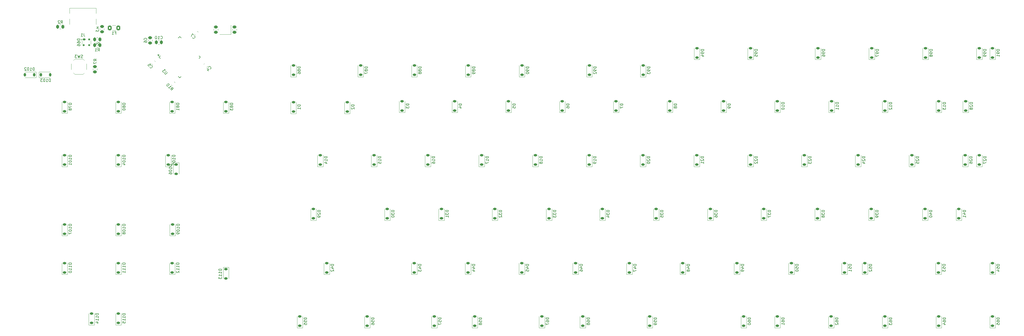
<source format=gbr>
%TF.GenerationSoftware,KiCad,Pcbnew,8.0.0*%
%TF.CreationDate,2024-12-21T07:53:57-08:00*%
%TF.ProjectId,Hampter3.1,48616d70-7465-4723-932e-312e6b696361,rev?*%
%TF.SameCoordinates,Original*%
%TF.FileFunction,Legend,Bot*%
%TF.FilePolarity,Positive*%
%FSLAX46Y46*%
G04 Gerber Fmt 4.6, Leading zero omitted, Abs format (unit mm)*
G04 Created by KiCad (PCBNEW 8.0.0) date 2024-12-21 07:53:57*
%MOMM*%
%LPD*%
G01*
G04 APERTURE LIST*
G04 Aperture macros list*
%AMRoundRect*
0 Rectangle with rounded corners*
0 $1 Rounding radius*
0 $2 $3 $4 $5 $6 $7 $8 $9 X,Y pos of 4 corners*
0 Add a 4 corners polygon primitive as box body*
4,1,4,$2,$3,$4,$5,$6,$7,$8,$9,$2,$3,0*
0 Add four circle primitives for the rounded corners*
1,1,$1+$1,$2,$3*
1,1,$1+$1,$4,$5*
1,1,$1+$1,$6,$7*
1,1,$1+$1,$8,$9*
0 Add four rect primitives between the rounded corners*
20,1,$1+$1,$2,$3,$4,$5,0*
20,1,$1+$1,$4,$5,$6,$7,0*
20,1,$1+$1,$6,$7,$8,$9,0*
20,1,$1+$1,$8,$9,$2,$3,0*%
%AMRotRect*
0 Rectangle, with rotation*
0 The origin of the aperture is its center*
0 $1 length*
0 $2 width*
0 $3 Rotation angle, in degrees counterclockwise*
0 Add horizontal line*
21,1,$1,$2,0,0,$3*%
G04 Aperture macros list end*
%ADD10C,0.150000*%
%ADD11C,0.120000*%
%ADD12C,1.750000*%
%ADD13C,3.987800*%
%ADD14C,2.300000*%
%ADD15C,3.048000*%
%ADD16R,2.000000X2.000000*%
%ADD17C,2.000000*%
%ADD18R,3.200000X2.000000*%
%ADD19RoundRect,0.225000X0.375000X-0.225000X0.375000X0.225000X-0.375000X0.225000X-0.375000X-0.225000X0*%
%ADD20RoundRect,0.225000X-0.225000X-0.375000X0.225000X-0.375000X0.225000X0.375000X-0.225000X0.375000X0*%
%ADD21RoundRect,0.250000X-0.262500X-0.450000X0.262500X-0.450000X0.262500X0.450000X-0.262500X0.450000X0*%
%ADD22RoundRect,0.250000X-0.503814X-0.132583X-0.132583X-0.503814X0.503814X0.132583X0.132583X0.503814X0*%
%ADD23RoundRect,0.250000X0.262500X0.450000X-0.262500X0.450000X-0.262500X-0.450000X0.262500X-0.450000X0*%
%ADD24RoundRect,0.225000X0.225000X0.375000X-0.225000X0.375000X-0.225000X-0.375000X0.225000X-0.375000X0*%
%ADD25RoundRect,0.250000X-0.450000X0.262500X-0.450000X-0.262500X0.450000X-0.262500X0.450000X0.262500X0*%
%ADD26RotRect,1.500000X0.550000X315.000000*%
%ADD27RotRect,1.500000X0.550000X225.000000*%
%ADD28C,0.650000*%
%ADD29R,0.600000X1.450000*%
%ADD30R,0.300000X1.450000*%
%ADD31O,1.000000X1.600000*%
%ADD32O,1.000000X2.100000*%
%ADD33RoundRect,0.225000X-0.375000X0.225000X-0.375000X-0.225000X0.375000X-0.225000X0.375000X0.225000X0*%
%ADD34RoundRect,0.250000X0.132583X-0.503814X0.503814X-0.132583X-0.132583X0.503814X-0.503814X0.132583X0*%
%ADD35R,1.400000X1.200000*%
%ADD36RoundRect,0.175000X-0.325000X0.175000X-0.325000X-0.175000X0.325000X-0.175000X0.325000X0.175000X0*%
%ADD37RoundRect,0.150000X-0.150000X0.200000X-0.150000X-0.200000X0.150000X-0.200000X0.150000X0.200000X0*%
%ADD38RoundRect,0.250001X-0.462499X-0.624999X0.462499X-0.624999X0.462499X0.624999X-0.462499X0.624999X0*%
%ADD39R,1.800000X1.100000*%
%ADD40RoundRect,0.250000X0.450000X-0.262500X0.450000X0.262500X-0.450000X0.262500X-0.450000X-0.262500X0*%
G04 APERTURE END LIST*
D10*
X308524820Y-223067714D02*
X307524820Y-223067714D01*
X307524820Y-223067714D02*
X307524820Y-223305809D01*
X307524820Y-223305809D02*
X307572439Y-223448666D01*
X307572439Y-223448666D02*
X307667677Y-223543904D01*
X307667677Y-223543904D02*
X307762915Y-223591523D01*
X307762915Y-223591523D02*
X307953391Y-223639142D01*
X307953391Y-223639142D02*
X308096248Y-223639142D01*
X308096248Y-223639142D02*
X308286724Y-223591523D01*
X308286724Y-223591523D02*
X308381962Y-223543904D01*
X308381962Y-223543904D02*
X308477201Y-223448666D01*
X308477201Y-223448666D02*
X308524820Y-223305809D01*
X308524820Y-223305809D02*
X308524820Y-223067714D01*
X307524820Y-223972476D02*
X307524820Y-224591523D01*
X307524820Y-224591523D02*
X307905772Y-224258190D01*
X307905772Y-224258190D02*
X307905772Y-224401047D01*
X307905772Y-224401047D02*
X307953391Y-224496285D01*
X307953391Y-224496285D02*
X308001010Y-224543904D01*
X308001010Y-224543904D02*
X308096248Y-224591523D01*
X308096248Y-224591523D02*
X308334343Y-224591523D01*
X308334343Y-224591523D02*
X308429581Y-224543904D01*
X308429581Y-224543904D02*
X308477201Y-224496285D01*
X308477201Y-224496285D02*
X308524820Y-224401047D01*
X308524820Y-224401047D02*
X308524820Y-224115333D01*
X308524820Y-224115333D02*
X308477201Y-224020095D01*
X308477201Y-224020095D02*
X308429581Y-223972476D01*
X307524820Y-224924857D02*
X307524820Y-225543904D01*
X307524820Y-225543904D02*
X307905772Y-225210571D01*
X307905772Y-225210571D02*
X307905772Y-225353428D01*
X307905772Y-225353428D02*
X307953391Y-225448666D01*
X307953391Y-225448666D02*
X308001010Y-225496285D01*
X308001010Y-225496285D02*
X308096248Y-225543904D01*
X308096248Y-225543904D02*
X308334343Y-225543904D01*
X308334343Y-225543904D02*
X308429581Y-225496285D01*
X308429581Y-225496285D02*
X308477201Y-225448666D01*
X308477201Y-225448666D02*
X308524820Y-225353428D01*
X308524820Y-225353428D02*
X308524820Y-225067714D01*
X308524820Y-225067714D02*
X308477201Y-224972476D01*
X308477201Y-224972476D02*
X308429581Y-224924857D01*
X275123820Y-185317905D02*
X274123820Y-185317905D01*
X274123820Y-185317905D02*
X274123820Y-185556000D01*
X274123820Y-185556000D02*
X274171439Y-185698857D01*
X274171439Y-185698857D02*
X274266677Y-185794095D01*
X274266677Y-185794095D02*
X274361915Y-185841714D01*
X274361915Y-185841714D02*
X274552391Y-185889333D01*
X274552391Y-185889333D02*
X274695248Y-185889333D01*
X274695248Y-185889333D02*
X274885724Y-185841714D01*
X274885724Y-185841714D02*
X274980962Y-185794095D01*
X274980962Y-185794095D02*
X275076201Y-185698857D01*
X275076201Y-185698857D02*
X275123820Y-185556000D01*
X275123820Y-185556000D02*
X275123820Y-185317905D01*
X274457153Y-186746476D02*
X275123820Y-186746476D01*
X274076201Y-186508381D02*
X274790486Y-186270286D01*
X274790486Y-186270286D02*
X274790486Y-186889333D01*
X129452475Y-177460820D02*
X129452475Y-176460820D01*
X129452475Y-176460820D02*
X129214380Y-176460820D01*
X129214380Y-176460820D02*
X129071523Y-176508439D01*
X129071523Y-176508439D02*
X128976285Y-176603677D01*
X128976285Y-176603677D02*
X128928666Y-176698915D01*
X128928666Y-176698915D02*
X128881047Y-176889391D01*
X128881047Y-176889391D02*
X128881047Y-177032248D01*
X128881047Y-177032248D02*
X128928666Y-177222724D01*
X128928666Y-177222724D02*
X128976285Y-177317962D01*
X128976285Y-177317962D02*
X129071523Y-177413201D01*
X129071523Y-177413201D02*
X129214380Y-177460820D01*
X129214380Y-177460820D02*
X129452475Y-177460820D01*
X127928666Y-177460820D02*
X128500094Y-177460820D01*
X128214380Y-177460820D02*
X128214380Y-176460820D01*
X128214380Y-176460820D02*
X128309618Y-176603677D01*
X128309618Y-176603677D02*
X128404856Y-176698915D01*
X128404856Y-176698915D02*
X128500094Y-176746534D01*
X127309618Y-176460820D02*
X127214380Y-176460820D01*
X127214380Y-176460820D02*
X127119142Y-176508439D01*
X127119142Y-176508439D02*
X127071523Y-176556058D01*
X127071523Y-176556058D02*
X127023904Y-176651296D01*
X127023904Y-176651296D02*
X126976285Y-176841772D01*
X126976285Y-176841772D02*
X126976285Y-177079867D01*
X126976285Y-177079867D02*
X127023904Y-177270343D01*
X127023904Y-177270343D02*
X127071523Y-177365581D01*
X127071523Y-177365581D02*
X127119142Y-177413201D01*
X127119142Y-177413201D02*
X127214380Y-177460820D01*
X127214380Y-177460820D02*
X127309618Y-177460820D01*
X127309618Y-177460820D02*
X127404856Y-177413201D01*
X127404856Y-177413201D02*
X127452475Y-177365581D01*
X127452475Y-177365581D02*
X127500094Y-177270343D01*
X127500094Y-177270343D02*
X127547713Y-177079867D01*
X127547713Y-177079867D02*
X127547713Y-176841772D01*
X127547713Y-176841772D02*
X127500094Y-176651296D01*
X127500094Y-176651296D02*
X127452475Y-176556058D01*
X127452475Y-176556058D02*
X127404856Y-176508439D01*
X127404856Y-176508439D02*
X127309618Y-176460820D01*
X126642951Y-176460820D02*
X126023904Y-176460820D01*
X126023904Y-176460820D02*
X126357237Y-176841772D01*
X126357237Y-176841772D02*
X126214380Y-176841772D01*
X126214380Y-176841772D02*
X126119142Y-176889391D01*
X126119142Y-176889391D02*
X126071523Y-176937010D01*
X126071523Y-176937010D02*
X126023904Y-177032248D01*
X126023904Y-177032248D02*
X126023904Y-177270343D01*
X126023904Y-177270343D02*
X126071523Y-177365581D01*
X126071523Y-177365581D02*
X126119142Y-177413201D01*
X126119142Y-177413201D02*
X126214380Y-177460820D01*
X126214380Y-177460820D02*
X126500094Y-177460820D01*
X126500094Y-177460820D02*
X126595332Y-177413201D01*
X126595332Y-177413201D02*
X126642951Y-177365581D01*
X351323820Y-185316905D02*
X350323820Y-185316905D01*
X350323820Y-185316905D02*
X350323820Y-185555000D01*
X350323820Y-185555000D02*
X350371439Y-185697857D01*
X350371439Y-185697857D02*
X350466677Y-185793095D01*
X350466677Y-185793095D02*
X350561915Y-185840714D01*
X350561915Y-185840714D02*
X350752391Y-185888333D01*
X350752391Y-185888333D02*
X350895248Y-185888333D01*
X350895248Y-185888333D02*
X351085724Y-185840714D01*
X351085724Y-185840714D02*
X351180962Y-185793095D01*
X351180962Y-185793095D02*
X351276201Y-185697857D01*
X351276201Y-185697857D02*
X351323820Y-185555000D01*
X351323820Y-185555000D02*
X351323820Y-185316905D01*
X350752391Y-186459762D02*
X350704772Y-186364524D01*
X350704772Y-186364524D02*
X350657153Y-186316905D01*
X350657153Y-186316905D02*
X350561915Y-186269286D01*
X350561915Y-186269286D02*
X350514296Y-186269286D01*
X350514296Y-186269286D02*
X350419058Y-186316905D01*
X350419058Y-186316905D02*
X350371439Y-186364524D01*
X350371439Y-186364524D02*
X350323820Y-186459762D01*
X350323820Y-186459762D02*
X350323820Y-186650238D01*
X350323820Y-186650238D02*
X350371439Y-186745476D01*
X350371439Y-186745476D02*
X350419058Y-186793095D01*
X350419058Y-186793095D02*
X350514296Y-186840714D01*
X350514296Y-186840714D02*
X350561915Y-186840714D01*
X350561915Y-186840714D02*
X350657153Y-186793095D01*
X350657153Y-186793095D02*
X350704772Y-186745476D01*
X350704772Y-186745476D02*
X350752391Y-186650238D01*
X350752391Y-186650238D02*
X350752391Y-186459762D01*
X350752391Y-186459762D02*
X350800010Y-186364524D01*
X350800010Y-186364524D02*
X350847629Y-186316905D01*
X350847629Y-186316905D02*
X350942867Y-186269286D01*
X350942867Y-186269286D02*
X351133343Y-186269286D01*
X351133343Y-186269286D02*
X351228581Y-186316905D01*
X351228581Y-186316905D02*
X351276201Y-186364524D01*
X351276201Y-186364524D02*
X351323820Y-186459762D01*
X351323820Y-186459762D02*
X351323820Y-186650238D01*
X351323820Y-186650238D02*
X351276201Y-186745476D01*
X351276201Y-186745476D02*
X351228581Y-186793095D01*
X351228581Y-186793095D02*
X351133343Y-186840714D01*
X351133343Y-186840714D02*
X350942867Y-186840714D01*
X350942867Y-186840714D02*
X350847629Y-186793095D01*
X350847629Y-186793095D02*
X350800010Y-186745476D01*
X350800010Y-186745476D02*
X350752391Y-186650238D01*
X313223820Y-185316905D02*
X312223820Y-185316905D01*
X312223820Y-185316905D02*
X312223820Y-185555000D01*
X312223820Y-185555000D02*
X312271439Y-185697857D01*
X312271439Y-185697857D02*
X312366677Y-185793095D01*
X312366677Y-185793095D02*
X312461915Y-185840714D01*
X312461915Y-185840714D02*
X312652391Y-185888333D01*
X312652391Y-185888333D02*
X312795248Y-185888333D01*
X312795248Y-185888333D02*
X312985724Y-185840714D01*
X312985724Y-185840714D02*
X313080962Y-185793095D01*
X313080962Y-185793095D02*
X313176201Y-185697857D01*
X313176201Y-185697857D02*
X313223820Y-185555000D01*
X313223820Y-185555000D02*
X313223820Y-185316905D01*
X312223820Y-186745476D02*
X312223820Y-186555000D01*
X312223820Y-186555000D02*
X312271439Y-186459762D01*
X312271439Y-186459762D02*
X312319058Y-186412143D01*
X312319058Y-186412143D02*
X312461915Y-186316905D01*
X312461915Y-186316905D02*
X312652391Y-186269286D01*
X312652391Y-186269286D02*
X313033343Y-186269286D01*
X313033343Y-186269286D02*
X313128581Y-186316905D01*
X313128581Y-186316905D02*
X313176201Y-186364524D01*
X313176201Y-186364524D02*
X313223820Y-186459762D01*
X313223820Y-186459762D02*
X313223820Y-186650238D01*
X313223820Y-186650238D02*
X313176201Y-186745476D01*
X313176201Y-186745476D02*
X313128581Y-186793095D01*
X313128581Y-186793095D02*
X313033343Y-186840714D01*
X313033343Y-186840714D02*
X312795248Y-186840714D01*
X312795248Y-186840714D02*
X312700010Y-186793095D01*
X312700010Y-186793095D02*
X312652391Y-186745476D01*
X312652391Y-186745476D02*
X312604772Y-186650238D01*
X312604772Y-186650238D02*
X312604772Y-186459762D01*
X312604772Y-186459762D02*
X312652391Y-186364524D01*
X312652391Y-186364524D02*
X312700010Y-186316905D01*
X312700010Y-186316905D02*
X312795248Y-186269286D01*
X465623820Y-261167714D02*
X464623820Y-261167714D01*
X464623820Y-261167714D02*
X464623820Y-261405809D01*
X464623820Y-261405809D02*
X464671439Y-261548666D01*
X464671439Y-261548666D02*
X464766677Y-261643904D01*
X464766677Y-261643904D02*
X464861915Y-261691523D01*
X464861915Y-261691523D02*
X465052391Y-261739142D01*
X465052391Y-261739142D02*
X465195248Y-261739142D01*
X465195248Y-261739142D02*
X465385724Y-261691523D01*
X465385724Y-261691523D02*
X465480962Y-261643904D01*
X465480962Y-261643904D02*
X465576201Y-261548666D01*
X465576201Y-261548666D02*
X465623820Y-261405809D01*
X465623820Y-261405809D02*
X465623820Y-261167714D01*
X464623820Y-262596285D02*
X464623820Y-262405809D01*
X464623820Y-262405809D02*
X464671439Y-262310571D01*
X464671439Y-262310571D02*
X464719058Y-262262952D01*
X464719058Y-262262952D02*
X464861915Y-262167714D01*
X464861915Y-262167714D02*
X465052391Y-262120095D01*
X465052391Y-262120095D02*
X465433343Y-262120095D01*
X465433343Y-262120095D02*
X465528581Y-262167714D01*
X465528581Y-262167714D02*
X465576201Y-262215333D01*
X465576201Y-262215333D02*
X465623820Y-262310571D01*
X465623820Y-262310571D02*
X465623820Y-262501047D01*
X465623820Y-262501047D02*
X465576201Y-262596285D01*
X465576201Y-262596285D02*
X465528581Y-262643904D01*
X465528581Y-262643904D02*
X465433343Y-262691523D01*
X465433343Y-262691523D02*
X465195248Y-262691523D01*
X465195248Y-262691523D02*
X465100010Y-262643904D01*
X465100010Y-262643904D02*
X465052391Y-262596285D01*
X465052391Y-262596285D02*
X465004772Y-262501047D01*
X465004772Y-262501047D02*
X465004772Y-262310571D01*
X465004772Y-262310571D02*
X465052391Y-262215333D01*
X465052391Y-262215333D02*
X465100010Y-262167714D01*
X465100010Y-262167714D02*
X465195248Y-262120095D01*
X464623820Y-263596285D02*
X464623820Y-263120095D01*
X464623820Y-263120095D02*
X465100010Y-263072476D01*
X465100010Y-263072476D02*
X465052391Y-263120095D01*
X465052391Y-263120095D02*
X465004772Y-263215333D01*
X465004772Y-263215333D02*
X465004772Y-263453428D01*
X465004772Y-263453428D02*
X465052391Y-263548666D01*
X465052391Y-263548666D02*
X465100010Y-263596285D01*
X465100010Y-263596285D02*
X465195248Y-263643904D01*
X465195248Y-263643904D02*
X465433343Y-263643904D01*
X465433343Y-263643904D02*
X465528581Y-263596285D01*
X465528581Y-263596285D02*
X465576201Y-263548666D01*
X465576201Y-263548666D02*
X465623820Y-263453428D01*
X465623820Y-263453428D02*
X465623820Y-263215333D01*
X465623820Y-263215333D02*
X465576201Y-263120095D01*
X465576201Y-263120095D02*
X465528581Y-263072476D01*
X220259820Y-261167714D02*
X219259820Y-261167714D01*
X219259820Y-261167714D02*
X219259820Y-261405809D01*
X219259820Y-261405809D02*
X219307439Y-261548666D01*
X219307439Y-261548666D02*
X219402677Y-261643904D01*
X219402677Y-261643904D02*
X219497915Y-261691523D01*
X219497915Y-261691523D02*
X219688391Y-261739142D01*
X219688391Y-261739142D02*
X219831248Y-261739142D01*
X219831248Y-261739142D02*
X220021724Y-261691523D01*
X220021724Y-261691523D02*
X220116962Y-261643904D01*
X220116962Y-261643904D02*
X220212201Y-261548666D01*
X220212201Y-261548666D02*
X220259820Y-261405809D01*
X220259820Y-261405809D02*
X220259820Y-261167714D01*
X219259820Y-262643904D02*
X219259820Y-262167714D01*
X219259820Y-262167714D02*
X219736010Y-262120095D01*
X219736010Y-262120095D02*
X219688391Y-262167714D01*
X219688391Y-262167714D02*
X219640772Y-262262952D01*
X219640772Y-262262952D02*
X219640772Y-262501047D01*
X219640772Y-262501047D02*
X219688391Y-262596285D01*
X219688391Y-262596285D02*
X219736010Y-262643904D01*
X219736010Y-262643904D02*
X219831248Y-262691523D01*
X219831248Y-262691523D02*
X220069343Y-262691523D01*
X220069343Y-262691523D02*
X220164581Y-262643904D01*
X220164581Y-262643904D02*
X220212201Y-262596285D01*
X220212201Y-262596285D02*
X220259820Y-262501047D01*
X220259820Y-262501047D02*
X220259820Y-262262952D01*
X220259820Y-262262952D02*
X220212201Y-262167714D01*
X220212201Y-262167714D02*
X220164581Y-262120095D01*
X219259820Y-263596285D02*
X219259820Y-263120095D01*
X219259820Y-263120095D02*
X219736010Y-263072476D01*
X219736010Y-263072476D02*
X219688391Y-263120095D01*
X219688391Y-263120095D02*
X219640772Y-263215333D01*
X219640772Y-263215333D02*
X219640772Y-263453428D01*
X219640772Y-263453428D02*
X219688391Y-263548666D01*
X219688391Y-263548666D02*
X219736010Y-263596285D01*
X219736010Y-263596285D02*
X219831248Y-263643904D01*
X219831248Y-263643904D02*
X220069343Y-263643904D01*
X220069343Y-263643904D02*
X220164581Y-263596285D01*
X220164581Y-263596285D02*
X220212201Y-263548666D01*
X220212201Y-263548666D02*
X220259820Y-263453428D01*
X220259820Y-263453428D02*
X220259820Y-263215333D01*
X220259820Y-263215333D02*
X220212201Y-263120095D01*
X220212201Y-263120095D02*
X220164581Y-263072476D01*
X289347820Y-223067714D02*
X288347820Y-223067714D01*
X288347820Y-223067714D02*
X288347820Y-223305809D01*
X288347820Y-223305809D02*
X288395439Y-223448666D01*
X288395439Y-223448666D02*
X288490677Y-223543904D01*
X288490677Y-223543904D02*
X288585915Y-223591523D01*
X288585915Y-223591523D02*
X288776391Y-223639142D01*
X288776391Y-223639142D02*
X288919248Y-223639142D01*
X288919248Y-223639142D02*
X289109724Y-223591523D01*
X289109724Y-223591523D02*
X289204962Y-223543904D01*
X289204962Y-223543904D02*
X289300201Y-223448666D01*
X289300201Y-223448666D02*
X289347820Y-223305809D01*
X289347820Y-223305809D02*
X289347820Y-223067714D01*
X288347820Y-223972476D02*
X288347820Y-224591523D01*
X288347820Y-224591523D02*
X288728772Y-224258190D01*
X288728772Y-224258190D02*
X288728772Y-224401047D01*
X288728772Y-224401047D02*
X288776391Y-224496285D01*
X288776391Y-224496285D02*
X288824010Y-224543904D01*
X288824010Y-224543904D02*
X288919248Y-224591523D01*
X288919248Y-224591523D02*
X289157343Y-224591523D01*
X289157343Y-224591523D02*
X289252581Y-224543904D01*
X289252581Y-224543904D02*
X289300201Y-224496285D01*
X289300201Y-224496285D02*
X289347820Y-224401047D01*
X289347820Y-224401047D02*
X289347820Y-224115333D01*
X289347820Y-224115333D02*
X289300201Y-224020095D01*
X289300201Y-224020095D02*
X289252581Y-223972476D01*
X288443058Y-224972476D02*
X288395439Y-225020095D01*
X288395439Y-225020095D02*
X288347820Y-225115333D01*
X288347820Y-225115333D02*
X288347820Y-225353428D01*
X288347820Y-225353428D02*
X288395439Y-225448666D01*
X288395439Y-225448666D02*
X288443058Y-225496285D01*
X288443058Y-225496285D02*
X288538296Y-225543904D01*
X288538296Y-225543904D02*
X288633534Y-225543904D01*
X288633534Y-225543904D02*
X288776391Y-225496285D01*
X288776391Y-225496285D02*
X289347820Y-224924857D01*
X289347820Y-224924857D02*
X289347820Y-225543904D01*
X377485820Y-261167714D02*
X376485820Y-261167714D01*
X376485820Y-261167714D02*
X376485820Y-261405809D01*
X376485820Y-261405809D02*
X376533439Y-261548666D01*
X376533439Y-261548666D02*
X376628677Y-261643904D01*
X376628677Y-261643904D02*
X376723915Y-261691523D01*
X376723915Y-261691523D02*
X376914391Y-261739142D01*
X376914391Y-261739142D02*
X377057248Y-261739142D01*
X377057248Y-261739142D02*
X377247724Y-261691523D01*
X377247724Y-261691523D02*
X377342962Y-261643904D01*
X377342962Y-261643904D02*
X377438201Y-261548666D01*
X377438201Y-261548666D02*
X377485820Y-261405809D01*
X377485820Y-261405809D02*
X377485820Y-261167714D01*
X376485820Y-262596285D02*
X376485820Y-262405809D01*
X376485820Y-262405809D02*
X376533439Y-262310571D01*
X376533439Y-262310571D02*
X376581058Y-262262952D01*
X376581058Y-262262952D02*
X376723915Y-262167714D01*
X376723915Y-262167714D02*
X376914391Y-262120095D01*
X376914391Y-262120095D02*
X377295343Y-262120095D01*
X377295343Y-262120095D02*
X377390581Y-262167714D01*
X377390581Y-262167714D02*
X377438201Y-262215333D01*
X377438201Y-262215333D02*
X377485820Y-262310571D01*
X377485820Y-262310571D02*
X377485820Y-262501047D01*
X377485820Y-262501047D02*
X377438201Y-262596285D01*
X377438201Y-262596285D02*
X377390581Y-262643904D01*
X377390581Y-262643904D02*
X377295343Y-262691523D01*
X377295343Y-262691523D02*
X377057248Y-262691523D01*
X377057248Y-262691523D02*
X376962010Y-262643904D01*
X376962010Y-262643904D02*
X376914391Y-262596285D01*
X376914391Y-262596285D02*
X376866772Y-262501047D01*
X376866772Y-262501047D02*
X376866772Y-262310571D01*
X376866772Y-262310571D02*
X376914391Y-262215333D01*
X376914391Y-262215333D02*
X376962010Y-262167714D01*
X376962010Y-262167714D02*
X377057248Y-262120095D01*
X376485820Y-263310571D02*
X376485820Y-263405809D01*
X376485820Y-263405809D02*
X376533439Y-263501047D01*
X376533439Y-263501047D02*
X376581058Y-263548666D01*
X376581058Y-263548666D02*
X376676296Y-263596285D01*
X376676296Y-263596285D02*
X376866772Y-263643904D01*
X376866772Y-263643904D02*
X377104867Y-263643904D01*
X377104867Y-263643904D02*
X377295343Y-263596285D01*
X377295343Y-263596285D02*
X377390581Y-263548666D01*
X377390581Y-263548666D02*
X377438201Y-263501047D01*
X377438201Y-263501047D02*
X377485820Y-263405809D01*
X377485820Y-263405809D02*
X377485820Y-263310571D01*
X377485820Y-263310571D02*
X377438201Y-263215333D01*
X377438201Y-263215333D02*
X377390581Y-263167714D01*
X377390581Y-263167714D02*
X377295343Y-263120095D01*
X377295343Y-263120095D02*
X377104867Y-263072476D01*
X377104867Y-263072476D02*
X376866772Y-263072476D01*
X376866772Y-263072476D02*
X376676296Y-263120095D01*
X376676296Y-263120095D02*
X376581058Y-263167714D01*
X376581058Y-263167714D02*
X376533439Y-263215333D01*
X376533439Y-263215333D02*
X376485820Y-263310571D01*
X317922820Y-242244714D02*
X316922820Y-242244714D01*
X316922820Y-242244714D02*
X316922820Y-242482809D01*
X316922820Y-242482809D02*
X316970439Y-242625666D01*
X316970439Y-242625666D02*
X317065677Y-242720904D01*
X317065677Y-242720904D02*
X317160915Y-242768523D01*
X317160915Y-242768523D02*
X317351391Y-242816142D01*
X317351391Y-242816142D02*
X317494248Y-242816142D01*
X317494248Y-242816142D02*
X317684724Y-242768523D01*
X317684724Y-242768523D02*
X317779962Y-242720904D01*
X317779962Y-242720904D02*
X317875201Y-242625666D01*
X317875201Y-242625666D02*
X317922820Y-242482809D01*
X317922820Y-242482809D02*
X317922820Y-242244714D01*
X317256153Y-243673285D02*
X317922820Y-243673285D01*
X316875201Y-243435190D02*
X317589486Y-243197095D01*
X317589486Y-243197095D02*
X317589486Y-243816142D01*
X316922820Y-244625666D02*
X316922820Y-244435190D01*
X316922820Y-244435190D02*
X316970439Y-244339952D01*
X316970439Y-244339952D02*
X317018058Y-244292333D01*
X317018058Y-244292333D02*
X317160915Y-244197095D01*
X317160915Y-244197095D02*
X317351391Y-244149476D01*
X317351391Y-244149476D02*
X317732343Y-244149476D01*
X317732343Y-244149476D02*
X317827581Y-244197095D01*
X317827581Y-244197095D02*
X317875201Y-244244714D01*
X317875201Y-244244714D02*
X317922820Y-244339952D01*
X317922820Y-244339952D02*
X317922820Y-244530428D01*
X317922820Y-244530428D02*
X317875201Y-244625666D01*
X317875201Y-244625666D02*
X317827581Y-244673285D01*
X317827581Y-244673285D02*
X317732343Y-244720904D01*
X317732343Y-244720904D02*
X317494248Y-244720904D01*
X317494248Y-244720904D02*
X317399010Y-244673285D01*
X317399010Y-244673285D02*
X317351391Y-244625666D01*
X317351391Y-244625666D02*
X317303772Y-244530428D01*
X317303772Y-244530428D02*
X317303772Y-244339952D01*
X317303772Y-244339952D02*
X317351391Y-244244714D01*
X317351391Y-244244714D02*
X317399010Y-244197095D01*
X317399010Y-244197095D02*
X317494248Y-244149476D01*
X375072820Y-242244714D02*
X374072820Y-242244714D01*
X374072820Y-242244714D02*
X374072820Y-242482809D01*
X374072820Y-242482809D02*
X374120439Y-242625666D01*
X374120439Y-242625666D02*
X374215677Y-242720904D01*
X374215677Y-242720904D02*
X374310915Y-242768523D01*
X374310915Y-242768523D02*
X374501391Y-242816142D01*
X374501391Y-242816142D02*
X374644248Y-242816142D01*
X374644248Y-242816142D02*
X374834724Y-242768523D01*
X374834724Y-242768523D02*
X374929962Y-242720904D01*
X374929962Y-242720904D02*
X375025201Y-242625666D01*
X375025201Y-242625666D02*
X375072820Y-242482809D01*
X375072820Y-242482809D02*
X375072820Y-242244714D01*
X374406153Y-243673285D02*
X375072820Y-243673285D01*
X374025201Y-243435190D02*
X374739486Y-243197095D01*
X374739486Y-243197095D02*
X374739486Y-243816142D01*
X375072820Y-244244714D02*
X375072820Y-244435190D01*
X375072820Y-244435190D02*
X375025201Y-244530428D01*
X375025201Y-244530428D02*
X374977581Y-244578047D01*
X374977581Y-244578047D02*
X374834724Y-244673285D01*
X374834724Y-244673285D02*
X374644248Y-244720904D01*
X374644248Y-244720904D02*
X374263296Y-244720904D01*
X374263296Y-244720904D02*
X374168058Y-244673285D01*
X374168058Y-244673285D02*
X374120439Y-244625666D01*
X374120439Y-244625666D02*
X374072820Y-244530428D01*
X374072820Y-244530428D02*
X374072820Y-244339952D01*
X374072820Y-244339952D02*
X374120439Y-244244714D01*
X374120439Y-244244714D02*
X374168058Y-244197095D01*
X374168058Y-244197095D02*
X374263296Y-244149476D01*
X374263296Y-244149476D02*
X374501391Y-244149476D01*
X374501391Y-244149476D02*
X374596629Y-244197095D01*
X374596629Y-244197095D02*
X374644248Y-244244714D01*
X374644248Y-244244714D02*
X374691867Y-244339952D01*
X374691867Y-244339952D02*
X374691867Y-244530428D01*
X374691867Y-244530428D02*
X374644248Y-244625666D01*
X374644248Y-244625666D02*
X374596629Y-244673285D01*
X374596629Y-244673285D02*
X374501391Y-244720904D01*
X417998820Y-204017714D02*
X416998820Y-204017714D01*
X416998820Y-204017714D02*
X416998820Y-204255809D01*
X416998820Y-204255809D02*
X417046439Y-204398666D01*
X417046439Y-204398666D02*
X417141677Y-204493904D01*
X417141677Y-204493904D02*
X417236915Y-204541523D01*
X417236915Y-204541523D02*
X417427391Y-204589142D01*
X417427391Y-204589142D02*
X417570248Y-204589142D01*
X417570248Y-204589142D02*
X417760724Y-204541523D01*
X417760724Y-204541523D02*
X417855962Y-204493904D01*
X417855962Y-204493904D02*
X417951201Y-204398666D01*
X417951201Y-204398666D02*
X417998820Y-204255809D01*
X417998820Y-204255809D02*
X417998820Y-204017714D01*
X417094058Y-204970095D02*
X417046439Y-205017714D01*
X417046439Y-205017714D02*
X416998820Y-205112952D01*
X416998820Y-205112952D02*
X416998820Y-205351047D01*
X416998820Y-205351047D02*
X417046439Y-205446285D01*
X417046439Y-205446285D02*
X417094058Y-205493904D01*
X417094058Y-205493904D02*
X417189296Y-205541523D01*
X417189296Y-205541523D02*
X417284534Y-205541523D01*
X417284534Y-205541523D02*
X417427391Y-205493904D01*
X417427391Y-205493904D02*
X417998820Y-204922476D01*
X417998820Y-204922476D02*
X417998820Y-205541523D01*
X417332153Y-206398666D02*
X417998820Y-206398666D01*
X416951201Y-206160571D02*
X417665486Y-205922476D01*
X417665486Y-205922476D02*
X417665486Y-206541523D01*
X146214766Y-164614019D02*
X146548099Y-164137828D01*
X146786194Y-164614019D02*
X146786194Y-163614019D01*
X146786194Y-163614019D02*
X146405242Y-163614019D01*
X146405242Y-163614019D02*
X146310004Y-163661638D01*
X146310004Y-163661638D02*
X146262385Y-163709257D01*
X146262385Y-163709257D02*
X146214766Y-163804495D01*
X146214766Y-163804495D02*
X146214766Y-163947352D01*
X146214766Y-163947352D02*
X146262385Y-164042590D01*
X146262385Y-164042590D02*
X146310004Y-164090209D01*
X146310004Y-164090209D02*
X146405242Y-164137828D01*
X146405242Y-164137828D02*
X146786194Y-164137828D01*
X145357623Y-163947352D02*
X145357623Y-164614019D01*
X145595718Y-163566400D02*
X145833813Y-164280685D01*
X145833813Y-164280685D02*
X145214766Y-164280685D01*
X282235820Y-261167714D02*
X281235820Y-261167714D01*
X281235820Y-261167714D02*
X281235820Y-261405809D01*
X281235820Y-261405809D02*
X281283439Y-261548666D01*
X281283439Y-261548666D02*
X281378677Y-261643904D01*
X281378677Y-261643904D02*
X281473915Y-261691523D01*
X281473915Y-261691523D02*
X281664391Y-261739142D01*
X281664391Y-261739142D02*
X281807248Y-261739142D01*
X281807248Y-261739142D02*
X281997724Y-261691523D01*
X281997724Y-261691523D02*
X282092962Y-261643904D01*
X282092962Y-261643904D02*
X282188201Y-261548666D01*
X282188201Y-261548666D02*
X282235820Y-261405809D01*
X282235820Y-261405809D02*
X282235820Y-261167714D01*
X281235820Y-262643904D02*
X281235820Y-262167714D01*
X281235820Y-262167714D02*
X281712010Y-262120095D01*
X281712010Y-262120095D02*
X281664391Y-262167714D01*
X281664391Y-262167714D02*
X281616772Y-262262952D01*
X281616772Y-262262952D02*
X281616772Y-262501047D01*
X281616772Y-262501047D02*
X281664391Y-262596285D01*
X281664391Y-262596285D02*
X281712010Y-262643904D01*
X281712010Y-262643904D02*
X281807248Y-262691523D01*
X281807248Y-262691523D02*
X282045343Y-262691523D01*
X282045343Y-262691523D02*
X282140581Y-262643904D01*
X282140581Y-262643904D02*
X282188201Y-262596285D01*
X282188201Y-262596285D02*
X282235820Y-262501047D01*
X282235820Y-262501047D02*
X282235820Y-262262952D01*
X282235820Y-262262952D02*
X282188201Y-262167714D01*
X282188201Y-262167714D02*
X282140581Y-262120095D01*
X281664391Y-263262952D02*
X281616772Y-263167714D01*
X281616772Y-263167714D02*
X281569153Y-263120095D01*
X281569153Y-263120095D02*
X281473915Y-263072476D01*
X281473915Y-263072476D02*
X281426296Y-263072476D01*
X281426296Y-263072476D02*
X281331058Y-263120095D01*
X281331058Y-263120095D02*
X281283439Y-263167714D01*
X281283439Y-263167714D02*
X281235820Y-263262952D01*
X281235820Y-263262952D02*
X281235820Y-263453428D01*
X281235820Y-263453428D02*
X281283439Y-263548666D01*
X281283439Y-263548666D02*
X281331058Y-263596285D01*
X281331058Y-263596285D02*
X281426296Y-263643904D01*
X281426296Y-263643904D02*
X281473915Y-263643904D01*
X281473915Y-263643904D02*
X281569153Y-263596285D01*
X281569153Y-263596285D02*
X281616772Y-263548666D01*
X281616772Y-263548666D02*
X281664391Y-263453428D01*
X281664391Y-263453428D02*
X281664391Y-263262952D01*
X281664391Y-263262952D02*
X281712010Y-263167714D01*
X281712010Y-263167714D02*
X281759629Y-263120095D01*
X281759629Y-263120095D02*
X281854867Y-263072476D01*
X281854867Y-263072476D02*
X282045343Y-263072476D01*
X282045343Y-263072476D02*
X282140581Y-263120095D01*
X282140581Y-263120095D02*
X282188201Y-263167714D01*
X282188201Y-263167714D02*
X282235820Y-263262952D01*
X282235820Y-263262952D02*
X282235820Y-263453428D01*
X282235820Y-263453428D02*
X282188201Y-263548666D01*
X282188201Y-263548666D02*
X282140581Y-263596285D01*
X282140581Y-263596285D02*
X282045343Y-263643904D01*
X282045343Y-263643904D02*
X281854867Y-263643904D01*
X281854867Y-263643904D02*
X281759629Y-263596285D01*
X281759629Y-263596285D02*
X281712010Y-263548666D01*
X281712010Y-263548666D02*
X281664391Y-263453428D01*
X389423820Y-261167714D02*
X388423820Y-261167714D01*
X388423820Y-261167714D02*
X388423820Y-261405809D01*
X388423820Y-261405809D02*
X388471439Y-261548666D01*
X388471439Y-261548666D02*
X388566677Y-261643904D01*
X388566677Y-261643904D02*
X388661915Y-261691523D01*
X388661915Y-261691523D02*
X388852391Y-261739142D01*
X388852391Y-261739142D02*
X388995248Y-261739142D01*
X388995248Y-261739142D02*
X389185724Y-261691523D01*
X389185724Y-261691523D02*
X389280962Y-261643904D01*
X389280962Y-261643904D02*
X389376201Y-261548666D01*
X389376201Y-261548666D02*
X389423820Y-261405809D01*
X389423820Y-261405809D02*
X389423820Y-261167714D01*
X388423820Y-262596285D02*
X388423820Y-262405809D01*
X388423820Y-262405809D02*
X388471439Y-262310571D01*
X388471439Y-262310571D02*
X388519058Y-262262952D01*
X388519058Y-262262952D02*
X388661915Y-262167714D01*
X388661915Y-262167714D02*
X388852391Y-262120095D01*
X388852391Y-262120095D02*
X389233343Y-262120095D01*
X389233343Y-262120095D02*
X389328581Y-262167714D01*
X389328581Y-262167714D02*
X389376201Y-262215333D01*
X389376201Y-262215333D02*
X389423820Y-262310571D01*
X389423820Y-262310571D02*
X389423820Y-262501047D01*
X389423820Y-262501047D02*
X389376201Y-262596285D01*
X389376201Y-262596285D02*
X389328581Y-262643904D01*
X389328581Y-262643904D02*
X389233343Y-262691523D01*
X389233343Y-262691523D02*
X388995248Y-262691523D01*
X388995248Y-262691523D02*
X388900010Y-262643904D01*
X388900010Y-262643904D02*
X388852391Y-262596285D01*
X388852391Y-262596285D02*
X388804772Y-262501047D01*
X388804772Y-262501047D02*
X388804772Y-262310571D01*
X388804772Y-262310571D02*
X388852391Y-262215333D01*
X388852391Y-262215333D02*
X388900010Y-262167714D01*
X388900010Y-262167714D02*
X388995248Y-262120095D01*
X389423820Y-263643904D02*
X389423820Y-263072476D01*
X389423820Y-263358190D02*
X388423820Y-263358190D01*
X388423820Y-263358190D02*
X388566677Y-263262952D01*
X388566677Y-263262952D02*
X388661915Y-263167714D01*
X388661915Y-263167714D02*
X388709534Y-263072476D01*
X136947820Y-203540524D02*
X135947820Y-203540524D01*
X135947820Y-203540524D02*
X135947820Y-203778619D01*
X135947820Y-203778619D02*
X135995439Y-203921476D01*
X135995439Y-203921476D02*
X136090677Y-204016714D01*
X136090677Y-204016714D02*
X136185915Y-204064333D01*
X136185915Y-204064333D02*
X136376391Y-204111952D01*
X136376391Y-204111952D02*
X136519248Y-204111952D01*
X136519248Y-204111952D02*
X136709724Y-204064333D01*
X136709724Y-204064333D02*
X136804962Y-204016714D01*
X136804962Y-204016714D02*
X136900201Y-203921476D01*
X136900201Y-203921476D02*
X136947820Y-203778619D01*
X136947820Y-203778619D02*
X136947820Y-203540524D01*
X136947820Y-205064333D02*
X136947820Y-204492905D01*
X136947820Y-204778619D02*
X135947820Y-204778619D01*
X135947820Y-204778619D02*
X136090677Y-204683381D01*
X136090677Y-204683381D02*
X136185915Y-204588143D01*
X136185915Y-204588143D02*
X136233534Y-204492905D01*
X135947820Y-205683381D02*
X135947820Y-205778619D01*
X135947820Y-205778619D02*
X135995439Y-205873857D01*
X135995439Y-205873857D02*
X136043058Y-205921476D01*
X136043058Y-205921476D02*
X136138296Y-205969095D01*
X136138296Y-205969095D02*
X136328772Y-206016714D01*
X136328772Y-206016714D02*
X136566867Y-206016714D01*
X136566867Y-206016714D02*
X136757343Y-205969095D01*
X136757343Y-205969095D02*
X136852581Y-205921476D01*
X136852581Y-205921476D02*
X136900201Y-205873857D01*
X136900201Y-205873857D02*
X136947820Y-205778619D01*
X136947820Y-205778619D02*
X136947820Y-205683381D01*
X136947820Y-205683381D02*
X136900201Y-205588143D01*
X136900201Y-205588143D02*
X136852581Y-205540524D01*
X136852581Y-205540524D02*
X136757343Y-205492905D01*
X136757343Y-205492905D02*
X136566867Y-205445286D01*
X136566867Y-205445286D02*
X136328772Y-205445286D01*
X136328772Y-205445286D02*
X136138296Y-205492905D01*
X136138296Y-205492905D02*
X136043058Y-205540524D01*
X136043058Y-205540524D02*
X135995439Y-205588143D01*
X135995439Y-205588143D02*
X135947820Y-205683381D01*
X136947820Y-206969095D02*
X136947820Y-206397667D01*
X136947820Y-206683381D02*
X135947820Y-206683381D01*
X135947820Y-206683381D02*
X136090677Y-206588143D01*
X136090677Y-206588143D02*
X136185915Y-206492905D01*
X136185915Y-206492905D02*
X136233534Y-206397667D01*
X360848820Y-204017714D02*
X359848820Y-204017714D01*
X359848820Y-204017714D02*
X359848820Y-204255809D01*
X359848820Y-204255809D02*
X359896439Y-204398666D01*
X359896439Y-204398666D02*
X359991677Y-204493904D01*
X359991677Y-204493904D02*
X360086915Y-204541523D01*
X360086915Y-204541523D02*
X360277391Y-204589142D01*
X360277391Y-204589142D02*
X360420248Y-204589142D01*
X360420248Y-204589142D02*
X360610724Y-204541523D01*
X360610724Y-204541523D02*
X360705962Y-204493904D01*
X360705962Y-204493904D02*
X360801201Y-204398666D01*
X360801201Y-204398666D02*
X360848820Y-204255809D01*
X360848820Y-204255809D02*
X360848820Y-204017714D01*
X359944058Y-204970095D02*
X359896439Y-205017714D01*
X359896439Y-205017714D02*
X359848820Y-205112952D01*
X359848820Y-205112952D02*
X359848820Y-205351047D01*
X359848820Y-205351047D02*
X359896439Y-205446285D01*
X359896439Y-205446285D02*
X359944058Y-205493904D01*
X359944058Y-205493904D02*
X360039296Y-205541523D01*
X360039296Y-205541523D02*
X360134534Y-205541523D01*
X360134534Y-205541523D02*
X360277391Y-205493904D01*
X360277391Y-205493904D02*
X360848820Y-204922476D01*
X360848820Y-204922476D02*
X360848820Y-205541523D01*
X360848820Y-206493904D02*
X360848820Y-205922476D01*
X360848820Y-206208190D02*
X359848820Y-206208190D01*
X359848820Y-206208190D02*
X359991677Y-206112952D01*
X359991677Y-206112952D02*
X360086915Y-206017714D01*
X360086915Y-206017714D02*
X360134534Y-205922476D01*
X171892844Y-180133185D02*
X172465263Y-180032170D01*
X172296905Y-180537246D02*
X173004011Y-179830139D01*
X173004011Y-179830139D02*
X172734637Y-179560765D01*
X172734637Y-179560765D02*
X172633622Y-179527093D01*
X172633622Y-179527093D02*
X172566279Y-179527093D01*
X172566279Y-179527093D02*
X172465263Y-179560765D01*
X172465263Y-179560765D02*
X172364248Y-179661780D01*
X172364248Y-179661780D02*
X172330576Y-179762796D01*
X172330576Y-179762796D02*
X172330576Y-179830139D01*
X172330576Y-179830139D02*
X172364248Y-179931154D01*
X172364248Y-179931154D02*
X172633622Y-180200528D01*
X171219409Y-179459750D02*
X171623470Y-179863811D01*
X171421439Y-179661780D02*
X172128546Y-178954674D01*
X172128546Y-178954674D02*
X172094874Y-179123032D01*
X172094874Y-179123032D02*
X172094874Y-179257719D01*
X172094874Y-179257719D02*
X172128546Y-179358735D01*
X171488782Y-178314910D02*
X171421439Y-178247567D01*
X171421439Y-178247567D02*
X171320424Y-178213895D01*
X171320424Y-178213895D02*
X171253080Y-178213895D01*
X171253080Y-178213895D02*
X171152065Y-178247567D01*
X171152065Y-178247567D02*
X170983706Y-178348582D01*
X170983706Y-178348582D02*
X170815347Y-178516941D01*
X170815347Y-178516941D02*
X170714332Y-178685299D01*
X170714332Y-178685299D02*
X170680660Y-178786315D01*
X170680660Y-178786315D02*
X170680660Y-178853658D01*
X170680660Y-178853658D02*
X170714332Y-178954673D01*
X170714332Y-178954673D02*
X170781676Y-179022017D01*
X170781676Y-179022017D02*
X170882691Y-179055689D01*
X170882691Y-179055689D02*
X170950034Y-179055689D01*
X170950034Y-179055689D02*
X171051050Y-179022017D01*
X171051050Y-179022017D02*
X171219408Y-178921002D01*
X171219408Y-178921002D02*
X171387767Y-178752643D01*
X171387767Y-178752643D02*
X171488782Y-178584284D01*
X171488782Y-178584284D02*
X171522454Y-178483269D01*
X171522454Y-178483269D02*
X171522454Y-178415925D01*
X171522454Y-178415925D02*
X171488782Y-178314910D01*
X279822820Y-242244714D02*
X278822820Y-242244714D01*
X278822820Y-242244714D02*
X278822820Y-242482809D01*
X278822820Y-242482809D02*
X278870439Y-242625666D01*
X278870439Y-242625666D02*
X278965677Y-242720904D01*
X278965677Y-242720904D02*
X279060915Y-242768523D01*
X279060915Y-242768523D02*
X279251391Y-242816142D01*
X279251391Y-242816142D02*
X279394248Y-242816142D01*
X279394248Y-242816142D02*
X279584724Y-242768523D01*
X279584724Y-242768523D02*
X279679962Y-242720904D01*
X279679962Y-242720904D02*
X279775201Y-242625666D01*
X279775201Y-242625666D02*
X279822820Y-242482809D01*
X279822820Y-242482809D02*
X279822820Y-242244714D01*
X279156153Y-243673285D02*
X279822820Y-243673285D01*
X278775201Y-243435190D02*
X279489486Y-243197095D01*
X279489486Y-243197095D02*
X279489486Y-243816142D01*
X279156153Y-244625666D02*
X279822820Y-244625666D01*
X278775201Y-244387571D02*
X279489486Y-244149476D01*
X279489486Y-244149476D02*
X279489486Y-244768523D01*
X133110266Y-156792819D02*
X133443599Y-156316628D01*
X133681694Y-156792819D02*
X133681694Y-155792819D01*
X133681694Y-155792819D02*
X133300742Y-155792819D01*
X133300742Y-155792819D02*
X133205504Y-155840438D01*
X133205504Y-155840438D02*
X133157885Y-155888057D01*
X133157885Y-155888057D02*
X133110266Y-155983295D01*
X133110266Y-155983295D02*
X133110266Y-156126152D01*
X133110266Y-156126152D02*
X133157885Y-156221390D01*
X133157885Y-156221390D02*
X133205504Y-156269009D01*
X133205504Y-156269009D02*
X133300742Y-156316628D01*
X133300742Y-156316628D02*
X133681694Y-156316628D01*
X132729313Y-155888057D02*
X132681694Y-155840438D01*
X132681694Y-155840438D02*
X132586456Y-155792819D01*
X132586456Y-155792819D02*
X132348361Y-155792819D01*
X132348361Y-155792819D02*
X132253123Y-155840438D01*
X132253123Y-155840438D02*
X132205504Y-155888057D01*
X132205504Y-155888057D02*
X132157885Y-155983295D01*
X132157885Y-155983295D02*
X132157885Y-156078533D01*
X132157885Y-156078533D02*
X132205504Y-156221390D01*
X132205504Y-156221390D02*
X132776932Y-156792819D01*
X132776932Y-156792819D02*
X132157885Y-156792819D01*
X341849620Y-172189514D02*
X340849620Y-172189514D01*
X340849620Y-172189514D02*
X340849620Y-172427609D01*
X340849620Y-172427609D02*
X340897239Y-172570466D01*
X340897239Y-172570466D02*
X340992477Y-172665704D01*
X340992477Y-172665704D02*
X341087715Y-172713323D01*
X341087715Y-172713323D02*
X341278191Y-172760942D01*
X341278191Y-172760942D02*
X341421048Y-172760942D01*
X341421048Y-172760942D02*
X341611524Y-172713323D01*
X341611524Y-172713323D02*
X341706762Y-172665704D01*
X341706762Y-172665704D02*
X341802001Y-172570466D01*
X341802001Y-172570466D02*
X341849620Y-172427609D01*
X341849620Y-172427609D02*
X341849620Y-172189514D01*
X341849620Y-173237133D02*
X341849620Y-173427609D01*
X341849620Y-173427609D02*
X341802001Y-173522847D01*
X341802001Y-173522847D02*
X341754381Y-173570466D01*
X341754381Y-173570466D02*
X341611524Y-173665704D01*
X341611524Y-173665704D02*
X341421048Y-173713323D01*
X341421048Y-173713323D02*
X341040096Y-173713323D01*
X341040096Y-173713323D02*
X340944858Y-173665704D01*
X340944858Y-173665704D02*
X340897239Y-173618085D01*
X340897239Y-173618085D02*
X340849620Y-173522847D01*
X340849620Y-173522847D02*
X340849620Y-173332371D01*
X340849620Y-173332371D02*
X340897239Y-173237133D01*
X340897239Y-173237133D02*
X340944858Y-173189514D01*
X340944858Y-173189514D02*
X341040096Y-173141895D01*
X341040096Y-173141895D02*
X341278191Y-173141895D01*
X341278191Y-173141895D02*
X341373429Y-173189514D01*
X341373429Y-173189514D02*
X341421048Y-173237133D01*
X341421048Y-173237133D02*
X341468667Y-173332371D01*
X341468667Y-173332371D02*
X341468667Y-173522847D01*
X341468667Y-173522847D02*
X341421048Y-173618085D01*
X341421048Y-173618085D02*
X341373429Y-173665704D01*
X341373429Y-173665704D02*
X341278191Y-173713323D01*
X340849620Y-174046657D02*
X340849620Y-174665704D01*
X340849620Y-174665704D02*
X341230572Y-174332371D01*
X341230572Y-174332371D02*
X341230572Y-174475228D01*
X341230572Y-174475228D02*
X341278191Y-174570466D01*
X341278191Y-174570466D02*
X341325810Y-174618085D01*
X341325810Y-174618085D02*
X341421048Y-174665704D01*
X341421048Y-174665704D02*
X341659143Y-174665704D01*
X341659143Y-174665704D02*
X341754381Y-174618085D01*
X341754381Y-174618085D02*
X341802001Y-174570466D01*
X341802001Y-174570466D02*
X341849620Y-174475228D01*
X341849620Y-174475228D02*
X341849620Y-174189514D01*
X341849620Y-174189514D02*
X341802001Y-174094276D01*
X341802001Y-174094276D02*
X341754381Y-174046657D01*
X244135820Y-261167714D02*
X243135820Y-261167714D01*
X243135820Y-261167714D02*
X243135820Y-261405809D01*
X243135820Y-261405809D02*
X243183439Y-261548666D01*
X243183439Y-261548666D02*
X243278677Y-261643904D01*
X243278677Y-261643904D02*
X243373915Y-261691523D01*
X243373915Y-261691523D02*
X243564391Y-261739142D01*
X243564391Y-261739142D02*
X243707248Y-261739142D01*
X243707248Y-261739142D02*
X243897724Y-261691523D01*
X243897724Y-261691523D02*
X243992962Y-261643904D01*
X243992962Y-261643904D02*
X244088201Y-261548666D01*
X244088201Y-261548666D02*
X244135820Y-261405809D01*
X244135820Y-261405809D02*
X244135820Y-261167714D01*
X243135820Y-262643904D02*
X243135820Y-262167714D01*
X243135820Y-262167714D02*
X243612010Y-262120095D01*
X243612010Y-262120095D02*
X243564391Y-262167714D01*
X243564391Y-262167714D02*
X243516772Y-262262952D01*
X243516772Y-262262952D02*
X243516772Y-262501047D01*
X243516772Y-262501047D02*
X243564391Y-262596285D01*
X243564391Y-262596285D02*
X243612010Y-262643904D01*
X243612010Y-262643904D02*
X243707248Y-262691523D01*
X243707248Y-262691523D02*
X243945343Y-262691523D01*
X243945343Y-262691523D02*
X244040581Y-262643904D01*
X244040581Y-262643904D02*
X244088201Y-262596285D01*
X244088201Y-262596285D02*
X244135820Y-262501047D01*
X244135820Y-262501047D02*
X244135820Y-262262952D01*
X244135820Y-262262952D02*
X244088201Y-262167714D01*
X244088201Y-262167714D02*
X244040581Y-262120095D01*
X243135820Y-263548666D02*
X243135820Y-263358190D01*
X243135820Y-263358190D02*
X243183439Y-263262952D01*
X243183439Y-263262952D02*
X243231058Y-263215333D01*
X243231058Y-263215333D02*
X243373915Y-263120095D01*
X243373915Y-263120095D02*
X243564391Y-263072476D01*
X243564391Y-263072476D02*
X243945343Y-263072476D01*
X243945343Y-263072476D02*
X244040581Y-263120095D01*
X244040581Y-263120095D02*
X244088201Y-263167714D01*
X244088201Y-263167714D02*
X244135820Y-263262952D01*
X244135820Y-263262952D02*
X244135820Y-263453428D01*
X244135820Y-263453428D02*
X244088201Y-263548666D01*
X244088201Y-263548666D02*
X244040581Y-263596285D01*
X244040581Y-263596285D02*
X243945343Y-263643904D01*
X243945343Y-263643904D02*
X243707248Y-263643904D01*
X243707248Y-263643904D02*
X243612010Y-263596285D01*
X243612010Y-263596285D02*
X243564391Y-263548666D01*
X243564391Y-263548666D02*
X243516772Y-263453428D01*
X243516772Y-263453428D02*
X243516772Y-263262952D01*
X243516772Y-263262952D02*
X243564391Y-263167714D01*
X243564391Y-263167714D02*
X243612010Y-263120095D01*
X243612010Y-263120095D02*
X243707248Y-263072476D01*
X360912029Y-166041901D02*
X359912029Y-166041901D01*
X359912029Y-166041901D02*
X359912029Y-166279996D01*
X359912029Y-166279996D02*
X359959648Y-166422853D01*
X359959648Y-166422853D02*
X360054886Y-166518091D01*
X360054886Y-166518091D02*
X360150124Y-166565710D01*
X360150124Y-166565710D02*
X360340600Y-166613329D01*
X360340600Y-166613329D02*
X360483457Y-166613329D01*
X360483457Y-166613329D02*
X360673933Y-166565710D01*
X360673933Y-166565710D02*
X360769171Y-166518091D01*
X360769171Y-166518091D02*
X360864410Y-166422853D01*
X360864410Y-166422853D02*
X360912029Y-166279996D01*
X360912029Y-166279996D02*
X360912029Y-166041901D01*
X360912029Y-167089520D02*
X360912029Y-167279996D01*
X360912029Y-167279996D02*
X360864410Y-167375234D01*
X360864410Y-167375234D02*
X360816790Y-167422853D01*
X360816790Y-167422853D02*
X360673933Y-167518091D01*
X360673933Y-167518091D02*
X360483457Y-167565710D01*
X360483457Y-167565710D02*
X360102505Y-167565710D01*
X360102505Y-167565710D02*
X360007267Y-167518091D01*
X360007267Y-167518091D02*
X359959648Y-167470472D01*
X359959648Y-167470472D02*
X359912029Y-167375234D01*
X359912029Y-167375234D02*
X359912029Y-167184758D01*
X359912029Y-167184758D02*
X359959648Y-167089520D01*
X359959648Y-167089520D02*
X360007267Y-167041901D01*
X360007267Y-167041901D02*
X360102505Y-166994282D01*
X360102505Y-166994282D02*
X360340600Y-166994282D01*
X360340600Y-166994282D02*
X360435838Y-167041901D01*
X360435838Y-167041901D02*
X360483457Y-167089520D01*
X360483457Y-167089520D02*
X360531076Y-167184758D01*
X360531076Y-167184758D02*
X360531076Y-167375234D01*
X360531076Y-167375234D02*
X360483457Y-167470472D01*
X360483457Y-167470472D02*
X360435838Y-167518091D01*
X360435838Y-167518091D02*
X360340600Y-167565710D01*
X360245362Y-168422853D02*
X360912029Y-168422853D01*
X359864410Y-168184758D02*
X360578695Y-167946663D01*
X360578695Y-167946663D02*
X360578695Y-168565710D01*
X217983140Y-185676405D02*
X216983140Y-185676405D01*
X216983140Y-185676405D02*
X216983140Y-185914500D01*
X216983140Y-185914500D02*
X217030759Y-186057357D01*
X217030759Y-186057357D02*
X217125997Y-186152595D01*
X217125997Y-186152595D02*
X217221235Y-186200214D01*
X217221235Y-186200214D02*
X217411711Y-186247833D01*
X217411711Y-186247833D02*
X217554568Y-186247833D01*
X217554568Y-186247833D02*
X217745044Y-186200214D01*
X217745044Y-186200214D02*
X217840282Y-186152595D01*
X217840282Y-186152595D02*
X217935521Y-186057357D01*
X217935521Y-186057357D02*
X217983140Y-185914500D01*
X217983140Y-185914500D02*
X217983140Y-185676405D01*
X217983140Y-187200214D02*
X217983140Y-186628786D01*
X217983140Y-186914500D02*
X216983140Y-186914500D01*
X216983140Y-186914500D02*
X217125997Y-186819262D01*
X217125997Y-186819262D02*
X217221235Y-186724024D01*
X217221235Y-186724024D02*
X217268854Y-186628786D01*
X123737475Y-173460818D02*
X123737475Y-172460818D01*
X123737475Y-172460818D02*
X123499380Y-172460818D01*
X123499380Y-172460818D02*
X123356523Y-172508437D01*
X123356523Y-172508437D02*
X123261285Y-172603675D01*
X123261285Y-172603675D02*
X123213666Y-172698913D01*
X123213666Y-172698913D02*
X123166047Y-172889389D01*
X123166047Y-172889389D02*
X123166047Y-173032246D01*
X123166047Y-173032246D02*
X123213666Y-173222722D01*
X123213666Y-173222722D02*
X123261285Y-173317960D01*
X123261285Y-173317960D02*
X123356523Y-173413199D01*
X123356523Y-173413199D02*
X123499380Y-173460818D01*
X123499380Y-173460818D02*
X123737475Y-173460818D01*
X122213666Y-173460818D02*
X122785094Y-173460818D01*
X122499380Y-173460818D02*
X122499380Y-172460818D01*
X122499380Y-172460818D02*
X122594618Y-172603675D01*
X122594618Y-172603675D02*
X122689856Y-172698913D01*
X122689856Y-172698913D02*
X122785094Y-172746532D01*
X121594618Y-172460818D02*
X121499380Y-172460818D01*
X121499380Y-172460818D02*
X121404142Y-172508437D01*
X121404142Y-172508437D02*
X121356523Y-172556056D01*
X121356523Y-172556056D02*
X121308904Y-172651294D01*
X121308904Y-172651294D02*
X121261285Y-172841770D01*
X121261285Y-172841770D02*
X121261285Y-173079865D01*
X121261285Y-173079865D02*
X121308904Y-173270341D01*
X121308904Y-173270341D02*
X121356523Y-173365579D01*
X121356523Y-173365579D02*
X121404142Y-173413199D01*
X121404142Y-173413199D02*
X121499380Y-173460818D01*
X121499380Y-173460818D02*
X121594618Y-173460818D01*
X121594618Y-173460818D02*
X121689856Y-173413199D01*
X121689856Y-173413199D02*
X121737475Y-173365579D01*
X121737475Y-173365579D02*
X121785094Y-173270341D01*
X121785094Y-173270341D02*
X121832713Y-173079865D01*
X121832713Y-173079865D02*
X121832713Y-172841770D01*
X121832713Y-172841770D02*
X121785094Y-172651294D01*
X121785094Y-172651294D02*
X121737475Y-172556056D01*
X121737475Y-172556056D02*
X121689856Y-172508437D01*
X121689856Y-172508437D02*
X121594618Y-172460818D01*
X120880332Y-172556056D02*
X120832713Y-172508437D01*
X120832713Y-172508437D02*
X120737475Y-172460818D01*
X120737475Y-172460818D02*
X120499380Y-172460818D01*
X120499380Y-172460818D02*
X120404142Y-172508437D01*
X120404142Y-172508437D02*
X120356523Y-172556056D01*
X120356523Y-172556056D02*
X120308904Y-172651294D01*
X120308904Y-172651294D02*
X120308904Y-172746532D01*
X120308904Y-172746532D02*
X120356523Y-172889389D01*
X120356523Y-172889389D02*
X120927951Y-173460818D01*
X120927951Y-173460818D02*
X120308904Y-173460818D01*
X175047820Y-241768524D02*
X174047820Y-241768524D01*
X174047820Y-241768524D02*
X174047820Y-242006619D01*
X174047820Y-242006619D02*
X174095439Y-242149476D01*
X174095439Y-242149476D02*
X174190677Y-242244714D01*
X174190677Y-242244714D02*
X174285915Y-242292333D01*
X174285915Y-242292333D02*
X174476391Y-242339952D01*
X174476391Y-242339952D02*
X174619248Y-242339952D01*
X174619248Y-242339952D02*
X174809724Y-242292333D01*
X174809724Y-242292333D02*
X174904962Y-242244714D01*
X174904962Y-242244714D02*
X175000201Y-242149476D01*
X175000201Y-242149476D02*
X175047820Y-242006619D01*
X175047820Y-242006619D02*
X175047820Y-241768524D01*
X175047820Y-243292333D02*
X175047820Y-242720905D01*
X175047820Y-243006619D02*
X174047820Y-243006619D01*
X174047820Y-243006619D02*
X174190677Y-242911381D01*
X174190677Y-242911381D02*
X174285915Y-242816143D01*
X174285915Y-242816143D02*
X174333534Y-242720905D01*
X175047820Y-244244714D02*
X175047820Y-243673286D01*
X175047820Y-243959000D02*
X174047820Y-243959000D01*
X174047820Y-243959000D02*
X174190677Y-243863762D01*
X174190677Y-243863762D02*
X174285915Y-243768524D01*
X174285915Y-243768524D02*
X174333534Y-243673286D01*
X174143058Y-244625667D02*
X174095439Y-244673286D01*
X174095439Y-244673286D02*
X174047820Y-244768524D01*
X174047820Y-244768524D02*
X174047820Y-245006619D01*
X174047820Y-245006619D02*
X174095439Y-245101857D01*
X174095439Y-245101857D02*
X174143058Y-245149476D01*
X174143058Y-245149476D02*
X174238296Y-245197095D01*
X174238296Y-245197095D02*
X174333534Y-245197095D01*
X174333534Y-245197095D02*
X174476391Y-245149476D01*
X174476391Y-245149476D02*
X175047820Y-244578048D01*
X175047820Y-244578048D02*
X175047820Y-245197095D01*
X413172820Y-242244714D02*
X412172820Y-242244714D01*
X412172820Y-242244714D02*
X412172820Y-242482809D01*
X412172820Y-242482809D02*
X412220439Y-242625666D01*
X412220439Y-242625666D02*
X412315677Y-242720904D01*
X412315677Y-242720904D02*
X412410915Y-242768523D01*
X412410915Y-242768523D02*
X412601391Y-242816142D01*
X412601391Y-242816142D02*
X412744248Y-242816142D01*
X412744248Y-242816142D02*
X412934724Y-242768523D01*
X412934724Y-242768523D02*
X413029962Y-242720904D01*
X413029962Y-242720904D02*
X413125201Y-242625666D01*
X413125201Y-242625666D02*
X413172820Y-242482809D01*
X413172820Y-242482809D02*
X413172820Y-242244714D01*
X412172820Y-243720904D02*
X412172820Y-243244714D01*
X412172820Y-243244714D02*
X412649010Y-243197095D01*
X412649010Y-243197095D02*
X412601391Y-243244714D01*
X412601391Y-243244714D02*
X412553772Y-243339952D01*
X412553772Y-243339952D02*
X412553772Y-243578047D01*
X412553772Y-243578047D02*
X412601391Y-243673285D01*
X412601391Y-243673285D02*
X412649010Y-243720904D01*
X412649010Y-243720904D02*
X412744248Y-243768523D01*
X412744248Y-243768523D02*
X412982343Y-243768523D01*
X412982343Y-243768523D02*
X413077581Y-243720904D01*
X413077581Y-243720904D02*
X413125201Y-243673285D01*
X413125201Y-243673285D02*
X413172820Y-243578047D01*
X413172820Y-243578047D02*
X413172820Y-243339952D01*
X413172820Y-243339952D02*
X413125201Y-243244714D01*
X413125201Y-243244714D02*
X413077581Y-243197095D01*
X413172820Y-244720904D02*
X413172820Y-244149476D01*
X413172820Y-244435190D02*
X412172820Y-244435190D01*
X412172820Y-244435190D02*
X412315677Y-244339952D01*
X412315677Y-244339952D02*
X412410915Y-244244714D01*
X412410915Y-244244714D02*
X412458534Y-244149476D01*
X163504780Y-162647333D02*
X163552400Y-162599714D01*
X163552400Y-162599714D02*
X163600019Y-162456857D01*
X163600019Y-162456857D02*
X163600019Y-162361619D01*
X163600019Y-162361619D02*
X163552400Y-162218762D01*
X163552400Y-162218762D02*
X163457161Y-162123524D01*
X163457161Y-162123524D02*
X163361923Y-162075905D01*
X163361923Y-162075905D02*
X163171447Y-162028286D01*
X163171447Y-162028286D02*
X163028590Y-162028286D01*
X163028590Y-162028286D02*
X162838114Y-162075905D01*
X162838114Y-162075905D02*
X162742876Y-162123524D01*
X162742876Y-162123524D02*
X162647638Y-162218762D01*
X162647638Y-162218762D02*
X162600019Y-162361619D01*
X162600019Y-162361619D02*
X162600019Y-162456857D01*
X162600019Y-162456857D02*
X162647638Y-162599714D01*
X162647638Y-162599714D02*
X162695257Y-162647333D01*
X162600019Y-163504476D02*
X162600019Y-163314000D01*
X162600019Y-163314000D02*
X162647638Y-163218762D01*
X162647638Y-163218762D02*
X162695257Y-163171143D01*
X162695257Y-163171143D02*
X162838114Y-163075905D01*
X162838114Y-163075905D02*
X163028590Y-163028286D01*
X163028590Y-163028286D02*
X163409542Y-163028286D01*
X163409542Y-163028286D02*
X163504780Y-163075905D01*
X163504780Y-163075905D02*
X163552400Y-163123524D01*
X163552400Y-163123524D02*
X163600019Y-163218762D01*
X163600019Y-163218762D02*
X163600019Y-163409238D01*
X163600019Y-163409238D02*
X163552400Y-163504476D01*
X163552400Y-163504476D02*
X163504780Y-163552095D01*
X163504780Y-163552095D02*
X163409542Y-163599714D01*
X163409542Y-163599714D02*
X163171447Y-163599714D01*
X163171447Y-163599714D02*
X163076209Y-163552095D01*
X163076209Y-163552095D02*
X163028590Y-163504476D01*
X163028590Y-163504476D02*
X162980971Y-163409238D01*
X162980971Y-163409238D02*
X162980971Y-163218762D01*
X162980971Y-163218762D02*
X163028590Y-163123524D01*
X163028590Y-163123524D02*
X163076209Y-163075905D01*
X163076209Y-163075905D02*
X163171447Y-163028286D01*
X155997820Y-185094714D02*
X154997820Y-185094714D01*
X154997820Y-185094714D02*
X154997820Y-185332809D01*
X154997820Y-185332809D02*
X155045439Y-185475666D01*
X155045439Y-185475666D02*
X155140677Y-185570904D01*
X155140677Y-185570904D02*
X155235915Y-185618523D01*
X155235915Y-185618523D02*
X155426391Y-185666142D01*
X155426391Y-185666142D02*
X155569248Y-185666142D01*
X155569248Y-185666142D02*
X155759724Y-185618523D01*
X155759724Y-185618523D02*
X155854962Y-185570904D01*
X155854962Y-185570904D02*
X155950201Y-185475666D01*
X155950201Y-185475666D02*
X155997820Y-185332809D01*
X155997820Y-185332809D02*
X155997820Y-185094714D01*
X155426391Y-186237571D02*
X155378772Y-186142333D01*
X155378772Y-186142333D02*
X155331153Y-186094714D01*
X155331153Y-186094714D02*
X155235915Y-186047095D01*
X155235915Y-186047095D02*
X155188296Y-186047095D01*
X155188296Y-186047095D02*
X155093058Y-186094714D01*
X155093058Y-186094714D02*
X155045439Y-186142333D01*
X155045439Y-186142333D02*
X154997820Y-186237571D01*
X154997820Y-186237571D02*
X154997820Y-186428047D01*
X154997820Y-186428047D02*
X155045439Y-186523285D01*
X155045439Y-186523285D02*
X155093058Y-186570904D01*
X155093058Y-186570904D02*
X155188296Y-186618523D01*
X155188296Y-186618523D02*
X155235915Y-186618523D01*
X155235915Y-186618523D02*
X155331153Y-186570904D01*
X155331153Y-186570904D02*
X155378772Y-186523285D01*
X155378772Y-186523285D02*
X155426391Y-186428047D01*
X155426391Y-186428047D02*
X155426391Y-186237571D01*
X155426391Y-186237571D02*
X155474010Y-186142333D01*
X155474010Y-186142333D02*
X155521629Y-186094714D01*
X155521629Y-186094714D02*
X155616867Y-186047095D01*
X155616867Y-186047095D02*
X155807343Y-186047095D01*
X155807343Y-186047095D02*
X155902581Y-186094714D01*
X155902581Y-186094714D02*
X155950201Y-186142333D01*
X155950201Y-186142333D02*
X155997820Y-186237571D01*
X155997820Y-186237571D02*
X155997820Y-186428047D01*
X155997820Y-186428047D02*
X155950201Y-186523285D01*
X155950201Y-186523285D02*
X155902581Y-186570904D01*
X155902581Y-186570904D02*
X155807343Y-186618523D01*
X155807343Y-186618523D02*
X155616867Y-186618523D01*
X155616867Y-186618523D02*
X155521629Y-186570904D01*
X155521629Y-186570904D02*
X155474010Y-186523285D01*
X155474010Y-186523285D02*
X155426391Y-186428047D01*
X154997820Y-187237571D02*
X154997820Y-187332809D01*
X154997820Y-187332809D02*
X155045439Y-187428047D01*
X155045439Y-187428047D02*
X155093058Y-187475666D01*
X155093058Y-187475666D02*
X155188296Y-187523285D01*
X155188296Y-187523285D02*
X155378772Y-187570904D01*
X155378772Y-187570904D02*
X155616867Y-187570904D01*
X155616867Y-187570904D02*
X155807343Y-187523285D01*
X155807343Y-187523285D02*
X155902581Y-187475666D01*
X155902581Y-187475666D02*
X155950201Y-187428047D01*
X155950201Y-187428047D02*
X155997820Y-187332809D01*
X155997820Y-187332809D02*
X155997820Y-187237571D01*
X155997820Y-187237571D02*
X155950201Y-187142333D01*
X155950201Y-187142333D02*
X155902581Y-187094714D01*
X155902581Y-187094714D02*
X155807343Y-187047095D01*
X155807343Y-187047095D02*
X155616867Y-186999476D01*
X155616867Y-186999476D02*
X155378772Y-186999476D01*
X155378772Y-186999476D02*
X155188296Y-187047095D01*
X155188296Y-187047095D02*
X155093058Y-187094714D01*
X155093058Y-187094714D02*
X155045439Y-187142333D01*
X155045439Y-187142333D02*
X154997820Y-187237571D01*
X170916303Y-174204192D02*
X170343883Y-174776612D01*
X170343883Y-174776612D02*
X170242868Y-174810284D01*
X170242868Y-174810284D02*
X170175524Y-174810284D01*
X170175524Y-174810284D02*
X170074509Y-174776612D01*
X170074509Y-174776612D02*
X169939822Y-174641925D01*
X169939822Y-174641925D02*
X169906150Y-174540910D01*
X169906150Y-174540910D02*
X169906150Y-174473566D01*
X169906150Y-174473566D02*
X169939822Y-174372551D01*
X169939822Y-174372551D02*
X170512242Y-173800131D01*
X170242868Y-173530757D02*
X169805135Y-173093025D01*
X169805135Y-173093025D02*
X169771463Y-173598101D01*
X169771463Y-173598101D02*
X169670448Y-173497086D01*
X169670448Y-173497086D02*
X169569433Y-173463414D01*
X169569433Y-173463414D02*
X169502089Y-173463414D01*
X169502089Y-173463414D02*
X169401074Y-173497086D01*
X169401074Y-173497086D02*
X169232715Y-173665444D01*
X169232715Y-173665444D02*
X169199043Y-173766460D01*
X169199043Y-173766460D02*
X169199043Y-173833803D01*
X169199043Y-173833803D02*
X169232715Y-173934818D01*
X169232715Y-173934818D02*
X169434746Y-174136849D01*
X169434746Y-174136849D02*
X169535761Y-174170521D01*
X169535761Y-174170521D02*
X169603104Y-174170521D01*
X141303333Y-160368819D02*
X141303333Y-161083104D01*
X141303333Y-161083104D02*
X141350952Y-161225961D01*
X141350952Y-161225961D02*
X141446190Y-161321200D01*
X141446190Y-161321200D02*
X141589047Y-161368819D01*
X141589047Y-161368819D02*
X141684285Y-161368819D01*
X140303333Y-161368819D02*
X140874761Y-161368819D01*
X140589047Y-161368819D02*
X140589047Y-160368819D01*
X140589047Y-160368819D02*
X140684285Y-160511676D01*
X140684285Y-160511676D02*
X140779523Y-160606914D01*
X140779523Y-160606914D02*
X140874761Y-160654533D01*
X441747820Y-223067714D02*
X440747820Y-223067714D01*
X440747820Y-223067714D02*
X440747820Y-223305809D01*
X440747820Y-223305809D02*
X440795439Y-223448666D01*
X440795439Y-223448666D02*
X440890677Y-223543904D01*
X440890677Y-223543904D02*
X440985915Y-223591523D01*
X440985915Y-223591523D02*
X441176391Y-223639142D01*
X441176391Y-223639142D02*
X441319248Y-223639142D01*
X441319248Y-223639142D02*
X441509724Y-223591523D01*
X441509724Y-223591523D02*
X441604962Y-223543904D01*
X441604962Y-223543904D02*
X441700201Y-223448666D01*
X441700201Y-223448666D02*
X441747820Y-223305809D01*
X441747820Y-223305809D02*
X441747820Y-223067714D01*
X441081153Y-224496285D02*
X441747820Y-224496285D01*
X440700201Y-224258190D02*
X441414486Y-224020095D01*
X441414486Y-224020095D02*
X441414486Y-224639142D01*
X440747820Y-225210571D02*
X440747820Y-225305809D01*
X440747820Y-225305809D02*
X440795439Y-225401047D01*
X440795439Y-225401047D02*
X440843058Y-225448666D01*
X440843058Y-225448666D02*
X440938296Y-225496285D01*
X440938296Y-225496285D02*
X441128772Y-225543904D01*
X441128772Y-225543904D02*
X441366867Y-225543904D01*
X441366867Y-225543904D02*
X441557343Y-225496285D01*
X441557343Y-225496285D02*
X441652581Y-225448666D01*
X441652581Y-225448666D02*
X441700201Y-225401047D01*
X441700201Y-225401047D02*
X441747820Y-225305809D01*
X441747820Y-225305809D02*
X441747820Y-225210571D01*
X441747820Y-225210571D02*
X441700201Y-225115333D01*
X441700201Y-225115333D02*
X441652581Y-225067714D01*
X441652581Y-225067714D02*
X441557343Y-225020095D01*
X441557343Y-225020095D02*
X441366867Y-224972476D01*
X441366867Y-224972476D02*
X441128772Y-224972476D01*
X441128772Y-224972476D02*
X440938296Y-225020095D01*
X440938296Y-225020095D02*
X440843058Y-225067714D01*
X440843058Y-225067714D02*
X440795439Y-225115333D01*
X440795439Y-225115333D02*
X440747820Y-225210571D01*
X190097818Y-243927524D02*
X189097818Y-243927524D01*
X189097818Y-243927524D02*
X189097818Y-244165619D01*
X189097818Y-244165619D02*
X189145437Y-244308476D01*
X189145437Y-244308476D02*
X189240675Y-244403714D01*
X189240675Y-244403714D02*
X189335913Y-244451333D01*
X189335913Y-244451333D02*
X189526389Y-244498952D01*
X189526389Y-244498952D02*
X189669246Y-244498952D01*
X189669246Y-244498952D02*
X189859722Y-244451333D01*
X189859722Y-244451333D02*
X189954960Y-244403714D01*
X189954960Y-244403714D02*
X190050199Y-244308476D01*
X190050199Y-244308476D02*
X190097818Y-244165619D01*
X190097818Y-244165619D02*
X190097818Y-243927524D01*
X190097818Y-245451333D02*
X190097818Y-244879905D01*
X190097818Y-245165619D02*
X189097818Y-245165619D01*
X189097818Y-245165619D02*
X189240675Y-245070381D01*
X189240675Y-245070381D02*
X189335913Y-244975143D01*
X189335913Y-244975143D02*
X189383532Y-244879905D01*
X190097818Y-246403714D02*
X190097818Y-245832286D01*
X190097818Y-246118000D02*
X189097818Y-246118000D01*
X189097818Y-246118000D02*
X189240675Y-246022762D01*
X189240675Y-246022762D02*
X189335913Y-245927524D01*
X189335913Y-245927524D02*
X189383532Y-245832286D01*
X189097818Y-246737048D02*
X189097818Y-247356095D01*
X189097818Y-247356095D02*
X189478770Y-247022762D01*
X189478770Y-247022762D02*
X189478770Y-247165619D01*
X189478770Y-247165619D02*
X189526389Y-247260857D01*
X189526389Y-247260857D02*
X189574008Y-247308476D01*
X189574008Y-247308476D02*
X189669246Y-247356095D01*
X189669246Y-247356095D02*
X189907341Y-247356095D01*
X189907341Y-247356095D02*
X190002579Y-247308476D01*
X190002579Y-247308476D02*
X190050199Y-247260857D01*
X190050199Y-247260857D02*
X190097818Y-247165619D01*
X190097818Y-247165619D02*
X190097818Y-246879905D01*
X190097818Y-246879905D02*
X190050199Y-246784667D01*
X190050199Y-246784667D02*
X190002579Y-246737048D01*
X370373820Y-185316905D02*
X369373820Y-185316905D01*
X369373820Y-185316905D02*
X369373820Y-185555000D01*
X369373820Y-185555000D02*
X369421439Y-185697857D01*
X369421439Y-185697857D02*
X369516677Y-185793095D01*
X369516677Y-185793095D02*
X369611915Y-185840714D01*
X369611915Y-185840714D02*
X369802391Y-185888333D01*
X369802391Y-185888333D02*
X369945248Y-185888333D01*
X369945248Y-185888333D02*
X370135724Y-185840714D01*
X370135724Y-185840714D02*
X370230962Y-185793095D01*
X370230962Y-185793095D02*
X370326201Y-185697857D01*
X370326201Y-185697857D02*
X370373820Y-185555000D01*
X370373820Y-185555000D02*
X370373820Y-185316905D01*
X370373820Y-186364524D02*
X370373820Y-186555000D01*
X370373820Y-186555000D02*
X370326201Y-186650238D01*
X370326201Y-186650238D02*
X370278581Y-186697857D01*
X370278581Y-186697857D02*
X370135724Y-186793095D01*
X370135724Y-186793095D02*
X369945248Y-186840714D01*
X369945248Y-186840714D02*
X369564296Y-186840714D01*
X369564296Y-186840714D02*
X369469058Y-186793095D01*
X369469058Y-186793095D02*
X369421439Y-186745476D01*
X369421439Y-186745476D02*
X369373820Y-186650238D01*
X369373820Y-186650238D02*
X369373820Y-186459762D01*
X369373820Y-186459762D02*
X369421439Y-186364524D01*
X369421439Y-186364524D02*
X369469058Y-186316905D01*
X369469058Y-186316905D02*
X369564296Y-186269286D01*
X369564296Y-186269286D02*
X369802391Y-186269286D01*
X369802391Y-186269286D02*
X369897629Y-186316905D01*
X369897629Y-186316905D02*
X369945248Y-186364524D01*
X369945248Y-186364524D02*
X369992867Y-186459762D01*
X369992867Y-186459762D02*
X369992867Y-186650238D01*
X369992867Y-186650238D02*
X369945248Y-186745476D01*
X369945248Y-186745476D02*
X369897629Y-186793095D01*
X369897629Y-186793095D02*
X369802391Y-186840714D01*
X229784820Y-242244714D02*
X228784820Y-242244714D01*
X228784820Y-242244714D02*
X228784820Y-242482809D01*
X228784820Y-242482809D02*
X228832439Y-242625666D01*
X228832439Y-242625666D02*
X228927677Y-242720904D01*
X228927677Y-242720904D02*
X229022915Y-242768523D01*
X229022915Y-242768523D02*
X229213391Y-242816142D01*
X229213391Y-242816142D02*
X229356248Y-242816142D01*
X229356248Y-242816142D02*
X229546724Y-242768523D01*
X229546724Y-242768523D02*
X229641962Y-242720904D01*
X229641962Y-242720904D02*
X229737201Y-242625666D01*
X229737201Y-242625666D02*
X229784820Y-242482809D01*
X229784820Y-242482809D02*
X229784820Y-242244714D01*
X229118153Y-243673285D02*
X229784820Y-243673285D01*
X228737201Y-243435190D02*
X229451486Y-243197095D01*
X229451486Y-243197095D02*
X229451486Y-243816142D01*
X228880058Y-244149476D02*
X228832439Y-244197095D01*
X228832439Y-244197095D02*
X228784820Y-244292333D01*
X228784820Y-244292333D02*
X228784820Y-244530428D01*
X228784820Y-244530428D02*
X228832439Y-244625666D01*
X228832439Y-244625666D02*
X228880058Y-244673285D01*
X228880058Y-244673285D02*
X228975296Y-244720904D01*
X228975296Y-244720904D02*
X229070534Y-244720904D01*
X229070534Y-244720904D02*
X229213391Y-244673285D01*
X229213391Y-244673285D02*
X229784820Y-244101857D01*
X229784820Y-244101857D02*
X229784820Y-244720904D01*
X398948820Y-204017714D02*
X397948820Y-204017714D01*
X397948820Y-204017714D02*
X397948820Y-204255809D01*
X397948820Y-204255809D02*
X397996439Y-204398666D01*
X397996439Y-204398666D02*
X398091677Y-204493904D01*
X398091677Y-204493904D02*
X398186915Y-204541523D01*
X398186915Y-204541523D02*
X398377391Y-204589142D01*
X398377391Y-204589142D02*
X398520248Y-204589142D01*
X398520248Y-204589142D02*
X398710724Y-204541523D01*
X398710724Y-204541523D02*
X398805962Y-204493904D01*
X398805962Y-204493904D02*
X398901201Y-204398666D01*
X398901201Y-204398666D02*
X398948820Y-204255809D01*
X398948820Y-204255809D02*
X398948820Y-204017714D01*
X398044058Y-204970095D02*
X397996439Y-205017714D01*
X397996439Y-205017714D02*
X397948820Y-205112952D01*
X397948820Y-205112952D02*
X397948820Y-205351047D01*
X397948820Y-205351047D02*
X397996439Y-205446285D01*
X397996439Y-205446285D02*
X398044058Y-205493904D01*
X398044058Y-205493904D02*
X398139296Y-205541523D01*
X398139296Y-205541523D02*
X398234534Y-205541523D01*
X398234534Y-205541523D02*
X398377391Y-205493904D01*
X398377391Y-205493904D02*
X398948820Y-204922476D01*
X398948820Y-204922476D02*
X398948820Y-205541523D01*
X397948820Y-205874857D02*
X397948820Y-206493904D01*
X397948820Y-206493904D02*
X398329772Y-206160571D01*
X398329772Y-206160571D02*
X398329772Y-206303428D01*
X398329772Y-206303428D02*
X398377391Y-206398666D01*
X398377391Y-206398666D02*
X398425010Y-206446285D01*
X398425010Y-206446285D02*
X398520248Y-206493904D01*
X398520248Y-206493904D02*
X398758343Y-206493904D01*
X398758343Y-206493904D02*
X398853581Y-206446285D01*
X398853581Y-206446285D02*
X398901201Y-206398666D01*
X398901201Y-206398666D02*
X398948820Y-206303428D01*
X398948820Y-206303428D02*
X398948820Y-206017714D01*
X398948820Y-206017714D02*
X398901201Y-205922476D01*
X398901201Y-205922476D02*
X398853581Y-205874857D01*
X168487957Y-162234780D02*
X168535576Y-162282400D01*
X168535576Y-162282400D02*
X168678433Y-162330019D01*
X168678433Y-162330019D02*
X168773671Y-162330019D01*
X168773671Y-162330019D02*
X168916528Y-162282400D01*
X168916528Y-162282400D02*
X169011766Y-162187161D01*
X169011766Y-162187161D02*
X169059385Y-162091923D01*
X169059385Y-162091923D02*
X169107004Y-161901447D01*
X169107004Y-161901447D02*
X169107004Y-161758590D01*
X169107004Y-161758590D02*
X169059385Y-161568114D01*
X169059385Y-161568114D02*
X169011766Y-161472876D01*
X169011766Y-161472876D02*
X168916528Y-161377638D01*
X168916528Y-161377638D02*
X168773671Y-161330019D01*
X168773671Y-161330019D02*
X168678433Y-161330019D01*
X168678433Y-161330019D02*
X168535576Y-161377638D01*
X168535576Y-161377638D02*
X168487957Y-161425257D01*
X167535576Y-162330019D02*
X168107004Y-162330019D01*
X167821290Y-162330019D02*
X167821290Y-161330019D01*
X167821290Y-161330019D02*
X167916528Y-161472876D01*
X167916528Y-161472876D02*
X168011766Y-161568114D01*
X168011766Y-161568114D02*
X168107004Y-161615733D01*
X166916528Y-161330019D02*
X166821290Y-161330019D01*
X166821290Y-161330019D02*
X166726052Y-161377638D01*
X166726052Y-161377638D02*
X166678433Y-161425257D01*
X166678433Y-161425257D02*
X166630814Y-161520495D01*
X166630814Y-161520495D02*
X166583195Y-161710971D01*
X166583195Y-161710971D02*
X166583195Y-161949066D01*
X166583195Y-161949066D02*
X166630814Y-162139542D01*
X166630814Y-162139542D02*
X166678433Y-162234780D01*
X166678433Y-162234780D02*
X166726052Y-162282400D01*
X166726052Y-162282400D02*
X166821290Y-162330019D01*
X166821290Y-162330019D02*
X166916528Y-162330019D01*
X166916528Y-162330019D02*
X167011766Y-162282400D01*
X167011766Y-162282400D02*
X167059385Y-162234780D01*
X167059385Y-162234780D02*
X167107004Y-162139542D01*
X167107004Y-162139542D02*
X167154623Y-161949066D01*
X167154623Y-161949066D02*
X167154623Y-161710971D01*
X167154623Y-161710971D02*
X167107004Y-161520495D01*
X167107004Y-161520495D02*
X167059385Y-161425257D01*
X167059385Y-161425257D02*
X167011766Y-161377638D01*
X167011766Y-161377638D02*
X166916528Y-161330019D01*
X453685820Y-223067714D02*
X452685820Y-223067714D01*
X452685820Y-223067714D02*
X452685820Y-223305809D01*
X452685820Y-223305809D02*
X452733439Y-223448666D01*
X452733439Y-223448666D02*
X452828677Y-223543904D01*
X452828677Y-223543904D02*
X452923915Y-223591523D01*
X452923915Y-223591523D02*
X453114391Y-223639142D01*
X453114391Y-223639142D02*
X453257248Y-223639142D01*
X453257248Y-223639142D02*
X453447724Y-223591523D01*
X453447724Y-223591523D02*
X453542962Y-223543904D01*
X453542962Y-223543904D02*
X453638201Y-223448666D01*
X453638201Y-223448666D02*
X453685820Y-223305809D01*
X453685820Y-223305809D02*
X453685820Y-223067714D01*
X453019153Y-224496285D02*
X453685820Y-224496285D01*
X452638201Y-224258190D02*
X453352486Y-224020095D01*
X453352486Y-224020095D02*
X453352486Y-224639142D01*
X453685820Y-225543904D02*
X453685820Y-224972476D01*
X453685820Y-225258190D02*
X452685820Y-225258190D01*
X452685820Y-225258190D02*
X452828677Y-225162952D01*
X452828677Y-225162952D02*
X452923915Y-225067714D01*
X452923915Y-225067714D02*
X452971534Y-224972476D01*
X455971820Y-204017714D02*
X454971820Y-204017714D01*
X454971820Y-204017714D02*
X454971820Y-204255809D01*
X454971820Y-204255809D02*
X455019439Y-204398666D01*
X455019439Y-204398666D02*
X455114677Y-204493904D01*
X455114677Y-204493904D02*
X455209915Y-204541523D01*
X455209915Y-204541523D02*
X455400391Y-204589142D01*
X455400391Y-204589142D02*
X455543248Y-204589142D01*
X455543248Y-204589142D02*
X455733724Y-204541523D01*
X455733724Y-204541523D02*
X455828962Y-204493904D01*
X455828962Y-204493904D02*
X455924201Y-204398666D01*
X455924201Y-204398666D02*
X455971820Y-204255809D01*
X455971820Y-204255809D02*
X455971820Y-204017714D01*
X455067058Y-204970095D02*
X455019439Y-205017714D01*
X455019439Y-205017714D02*
X454971820Y-205112952D01*
X454971820Y-205112952D02*
X454971820Y-205351047D01*
X454971820Y-205351047D02*
X455019439Y-205446285D01*
X455019439Y-205446285D02*
X455067058Y-205493904D01*
X455067058Y-205493904D02*
X455162296Y-205541523D01*
X455162296Y-205541523D02*
X455257534Y-205541523D01*
X455257534Y-205541523D02*
X455400391Y-205493904D01*
X455400391Y-205493904D02*
X455971820Y-204922476D01*
X455971820Y-204922476D02*
X455971820Y-205541523D01*
X454971820Y-206398666D02*
X454971820Y-206208190D01*
X454971820Y-206208190D02*
X455019439Y-206112952D01*
X455019439Y-206112952D02*
X455067058Y-206065333D01*
X455067058Y-206065333D02*
X455209915Y-205970095D01*
X455209915Y-205970095D02*
X455400391Y-205922476D01*
X455400391Y-205922476D02*
X455781343Y-205922476D01*
X455781343Y-205922476D02*
X455876581Y-205970095D01*
X455876581Y-205970095D02*
X455924201Y-206017714D01*
X455924201Y-206017714D02*
X455971820Y-206112952D01*
X455971820Y-206112952D02*
X455971820Y-206303428D01*
X455971820Y-206303428D02*
X455924201Y-206398666D01*
X455924201Y-206398666D02*
X455876581Y-206446285D01*
X455876581Y-206446285D02*
X455781343Y-206493904D01*
X455781343Y-206493904D02*
X455543248Y-206493904D01*
X455543248Y-206493904D02*
X455448010Y-206446285D01*
X455448010Y-206446285D02*
X455400391Y-206398666D01*
X455400391Y-206398666D02*
X455352772Y-206303428D01*
X455352772Y-206303428D02*
X455352772Y-206112952D01*
X455352772Y-206112952D02*
X455400391Y-206017714D01*
X455400391Y-206017714D02*
X455448010Y-205970095D01*
X455448010Y-205970095D02*
X455543248Y-205922476D01*
X175174820Y-228052524D02*
X174174820Y-228052524D01*
X174174820Y-228052524D02*
X174174820Y-228290619D01*
X174174820Y-228290619D02*
X174222439Y-228433476D01*
X174222439Y-228433476D02*
X174317677Y-228528714D01*
X174317677Y-228528714D02*
X174412915Y-228576333D01*
X174412915Y-228576333D02*
X174603391Y-228623952D01*
X174603391Y-228623952D02*
X174746248Y-228623952D01*
X174746248Y-228623952D02*
X174936724Y-228576333D01*
X174936724Y-228576333D02*
X175031962Y-228528714D01*
X175031962Y-228528714D02*
X175127201Y-228433476D01*
X175127201Y-228433476D02*
X175174820Y-228290619D01*
X175174820Y-228290619D02*
X175174820Y-228052524D01*
X175174820Y-229576333D02*
X175174820Y-229004905D01*
X175174820Y-229290619D02*
X174174820Y-229290619D01*
X174174820Y-229290619D02*
X174317677Y-229195381D01*
X174317677Y-229195381D02*
X174412915Y-229100143D01*
X174412915Y-229100143D02*
X174460534Y-229004905D01*
X174174820Y-230195381D02*
X174174820Y-230290619D01*
X174174820Y-230290619D02*
X174222439Y-230385857D01*
X174222439Y-230385857D02*
X174270058Y-230433476D01*
X174270058Y-230433476D02*
X174365296Y-230481095D01*
X174365296Y-230481095D02*
X174555772Y-230528714D01*
X174555772Y-230528714D02*
X174793867Y-230528714D01*
X174793867Y-230528714D02*
X174984343Y-230481095D01*
X174984343Y-230481095D02*
X175079581Y-230433476D01*
X175079581Y-230433476D02*
X175127201Y-230385857D01*
X175127201Y-230385857D02*
X175174820Y-230290619D01*
X175174820Y-230290619D02*
X175174820Y-230195381D01*
X175174820Y-230195381D02*
X175127201Y-230100143D01*
X175127201Y-230100143D02*
X175079581Y-230052524D01*
X175079581Y-230052524D02*
X174984343Y-230004905D01*
X174984343Y-230004905D02*
X174793867Y-229957286D01*
X174793867Y-229957286D02*
X174555772Y-229957286D01*
X174555772Y-229957286D02*
X174365296Y-230004905D01*
X174365296Y-230004905D02*
X174270058Y-230052524D01*
X174270058Y-230052524D02*
X174222439Y-230100143D01*
X174222439Y-230100143D02*
X174174820Y-230195381D01*
X175174820Y-231004905D02*
X175174820Y-231195381D01*
X175174820Y-231195381D02*
X175127201Y-231290619D01*
X175127201Y-231290619D02*
X175079581Y-231338238D01*
X175079581Y-231338238D02*
X174936724Y-231433476D01*
X174936724Y-231433476D02*
X174746248Y-231481095D01*
X174746248Y-231481095D02*
X174365296Y-231481095D01*
X174365296Y-231481095D02*
X174270058Y-231433476D01*
X174270058Y-231433476D02*
X174222439Y-231385857D01*
X174222439Y-231385857D02*
X174174820Y-231290619D01*
X174174820Y-231290619D02*
X174174820Y-231100143D01*
X174174820Y-231100143D02*
X174222439Y-231004905D01*
X174222439Y-231004905D02*
X174270058Y-230957286D01*
X174270058Y-230957286D02*
X174365296Y-230909667D01*
X174365296Y-230909667D02*
X174603391Y-230909667D01*
X174603391Y-230909667D02*
X174698629Y-230957286D01*
X174698629Y-230957286D02*
X174746248Y-231004905D01*
X174746248Y-231004905D02*
X174793867Y-231100143D01*
X174793867Y-231100143D02*
X174793867Y-231290619D01*
X174793867Y-231290619D02*
X174746248Y-231385857D01*
X174746248Y-231385857D02*
X174698629Y-231433476D01*
X174698629Y-231433476D02*
X174603391Y-231481095D01*
X260823620Y-172190514D02*
X259823620Y-172190514D01*
X259823620Y-172190514D02*
X259823620Y-172428609D01*
X259823620Y-172428609D02*
X259871239Y-172571466D01*
X259871239Y-172571466D02*
X259966477Y-172666704D01*
X259966477Y-172666704D02*
X260061715Y-172714323D01*
X260061715Y-172714323D02*
X260252191Y-172761942D01*
X260252191Y-172761942D02*
X260395048Y-172761942D01*
X260395048Y-172761942D02*
X260585524Y-172714323D01*
X260585524Y-172714323D02*
X260680762Y-172666704D01*
X260680762Y-172666704D02*
X260776001Y-172571466D01*
X260776001Y-172571466D02*
X260823620Y-172428609D01*
X260823620Y-172428609D02*
X260823620Y-172190514D01*
X260252191Y-173333371D02*
X260204572Y-173238133D01*
X260204572Y-173238133D02*
X260156953Y-173190514D01*
X260156953Y-173190514D02*
X260061715Y-173142895D01*
X260061715Y-173142895D02*
X260014096Y-173142895D01*
X260014096Y-173142895D02*
X259918858Y-173190514D01*
X259918858Y-173190514D02*
X259871239Y-173238133D01*
X259871239Y-173238133D02*
X259823620Y-173333371D01*
X259823620Y-173333371D02*
X259823620Y-173523847D01*
X259823620Y-173523847D02*
X259871239Y-173619085D01*
X259871239Y-173619085D02*
X259918858Y-173666704D01*
X259918858Y-173666704D02*
X260014096Y-173714323D01*
X260014096Y-173714323D02*
X260061715Y-173714323D01*
X260061715Y-173714323D02*
X260156953Y-173666704D01*
X260156953Y-173666704D02*
X260204572Y-173619085D01*
X260204572Y-173619085D02*
X260252191Y-173523847D01*
X260252191Y-173523847D02*
X260252191Y-173333371D01*
X260252191Y-173333371D02*
X260299810Y-173238133D01*
X260299810Y-173238133D02*
X260347429Y-173190514D01*
X260347429Y-173190514D02*
X260442667Y-173142895D01*
X260442667Y-173142895D02*
X260633143Y-173142895D01*
X260633143Y-173142895D02*
X260728381Y-173190514D01*
X260728381Y-173190514D02*
X260776001Y-173238133D01*
X260776001Y-173238133D02*
X260823620Y-173333371D01*
X260823620Y-173333371D02*
X260823620Y-173523847D01*
X260823620Y-173523847D02*
X260776001Y-173619085D01*
X260776001Y-173619085D02*
X260728381Y-173666704D01*
X260728381Y-173666704D02*
X260633143Y-173714323D01*
X260633143Y-173714323D02*
X260442667Y-173714323D01*
X260442667Y-173714323D02*
X260347429Y-173666704D01*
X260347429Y-173666704D02*
X260299810Y-173619085D01*
X260299810Y-173619085D02*
X260252191Y-173523847D01*
X260252191Y-174285752D02*
X260204572Y-174190514D01*
X260204572Y-174190514D02*
X260156953Y-174142895D01*
X260156953Y-174142895D02*
X260061715Y-174095276D01*
X260061715Y-174095276D02*
X260014096Y-174095276D01*
X260014096Y-174095276D02*
X259918858Y-174142895D01*
X259918858Y-174142895D02*
X259871239Y-174190514D01*
X259871239Y-174190514D02*
X259823620Y-174285752D01*
X259823620Y-174285752D02*
X259823620Y-174476228D01*
X259823620Y-174476228D02*
X259871239Y-174571466D01*
X259871239Y-174571466D02*
X259918858Y-174619085D01*
X259918858Y-174619085D02*
X260014096Y-174666704D01*
X260014096Y-174666704D02*
X260061715Y-174666704D01*
X260061715Y-174666704D02*
X260156953Y-174619085D01*
X260156953Y-174619085D02*
X260204572Y-174571466D01*
X260204572Y-174571466D02*
X260252191Y-174476228D01*
X260252191Y-174476228D02*
X260252191Y-174285752D01*
X260252191Y-174285752D02*
X260299810Y-174190514D01*
X260299810Y-174190514D02*
X260347429Y-174142895D01*
X260347429Y-174142895D02*
X260442667Y-174095276D01*
X260442667Y-174095276D02*
X260633143Y-174095276D01*
X260633143Y-174095276D02*
X260728381Y-174142895D01*
X260728381Y-174142895D02*
X260776001Y-174190514D01*
X260776001Y-174190514D02*
X260823620Y-174285752D01*
X260823620Y-174285752D02*
X260823620Y-174476228D01*
X260823620Y-174476228D02*
X260776001Y-174571466D01*
X260776001Y-174571466D02*
X260728381Y-174619085D01*
X260728381Y-174619085D02*
X260633143Y-174666704D01*
X260633143Y-174666704D02*
X260442667Y-174666704D01*
X260442667Y-174666704D02*
X260347429Y-174619085D01*
X260347429Y-174619085D02*
X260299810Y-174571466D01*
X260299810Y-174571466D02*
X260252191Y-174476228D01*
X241773620Y-172190514D02*
X240773620Y-172190514D01*
X240773620Y-172190514D02*
X240773620Y-172428609D01*
X240773620Y-172428609D02*
X240821239Y-172571466D01*
X240821239Y-172571466D02*
X240916477Y-172666704D01*
X240916477Y-172666704D02*
X241011715Y-172714323D01*
X241011715Y-172714323D02*
X241202191Y-172761942D01*
X241202191Y-172761942D02*
X241345048Y-172761942D01*
X241345048Y-172761942D02*
X241535524Y-172714323D01*
X241535524Y-172714323D02*
X241630762Y-172666704D01*
X241630762Y-172666704D02*
X241726001Y-172571466D01*
X241726001Y-172571466D02*
X241773620Y-172428609D01*
X241773620Y-172428609D02*
X241773620Y-172190514D01*
X241202191Y-173333371D02*
X241154572Y-173238133D01*
X241154572Y-173238133D02*
X241106953Y-173190514D01*
X241106953Y-173190514D02*
X241011715Y-173142895D01*
X241011715Y-173142895D02*
X240964096Y-173142895D01*
X240964096Y-173142895D02*
X240868858Y-173190514D01*
X240868858Y-173190514D02*
X240821239Y-173238133D01*
X240821239Y-173238133D02*
X240773620Y-173333371D01*
X240773620Y-173333371D02*
X240773620Y-173523847D01*
X240773620Y-173523847D02*
X240821239Y-173619085D01*
X240821239Y-173619085D02*
X240868858Y-173666704D01*
X240868858Y-173666704D02*
X240964096Y-173714323D01*
X240964096Y-173714323D02*
X241011715Y-173714323D01*
X241011715Y-173714323D02*
X241106953Y-173666704D01*
X241106953Y-173666704D02*
X241154572Y-173619085D01*
X241154572Y-173619085D02*
X241202191Y-173523847D01*
X241202191Y-173523847D02*
X241202191Y-173333371D01*
X241202191Y-173333371D02*
X241249810Y-173238133D01*
X241249810Y-173238133D02*
X241297429Y-173190514D01*
X241297429Y-173190514D02*
X241392667Y-173142895D01*
X241392667Y-173142895D02*
X241583143Y-173142895D01*
X241583143Y-173142895D02*
X241678381Y-173190514D01*
X241678381Y-173190514D02*
X241726001Y-173238133D01*
X241726001Y-173238133D02*
X241773620Y-173333371D01*
X241773620Y-173333371D02*
X241773620Y-173523847D01*
X241773620Y-173523847D02*
X241726001Y-173619085D01*
X241726001Y-173619085D02*
X241678381Y-173666704D01*
X241678381Y-173666704D02*
X241583143Y-173714323D01*
X241583143Y-173714323D02*
X241392667Y-173714323D01*
X241392667Y-173714323D02*
X241297429Y-173666704D01*
X241297429Y-173666704D02*
X241249810Y-173619085D01*
X241249810Y-173619085D02*
X241202191Y-173523847D01*
X240773620Y-174047657D02*
X240773620Y-174714323D01*
X240773620Y-174714323D02*
X241773620Y-174285752D01*
X456098820Y-184840714D02*
X455098820Y-184840714D01*
X455098820Y-184840714D02*
X455098820Y-185078809D01*
X455098820Y-185078809D02*
X455146439Y-185221666D01*
X455146439Y-185221666D02*
X455241677Y-185316904D01*
X455241677Y-185316904D02*
X455336915Y-185364523D01*
X455336915Y-185364523D02*
X455527391Y-185412142D01*
X455527391Y-185412142D02*
X455670248Y-185412142D01*
X455670248Y-185412142D02*
X455860724Y-185364523D01*
X455860724Y-185364523D02*
X455955962Y-185316904D01*
X455955962Y-185316904D02*
X456051201Y-185221666D01*
X456051201Y-185221666D02*
X456098820Y-185078809D01*
X456098820Y-185078809D02*
X456098820Y-184840714D01*
X455194058Y-185793095D02*
X455146439Y-185840714D01*
X455146439Y-185840714D02*
X455098820Y-185935952D01*
X455098820Y-185935952D02*
X455098820Y-186174047D01*
X455098820Y-186174047D02*
X455146439Y-186269285D01*
X455146439Y-186269285D02*
X455194058Y-186316904D01*
X455194058Y-186316904D02*
X455289296Y-186364523D01*
X455289296Y-186364523D02*
X455384534Y-186364523D01*
X455384534Y-186364523D02*
X455527391Y-186316904D01*
X455527391Y-186316904D02*
X456098820Y-185745476D01*
X456098820Y-185745476D02*
X456098820Y-186364523D01*
X455527391Y-186935952D02*
X455479772Y-186840714D01*
X455479772Y-186840714D02*
X455432153Y-186793095D01*
X455432153Y-186793095D02*
X455336915Y-186745476D01*
X455336915Y-186745476D02*
X455289296Y-186745476D01*
X455289296Y-186745476D02*
X455194058Y-186793095D01*
X455194058Y-186793095D02*
X455146439Y-186840714D01*
X455146439Y-186840714D02*
X455098820Y-186935952D01*
X455098820Y-186935952D02*
X455098820Y-187126428D01*
X455098820Y-187126428D02*
X455146439Y-187221666D01*
X455146439Y-187221666D02*
X455194058Y-187269285D01*
X455194058Y-187269285D02*
X455289296Y-187316904D01*
X455289296Y-187316904D02*
X455336915Y-187316904D01*
X455336915Y-187316904D02*
X455432153Y-187269285D01*
X455432153Y-187269285D02*
X455479772Y-187221666D01*
X455479772Y-187221666D02*
X455527391Y-187126428D01*
X455527391Y-187126428D02*
X455527391Y-186935952D01*
X455527391Y-186935952D02*
X455575010Y-186840714D01*
X455575010Y-186840714D02*
X455622629Y-186793095D01*
X455622629Y-186793095D02*
X455717867Y-186745476D01*
X455717867Y-186745476D02*
X455908343Y-186745476D01*
X455908343Y-186745476D02*
X456003581Y-186793095D01*
X456003581Y-186793095D02*
X456051201Y-186840714D01*
X456051201Y-186840714D02*
X456098820Y-186935952D01*
X456098820Y-186935952D02*
X456098820Y-187126428D01*
X456098820Y-187126428D02*
X456051201Y-187221666D01*
X456051201Y-187221666D02*
X456003581Y-187269285D01*
X456003581Y-187269285D02*
X455908343Y-187316904D01*
X455908343Y-187316904D02*
X455717867Y-187316904D01*
X455717867Y-187316904D02*
X455622629Y-187269285D01*
X455622629Y-187269285D02*
X455575010Y-187221666D01*
X455575010Y-187221666D02*
X455527391Y-187126428D01*
X294173820Y-185316905D02*
X293173820Y-185316905D01*
X293173820Y-185316905D02*
X293173820Y-185555000D01*
X293173820Y-185555000D02*
X293221439Y-185697857D01*
X293221439Y-185697857D02*
X293316677Y-185793095D01*
X293316677Y-185793095D02*
X293411915Y-185840714D01*
X293411915Y-185840714D02*
X293602391Y-185888333D01*
X293602391Y-185888333D02*
X293745248Y-185888333D01*
X293745248Y-185888333D02*
X293935724Y-185840714D01*
X293935724Y-185840714D02*
X294030962Y-185793095D01*
X294030962Y-185793095D02*
X294126201Y-185697857D01*
X294126201Y-185697857D02*
X294173820Y-185555000D01*
X294173820Y-185555000D02*
X294173820Y-185316905D01*
X293173820Y-186793095D02*
X293173820Y-186316905D01*
X293173820Y-186316905D02*
X293650010Y-186269286D01*
X293650010Y-186269286D02*
X293602391Y-186316905D01*
X293602391Y-186316905D02*
X293554772Y-186412143D01*
X293554772Y-186412143D02*
X293554772Y-186650238D01*
X293554772Y-186650238D02*
X293602391Y-186745476D01*
X293602391Y-186745476D02*
X293650010Y-186793095D01*
X293650010Y-186793095D02*
X293745248Y-186840714D01*
X293745248Y-186840714D02*
X293983343Y-186840714D01*
X293983343Y-186840714D02*
X294078581Y-186793095D01*
X294078581Y-186793095D02*
X294126201Y-186745476D01*
X294126201Y-186745476D02*
X294173820Y-186650238D01*
X294173820Y-186650238D02*
X294173820Y-186412143D01*
X294173820Y-186412143D02*
X294126201Y-186316905D01*
X294126201Y-186316905D02*
X294078581Y-186269286D01*
X227498820Y-204017714D02*
X226498820Y-204017714D01*
X226498820Y-204017714D02*
X226498820Y-204255809D01*
X226498820Y-204255809D02*
X226546439Y-204398666D01*
X226546439Y-204398666D02*
X226641677Y-204493904D01*
X226641677Y-204493904D02*
X226736915Y-204541523D01*
X226736915Y-204541523D02*
X226927391Y-204589142D01*
X226927391Y-204589142D02*
X227070248Y-204589142D01*
X227070248Y-204589142D02*
X227260724Y-204541523D01*
X227260724Y-204541523D02*
X227355962Y-204493904D01*
X227355962Y-204493904D02*
X227451201Y-204398666D01*
X227451201Y-204398666D02*
X227498820Y-204255809D01*
X227498820Y-204255809D02*
X227498820Y-204017714D01*
X227498820Y-205541523D02*
X227498820Y-204970095D01*
X227498820Y-205255809D02*
X226498820Y-205255809D01*
X226498820Y-205255809D02*
X226641677Y-205160571D01*
X226641677Y-205160571D02*
X226736915Y-205065333D01*
X226736915Y-205065333D02*
X226784534Y-204970095D01*
X226832153Y-206398666D02*
X227498820Y-206398666D01*
X226451201Y-206160571D02*
X227165486Y-205922476D01*
X227165486Y-205922476D02*
X227165486Y-206541523D01*
X394376820Y-242243714D02*
X393376820Y-242243714D01*
X393376820Y-242243714D02*
X393376820Y-242481809D01*
X393376820Y-242481809D02*
X393424439Y-242624666D01*
X393424439Y-242624666D02*
X393519677Y-242719904D01*
X393519677Y-242719904D02*
X393614915Y-242767523D01*
X393614915Y-242767523D02*
X393805391Y-242815142D01*
X393805391Y-242815142D02*
X393948248Y-242815142D01*
X393948248Y-242815142D02*
X394138724Y-242767523D01*
X394138724Y-242767523D02*
X394233962Y-242719904D01*
X394233962Y-242719904D02*
X394329201Y-242624666D01*
X394329201Y-242624666D02*
X394376820Y-242481809D01*
X394376820Y-242481809D02*
X394376820Y-242243714D01*
X393376820Y-243719904D02*
X393376820Y-243243714D01*
X393376820Y-243243714D02*
X393853010Y-243196095D01*
X393853010Y-243196095D02*
X393805391Y-243243714D01*
X393805391Y-243243714D02*
X393757772Y-243338952D01*
X393757772Y-243338952D02*
X393757772Y-243577047D01*
X393757772Y-243577047D02*
X393805391Y-243672285D01*
X393805391Y-243672285D02*
X393853010Y-243719904D01*
X393853010Y-243719904D02*
X393948248Y-243767523D01*
X393948248Y-243767523D02*
X394186343Y-243767523D01*
X394186343Y-243767523D02*
X394281581Y-243719904D01*
X394281581Y-243719904D02*
X394329201Y-243672285D01*
X394329201Y-243672285D02*
X394376820Y-243577047D01*
X394376820Y-243577047D02*
X394376820Y-243338952D01*
X394376820Y-243338952D02*
X394329201Y-243243714D01*
X394329201Y-243243714D02*
X394281581Y-243196095D01*
X393376820Y-244386571D02*
X393376820Y-244481809D01*
X393376820Y-244481809D02*
X393424439Y-244577047D01*
X393424439Y-244577047D02*
X393472058Y-244624666D01*
X393472058Y-244624666D02*
X393567296Y-244672285D01*
X393567296Y-244672285D02*
X393757772Y-244719904D01*
X393757772Y-244719904D02*
X393995867Y-244719904D01*
X393995867Y-244719904D02*
X394186343Y-244672285D01*
X394186343Y-244672285D02*
X394281581Y-244624666D01*
X394281581Y-244624666D02*
X394329201Y-244577047D01*
X394329201Y-244577047D02*
X394376820Y-244481809D01*
X394376820Y-244481809D02*
X394376820Y-244386571D01*
X394376820Y-244386571D02*
X394329201Y-244291333D01*
X394329201Y-244291333D02*
X394281581Y-244243714D01*
X394281581Y-244243714D02*
X394186343Y-244196095D01*
X394186343Y-244196095D02*
X393995867Y-244148476D01*
X393995867Y-244148476D02*
X393757772Y-244148476D01*
X393757772Y-244148476D02*
X393567296Y-244196095D01*
X393567296Y-244196095D02*
X393472058Y-244243714D01*
X393472058Y-244243714D02*
X393424439Y-244291333D01*
X393424439Y-244291333D02*
X393376820Y-244386571D01*
X322748820Y-204017714D02*
X321748820Y-204017714D01*
X321748820Y-204017714D02*
X321748820Y-204255809D01*
X321748820Y-204255809D02*
X321796439Y-204398666D01*
X321796439Y-204398666D02*
X321891677Y-204493904D01*
X321891677Y-204493904D02*
X321986915Y-204541523D01*
X321986915Y-204541523D02*
X322177391Y-204589142D01*
X322177391Y-204589142D02*
X322320248Y-204589142D01*
X322320248Y-204589142D02*
X322510724Y-204541523D01*
X322510724Y-204541523D02*
X322605962Y-204493904D01*
X322605962Y-204493904D02*
X322701201Y-204398666D01*
X322701201Y-204398666D02*
X322748820Y-204255809D01*
X322748820Y-204255809D02*
X322748820Y-204017714D01*
X322748820Y-205541523D02*
X322748820Y-204970095D01*
X322748820Y-205255809D02*
X321748820Y-205255809D01*
X321748820Y-205255809D02*
X321891677Y-205160571D01*
X321891677Y-205160571D02*
X321986915Y-205065333D01*
X321986915Y-205065333D02*
X322034534Y-204970095D01*
X322748820Y-206017714D02*
X322748820Y-206208190D01*
X322748820Y-206208190D02*
X322701201Y-206303428D01*
X322701201Y-206303428D02*
X322653581Y-206351047D01*
X322653581Y-206351047D02*
X322510724Y-206446285D01*
X322510724Y-206446285D02*
X322320248Y-206493904D01*
X322320248Y-206493904D02*
X321939296Y-206493904D01*
X321939296Y-206493904D02*
X321844058Y-206446285D01*
X321844058Y-206446285D02*
X321796439Y-206398666D01*
X321796439Y-206398666D02*
X321748820Y-206303428D01*
X321748820Y-206303428D02*
X321748820Y-206112952D01*
X321748820Y-206112952D02*
X321796439Y-206017714D01*
X321796439Y-206017714D02*
X321844058Y-205970095D01*
X321844058Y-205970095D02*
X321939296Y-205922476D01*
X321939296Y-205922476D02*
X322177391Y-205922476D01*
X322177391Y-205922476D02*
X322272629Y-205970095D01*
X322272629Y-205970095D02*
X322320248Y-206017714D01*
X322320248Y-206017714D02*
X322367867Y-206112952D01*
X322367867Y-206112952D02*
X322367867Y-206303428D01*
X322367867Y-206303428D02*
X322320248Y-206398666D01*
X322320248Y-206398666D02*
X322272629Y-206446285D01*
X322272629Y-206446285D02*
X322177391Y-206493904D01*
X155997820Y-259674524D02*
X154997820Y-259674524D01*
X154997820Y-259674524D02*
X154997820Y-259912619D01*
X154997820Y-259912619D02*
X155045439Y-260055476D01*
X155045439Y-260055476D02*
X155140677Y-260150714D01*
X155140677Y-260150714D02*
X155235915Y-260198333D01*
X155235915Y-260198333D02*
X155426391Y-260245952D01*
X155426391Y-260245952D02*
X155569248Y-260245952D01*
X155569248Y-260245952D02*
X155759724Y-260198333D01*
X155759724Y-260198333D02*
X155854962Y-260150714D01*
X155854962Y-260150714D02*
X155950201Y-260055476D01*
X155950201Y-260055476D02*
X155997820Y-259912619D01*
X155997820Y-259912619D02*
X155997820Y-259674524D01*
X155997820Y-261198333D02*
X155997820Y-260626905D01*
X155997820Y-260912619D02*
X154997820Y-260912619D01*
X154997820Y-260912619D02*
X155140677Y-260817381D01*
X155140677Y-260817381D02*
X155235915Y-260722143D01*
X155235915Y-260722143D02*
X155283534Y-260626905D01*
X155997820Y-262150714D02*
X155997820Y-261579286D01*
X155997820Y-261865000D02*
X154997820Y-261865000D01*
X154997820Y-261865000D02*
X155140677Y-261769762D01*
X155140677Y-261769762D02*
X155235915Y-261674524D01*
X155235915Y-261674524D02*
X155283534Y-261579286D01*
X154997820Y-263055476D02*
X154997820Y-262579286D01*
X154997820Y-262579286D02*
X155474010Y-262531667D01*
X155474010Y-262531667D02*
X155426391Y-262579286D01*
X155426391Y-262579286D02*
X155378772Y-262674524D01*
X155378772Y-262674524D02*
X155378772Y-262912619D01*
X155378772Y-262912619D02*
X155426391Y-263007857D01*
X155426391Y-263007857D02*
X155474010Y-263055476D01*
X155474010Y-263055476D02*
X155569248Y-263103095D01*
X155569248Y-263103095D02*
X155807343Y-263103095D01*
X155807343Y-263103095D02*
X155902581Y-263055476D01*
X155902581Y-263055476D02*
X155950201Y-263007857D01*
X155950201Y-263007857D02*
X155997820Y-262912619D01*
X155997820Y-262912619D02*
X155997820Y-262674524D01*
X155997820Y-262674524D02*
X155950201Y-262579286D01*
X155950201Y-262579286D02*
X155902581Y-262531667D01*
X136947820Y-185093714D02*
X135947820Y-185093714D01*
X135947820Y-185093714D02*
X135947820Y-185331809D01*
X135947820Y-185331809D02*
X135995439Y-185474666D01*
X135995439Y-185474666D02*
X136090677Y-185569904D01*
X136090677Y-185569904D02*
X136185915Y-185617523D01*
X136185915Y-185617523D02*
X136376391Y-185665142D01*
X136376391Y-185665142D02*
X136519248Y-185665142D01*
X136519248Y-185665142D02*
X136709724Y-185617523D01*
X136709724Y-185617523D02*
X136804962Y-185569904D01*
X136804962Y-185569904D02*
X136900201Y-185474666D01*
X136900201Y-185474666D02*
X136947820Y-185331809D01*
X136947820Y-185331809D02*
X136947820Y-185093714D01*
X135947820Y-185998476D02*
X135947820Y-186665142D01*
X135947820Y-186665142D02*
X136947820Y-186236571D01*
X136376391Y-187188952D02*
X136328772Y-187093714D01*
X136328772Y-187093714D02*
X136281153Y-187046095D01*
X136281153Y-187046095D02*
X136185915Y-186998476D01*
X136185915Y-186998476D02*
X136138296Y-186998476D01*
X136138296Y-186998476D02*
X136043058Y-187046095D01*
X136043058Y-187046095D02*
X135995439Y-187093714D01*
X135995439Y-187093714D02*
X135947820Y-187188952D01*
X135947820Y-187188952D02*
X135947820Y-187379428D01*
X135947820Y-187379428D02*
X135995439Y-187474666D01*
X135995439Y-187474666D02*
X136043058Y-187522285D01*
X136043058Y-187522285D02*
X136138296Y-187569904D01*
X136138296Y-187569904D02*
X136185915Y-187569904D01*
X136185915Y-187569904D02*
X136281153Y-187522285D01*
X136281153Y-187522285D02*
X136328772Y-187474666D01*
X136328772Y-187474666D02*
X136376391Y-187379428D01*
X136376391Y-187379428D02*
X136376391Y-187188952D01*
X136376391Y-187188952D02*
X136424010Y-187093714D01*
X136424010Y-187093714D02*
X136471629Y-187046095D01*
X136471629Y-187046095D02*
X136566867Y-186998476D01*
X136566867Y-186998476D02*
X136757343Y-186998476D01*
X136757343Y-186998476D02*
X136852581Y-187046095D01*
X136852581Y-187046095D02*
X136900201Y-187093714D01*
X136900201Y-187093714D02*
X136947820Y-187188952D01*
X136947820Y-187188952D02*
X136947820Y-187379428D01*
X136947820Y-187379428D02*
X136900201Y-187474666D01*
X136900201Y-187474666D02*
X136852581Y-187522285D01*
X136852581Y-187522285D02*
X136757343Y-187569904D01*
X136757343Y-187569904D02*
X136566867Y-187569904D01*
X136566867Y-187569904D02*
X136471629Y-187522285D01*
X136471629Y-187522285D02*
X136424010Y-187474666D01*
X136424010Y-187474666D02*
X136376391Y-187379428D01*
X437048820Y-204017714D02*
X436048820Y-204017714D01*
X436048820Y-204017714D02*
X436048820Y-204255809D01*
X436048820Y-204255809D02*
X436096439Y-204398666D01*
X436096439Y-204398666D02*
X436191677Y-204493904D01*
X436191677Y-204493904D02*
X436286915Y-204541523D01*
X436286915Y-204541523D02*
X436477391Y-204589142D01*
X436477391Y-204589142D02*
X436620248Y-204589142D01*
X436620248Y-204589142D02*
X436810724Y-204541523D01*
X436810724Y-204541523D02*
X436905962Y-204493904D01*
X436905962Y-204493904D02*
X437001201Y-204398666D01*
X437001201Y-204398666D02*
X437048820Y-204255809D01*
X437048820Y-204255809D02*
X437048820Y-204017714D01*
X436144058Y-204970095D02*
X436096439Y-205017714D01*
X436096439Y-205017714D02*
X436048820Y-205112952D01*
X436048820Y-205112952D02*
X436048820Y-205351047D01*
X436048820Y-205351047D02*
X436096439Y-205446285D01*
X436096439Y-205446285D02*
X436144058Y-205493904D01*
X436144058Y-205493904D02*
X436239296Y-205541523D01*
X436239296Y-205541523D02*
X436334534Y-205541523D01*
X436334534Y-205541523D02*
X436477391Y-205493904D01*
X436477391Y-205493904D02*
X437048820Y-204922476D01*
X437048820Y-204922476D02*
X437048820Y-205541523D01*
X436048820Y-206446285D02*
X436048820Y-205970095D01*
X436048820Y-205970095D02*
X436525010Y-205922476D01*
X436525010Y-205922476D02*
X436477391Y-205970095D01*
X436477391Y-205970095D02*
X436429772Y-206065333D01*
X436429772Y-206065333D02*
X436429772Y-206303428D01*
X436429772Y-206303428D02*
X436477391Y-206398666D01*
X436477391Y-206398666D02*
X436525010Y-206446285D01*
X436525010Y-206446285D02*
X436620248Y-206493904D01*
X436620248Y-206493904D02*
X436858343Y-206493904D01*
X436858343Y-206493904D02*
X436953581Y-206446285D01*
X436953581Y-206446285D02*
X437001201Y-206398666D01*
X437001201Y-206398666D02*
X437048820Y-206303428D01*
X437048820Y-206303428D02*
X437048820Y-206065333D01*
X437048820Y-206065333D02*
X437001201Y-205970095D01*
X437001201Y-205970095D02*
X436953581Y-205922476D01*
X384597820Y-223067714D02*
X383597820Y-223067714D01*
X383597820Y-223067714D02*
X383597820Y-223305809D01*
X383597820Y-223305809D02*
X383645439Y-223448666D01*
X383645439Y-223448666D02*
X383740677Y-223543904D01*
X383740677Y-223543904D02*
X383835915Y-223591523D01*
X383835915Y-223591523D02*
X384026391Y-223639142D01*
X384026391Y-223639142D02*
X384169248Y-223639142D01*
X384169248Y-223639142D02*
X384359724Y-223591523D01*
X384359724Y-223591523D02*
X384454962Y-223543904D01*
X384454962Y-223543904D02*
X384550201Y-223448666D01*
X384550201Y-223448666D02*
X384597820Y-223305809D01*
X384597820Y-223305809D02*
X384597820Y-223067714D01*
X383597820Y-223972476D02*
X383597820Y-224591523D01*
X383597820Y-224591523D02*
X383978772Y-224258190D01*
X383978772Y-224258190D02*
X383978772Y-224401047D01*
X383978772Y-224401047D02*
X384026391Y-224496285D01*
X384026391Y-224496285D02*
X384074010Y-224543904D01*
X384074010Y-224543904D02*
X384169248Y-224591523D01*
X384169248Y-224591523D02*
X384407343Y-224591523D01*
X384407343Y-224591523D02*
X384502581Y-224543904D01*
X384502581Y-224543904D02*
X384550201Y-224496285D01*
X384550201Y-224496285D02*
X384597820Y-224401047D01*
X384597820Y-224401047D02*
X384597820Y-224115333D01*
X384597820Y-224115333D02*
X384550201Y-224020095D01*
X384550201Y-224020095D02*
X384502581Y-223972476D01*
X383597820Y-224924857D02*
X383597820Y-225591523D01*
X383597820Y-225591523D02*
X384597820Y-225162952D01*
X260772820Y-242243714D02*
X259772820Y-242243714D01*
X259772820Y-242243714D02*
X259772820Y-242481809D01*
X259772820Y-242481809D02*
X259820439Y-242624666D01*
X259820439Y-242624666D02*
X259915677Y-242719904D01*
X259915677Y-242719904D02*
X260010915Y-242767523D01*
X260010915Y-242767523D02*
X260201391Y-242815142D01*
X260201391Y-242815142D02*
X260344248Y-242815142D01*
X260344248Y-242815142D02*
X260534724Y-242767523D01*
X260534724Y-242767523D02*
X260629962Y-242719904D01*
X260629962Y-242719904D02*
X260725201Y-242624666D01*
X260725201Y-242624666D02*
X260772820Y-242481809D01*
X260772820Y-242481809D02*
X260772820Y-242243714D01*
X260106153Y-243672285D02*
X260772820Y-243672285D01*
X259725201Y-243434190D02*
X260439486Y-243196095D01*
X260439486Y-243196095D02*
X260439486Y-243815142D01*
X259772820Y-244100857D02*
X259772820Y-244719904D01*
X259772820Y-244719904D02*
X260153772Y-244386571D01*
X260153772Y-244386571D02*
X260153772Y-244529428D01*
X260153772Y-244529428D02*
X260201391Y-244624666D01*
X260201391Y-244624666D02*
X260249010Y-244672285D01*
X260249010Y-244672285D02*
X260344248Y-244719904D01*
X260344248Y-244719904D02*
X260582343Y-244719904D01*
X260582343Y-244719904D02*
X260677581Y-244672285D01*
X260677581Y-244672285D02*
X260725201Y-244624666D01*
X260725201Y-244624666D02*
X260772820Y-244529428D01*
X260772820Y-244529428D02*
X260772820Y-244243714D01*
X260772820Y-244243714D02*
X260725201Y-244148476D01*
X260725201Y-244148476D02*
X260677581Y-244100857D01*
X145793619Y-170114933D02*
X145317428Y-169781600D01*
X145793619Y-169543505D02*
X144793619Y-169543505D01*
X144793619Y-169543505D02*
X144793619Y-169924457D01*
X144793619Y-169924457D02*
X144841238Y-170019695D01*
X144841238Y-170019695D02*
X144888857Y-170067314D01*
X144888857Y-170067314D02*
X144984095Y-170114933D01*
X144984095Y-170114933D02*
X145126952Y-170114933D01*
X145126952Y-170114933D02*
X145222190Y-170067314D01*
X145222190Y-170067314D02*
X145269809Y-170019695D01*
X145269809Y-170019695D02*
X145317428Y-169924457D01*
X145317428Y-169924457D02*
X145317428Y-169543505D01*
X144793619Y-170448267D02*
X144793619Y-171114933D01*
X144793619Y-171114933D02*
X145793619Y-170686362D01*
X185993638Y-172956337D02*
X186060982Y-172956337D01*
X186060982Y-172956337D02*
X186195669Y-172888993D01*
X186195669Y-172888993D02*
X186263012Y-172821650D01*
X186263012Y-172821650D02*
X186330356Y-172686963D01*
X186330356Y-172686963D02*
X186330356Y-172552276D01*
X186330356Y-172552276D02*
X186296684Y-172451261D01*
X186296684Y-172451261D02*
X186195669Y-172282902D01*
X186195669Y-172282902D02*
X186094654Y-172181887D01*
X186094654Y-172181887D02*
X185926295Y-172080871D01*
X185926295Y-172080871D02*
X185825280Y-172047200D01*
X185825280Y-172047200D02*
X185690593Y-172047200D01*
X185690593Y-172047200D02*
X185555906Y-172114543D01*
X185555906Y-172114543D02*
X185488562Y-172181887D01*
X185488562Y-172181887D02*
X185421219Y-172316574D01*
X185421219Y-172316574D02*
X185421219Y-172383917D01*
X184983486Y-173158367D02*
X185454890Y-173629772D01*
X184882471Y-172720635D02*
X185555906Y-173057352D01*
X185555906Y-173057352D02*
X185118173Y-173495085D01*
X237033140Y-185676405D02*
X236033140Y-185676405D01*
X236033140Y-185676405D02*
X236033140Y-185914500D01*
X236033140Y-185914500D02*
X236080759Y-186057357D01*
X236080759Y-186057357D02*
X236175997Y-186152595D01*
X236175997Y-186152595D02*
X236271235Y-186200214D01*
X236271235Y-186200214D02*
X236461711Y-186247833D01*
X236461711Y-186247833D02*
X236604568Y-186247833D01*
X236604568Y-186247833D02*
X236795044Y-186200214D01*
X236795044Y-186200214D02*
X236890282Y-186152595D01*
X236890282Y-186152595D02*
X236985521Y-186057357D01*
X236985521Y-186057357D02*
X237033140Y-185914500D01*
X237033140Y-185914500D02*
X237033140Y-185676405D01*
X236128378Y-186628786D02*
X236080759Y-186676405D01*
X236080759Y-186676405D02*
X236033140Y-186771643D01*
X236033140Y-186771643D02*
X236033140Y-187009738D01*
X236033140Y-187009738D02*
X236080759Y-187104976D01*
X236080759Y-187104976D02*
X236128378Y-187152595D01*
X236128378Y-187152595D02*
X236223616Y-187200214D01*
X236223616Y-187200214D02*
X236318854Y-187200214D01*
X236318854Y-187200214D02*
X236461711Y-187152595D01*
X236461711Y-187152595D02*
X237033140Y-186581167D01*
X237033140Y-186581167D02*
X237033140Y-187200214D01*
X446573820Y-184840714D02*
X445573820Y-184840714D01*
X445573820Y-184840714D02*
X445573820Y-185078809D01*
X445573820Y-185078809D02*
X445621439Y-185221666D01*
X445621439Y-185221666D02*
X445716677Y-185316904D01*
X445716677Y-185316904D02*
X445811915Y-185364523D01*
X445811915Y-185364523D02*
X446002391Y-185412142D01*
X446002391Y-185412142D02*
X446145248Y-185412142D01*
X446145248Y-185412142D02*
X446335724Y-185364523D01*
X446335724Y-185364523D02*
X446430962Y-185316904D01*
X446430962Y-185316904D02*
X446526201Y-185221666D01*
X446526201Y-185221666D02*
X446573820Y-185078809D01*
X446573820Y-185078809D02*
X446573820Y-184840714D01*
X446573820Y-186364523D02*
X446573820Y-185793095D01*
X446573820Y-186078809D02*
X445573820Y-186078809D01*
X445573820Y-186078809D02*
X445716677Y-185983571D01*
X445716677Y-185983571D02*
X445811915Y-185888333D01*
X445811915Y-185888333D02*
X445859534Y-185793095D01*
X445573820Y-186697857D02*
X445573820Y-187316904D01*
X445573820Y-187316904D02*
X445954772Y-186983571D01*
X445954772Y-186983571D02*
X445954772Y-187126428D01*
X445954772Y-187126428D02*
X446002391Y-187221666D01*
X446002391Y-187221666D02*
X446050010Y-187269285D01*
X446050010Y-187269285D02*
X446145248Y-187316904D01*
X446145248Y-187316904D02*
X446383343Y-187316904D01*
X446383343Y-187316904D02*
X446478581Y-187269285D01*
X446478581Y-187269285D02*
X446526201Y-187221666D01*
X446526201Y-187221666D02*
X446573820Y-187126428D01*
X446573820Y-187126428D02*
X446573820Y-186840714D01*
X446573820Y-186840714D02*
X446526201Y-186745476D01*
X446526201Y-186745476D02*
X446478581Y-186697857D01*
X322799620Y-172189514D02*
X321799620Y-172189514D01*
X321799620Y-172189514D02*
X321799620Y-172427609D01*
X321799620Y-172427609D02*
X321847239Y-172570466D01*
X321847239Y-172570466D02*
X321942477Y-172665704D01*
X321942477Y-172665704D02*
X322037715Y-172713323D01*
X322037715Y-172713323D02*
X322228191Y-172760942D01*
X322228191Y-172760942D02*
X322371048Y-172760942D01*
X322371048Y-172760942D02*
X322561524Y-172713323D01*
X322561524Y-172713323D02*
X322656762Y-172665704D01*
X322656762Y-172665704D02*
X322752001Y-172570466D01*
X322752001Y-172570466D02*
X322799620Y-172427609D01*
X322799620Y-172427609D02*
X322799620Y-172189514D01*
X322799620Y-173237133D02*
X322799620Y-173427609D01*
X322799620Y-173427609D02*
X322752001Y-173522847D01*
X322752001Y-173522847D02*
X322704381Y-173570466D01*
X322704381Y-173570466D02*
X322561524Y-173665704D01*
X322561524Y-173665704D02*
X322371048Y-173713323D01*
X322371048Y-173713323D02*
X321990096Y-173713323D01*
X321990096Y-173713323D02*
X321894858Y-173665704D01*
X321894858Y-173665704D02*
X321847239Y-173618085D01*
X321847239Y-173618085D02*
X321799620Y-173522847D01*
X321799620Y-173522847D02*
X321799620Y-173332371D01*
X321799620Y-173332371D02*
X321847239Y-173237133D01*
X321847239Y-173237133D02*
X321894858Y-173189514D01*
X321894858Y-173189514D02*
X321990096Y-173141895D01*
X321990096Y-173141895D02*
X322228191Y-173141895D01*
X322228191Y-173141895D02*
X322323429Y-173189514D01*
X322323429Y-173189514D02*
X322371048Y-173237133D01*
X322371048Y-173237133D02*
X322418667Y-173332371D01*
X322418667Y-173332371D02*
X322418667Y-173522847D01*
X322418667Y-173522847D02*
X322371048Y-173618085D01*
X322371048Y-173618085D02*
X322323429Y-173665704D01*
X322323429Y-173665704D02*
X322228191Y-173713323D01*
X321894858Y-174094276D02*
X321847239Y-174141895D01*
X321847239Y-174141895D02*
X321799620Y-174237133D01*
X321799620Y-174237133D02*
X321799620Y-174475228D01*
X321799620Y-174475228D02*
X321847239Y-174570466D01*
X321847239Y-174570466D02*
X321894858Y-174618085D01*
X321894858Y-174618085D02*
X321990096Y-174665704D01*
X321990096Y-174665704D02*
X322085334Y-174665704D01*
X322085334Y-174665704D02*
X322228191Y-174618085D01*
X322228191Y-174618085D02*
X322799620Y-174046657D01*
X322799620Y-174046657D02*
X322799620Y-174665704D01*
X279873620Y-172190514D02*
X278873620Y-172190514D01*
X278873620Y-172190514D02*
X278873620Y-172428609D01*
X278873620Y-172428609D02*
X278921239Y-172571466D01*
X278921239Y-172571466D02*
X279016477Y-172666704D01*
X279016477Y-172666704D02*
X279111715Y-172714323D01*
X279111715Y-172714323D02*
X279302191Y-172761942D01*
X279302191Y-172761942D02*
X279445048Y-172761942D01*
X279445048Y-172761942D02*
X279635524Y-172714323D01*
X279635524Y-172714323D02*
X279730762Y-172666704D01*
X279730762Y-172666704D02*
X279826001Y-172571466D01*
X279826001Y-172571466D02*
X279873620Y-172428609D01*
X279873620Y-172428609D02*
X279873620Y-172190514D01*
X279302191Y-173333371D02*
X279254572Y-173238133D01*
X279254572Y-173238133D02*
X279206953Y-173190514D01*
X279206953Y-173190514D02*
X279111715Y-173142895D01*
X279111715Y-173142895D02*
X279064096Y-173142895D01*
X279064096Y-173142895D02*
X278968858Y-173190514D01*
X278968858Y-173190514D02*
X278921239Y-173238133D01*
X278921239Y-173238133D02*
X278873620Y-173333371D01*
X278873620Y-173333371D02*
X278873620Y-173523847D01*
X278873620Y-173523847D02*
X278921239Y-173619085D01*
X278921239Y-173619085D02*
X278968858Y-173666704D01*
X278968858Y-173666704D02*
X279064096Y-173714323D01*
X279064096Y-173714323D02*
X279111715Y-173714323D01*
X279111715Y-173714323D02*
X279206953Y-173666704D01*
X279206953Y-173666704D02*
X279254572Y-173619085D01*
X279254572Y-173619085D02*
X279302191Y-173523847D01*
X279302191Y-173523847D02*
X279302191Y-173333371D01*
X279302191Y-173333371D02*
X279349810Y-173238133D01*
X279349810Y-173238133D02*
X279397429Y-173190514D01*
X279397429Y-173190514D02*
X279492667Y-173142895D01*
X279492667Y-173142895D02*
X279683143Y-173142895D01*
X279683143Y-173142895D02*
X279778381Y-173190514D01*
X279778381Y-173190514D02*
X279826001Y-173238133D01*
X279826001Y-173238133D02*
X279873620Y-173333371D01*
X279873620Y-173333371D02*
X279873620Y-173523847D01*
X279873620Y-173523847D02*
X279826001Y-173619085D01*
X279826001Y-173619085D02*
X279778381Y-173666704D01*
X279778381Y-173666704D02*
X279683143Y-173714323D01*
X279683143Y-173714323D02*
X279492667Y-173714323D01*
X279492667Y-173714323D02*
X279397429Y-173666704D01*
X279397429Y-173666704D02*
X279349810Y-173619085D01*
X279349810Y-173619085D02*
X279302191Y-173523847D01*
X279873620Y-174190514D02*
X279873620Y-174380990D01*
X279873620Y-174380990D02*
X279826001Y-174476228D01*
X279826001Y-174476228D02*
X279778381Y-174523847D01*
X279778381Y-174523847D02*
X279635524Y-174619085D01*
X279635524Y-174619085D02*
X279445048Y-174666704D01*
X279445048Y-174666704D02*
X279064096Y-174666704D01*
X279064096Y-174666704D02*
X278968858Y-174619085D01*
X278968858Y-174619085D02*
X278921239Y-174571466D01*
X278921239Y-174571466D02*
X278873620Y-174476228D01*
X278873620Y-174476228D02*
X278873620Y-174285752D01*
X278873620Y-174285752D02*
X278921239Y-174190514D01*
X278921239Y-174190514D02*
X278968858Y-174142895D01*
X278968858Y-174142895D02*
X279064096Y-174095276D01*
X279064096Y-174095276D02*
X279302191Y-174095276D01*
X279302191Y-174095276D02*
X279397429Y-174142895D01*
X279397429Y-174142895D02*
X279445048Y-174190514D01*
X279445048Y-174190514D02*
X279492667Y-174285752D01*
X279492667Y-174285752D02*
X279492667Y-174476228D01*
X279492667Y-174476228D02*
X279445048Y-174571466D01*
X279445048Y-174571466D02*
X279397429Y-174619085D01*
X279397429Y-174619085D02*
X279302191Y-174666704D01*
X465623820Y-166044714D02*
X464623820Y-166044714D01*
X464623820Y-166044714D02*
X464623820Y-166282809D01*
X464623820Y-166282809D02*
X464671439Y-166425666D01*
X464671439Y-166425666D02*
X464766677Y-166520904D01*
X464766677Y-166520904D02*
X464861915Y-166568523D01*
X464861915Y-166568523D02*
X465052391Y-166616142D01*
X465052391Y-166616142D02*
X465195248Y-166616142D01*
X465195248Y-166616142D02*
X465385724Y-166568523D01*
X465385724Y-166568523D02*
X465480962Y-166520904D01*
X465480962Y-166520904D02*
X465576201Y-166425666D01*
X465576201Y-166425666D02*
X465623820Y-166282809D01*
X465623820Y-166282809D02*
X465623820Y-166044714D01*
X465623820Y-167092333D02*
X465623820Y-167282809D01*
X465623820Y-167282809D02*
X465576201Y-167378047D01*
X465576201Y-167378047D02*
X465528581Y-167425666D01*
X465528581Y-167425666D02*
X465385724Y-167520904D01*
X465385724Y-167520904D02*
X465195248Y-167568523D01*
X465195248Y-167568523D02*
X464814296Y-167568523D01*
X464814296Y-167568523D02*
X464719058Y-167520904D01*
X464719058Y-167520904D02*
X464671439Y-167473285D01*
X464671439Y-167473285D02*
X464623820Y-167378047D01*
X464623820Y-167378047D02*
X464623820Y-167187571D01*
X464623820Y-167187571D02*
X464671439Y-167092333D01*
X464671439Y-167092333D02*
X464719058Y-167044714D01*
X464719058Y-167044714D02*
X464814296Y-166997095D01*
X464814296Y-166997095D02*
X465052391Y-166997095D01*
X465052391Y-166997095D02*
X465147629Y-167044714D01*
X465147629Y-167044714D02*
X465195248Y-167092333D01*
X465195248Y-167092333D02*
X465242867Y-167187571D01*
X465242867Y-167187571D02*
X465242867Y-167378047D01*
X465242867Y-167378047D02*
X465195248Y-167473285D01*
X465195248Y-167473285D02*
X465147629Y-167520904D01*
X465147629Y-167520904D02*
X465052391Y-167568523D01*
X465623820Y-168520904D02*
X465623820Y-167949476D01*
X465623820Y-168235190D02*
X464623820Y-168235190D01*
X464623820Y-168235190D02*
X464766677Y-168139952D01*
X464766677Y-168139952D02*
X464861915Y-168044714D01*
X464861915Y-168044714D02*
X464909534Y-167949476D01*
X225085820Y-223067714D02*
X224085820Y-223067714D01*
X224085820Y-223067714D02*
X224085820Y-223305809D01*
X224085820Y-223305809D02*
X224133439Y-223448666D01*
X224133439Y-223448666D02*
X224228677Y-223543904D01*
X224228677Y-223543904D02*
X224323915Y-223591523D01*
X224323915Y-223591523D02*
X224514391Y-223639142D01*
X224514391Y-223639142D02*
X224657248Y-223639142D01*
X224657248Y-223639142D02*
X224847724Y-223591523D01*
X224847724Y-223591523D02*
X224942962Y-223543904D01*
X224942962Y-223543904D02*
X225038201Y-223448666D01*
X225038201Y-223448666D02*
X225085820Y-223305809D01*
X225085820Y-223305809D02*
X225085820Y-223067714D01*
X224181058Y-224020095D02*
X224133439Y-224067714D01*
X224133439Y-224067714D02*
X224085820Y-224162952D01*
X224085820Y-224162952D02*
X224085820Y-224401047D01*
X224085820Y-224401047D02*
X224133439Y-224496285D01*
X224133439Y-224496285D02*
X224181058Y-224543904D01*
X224181058Y-224543904D02*
X224276296Y-224591523D01*
X224276296Y-224591523D02*
X224371534Y-224591523D01*
X224371534Y-224591523D02*
X224514391Y-224543904D01*
X224514391Y-224543904D02*
X225085820Y-223972476D01*
X225085820Y-223972476D02*
X225085820Y-224591523D01*
X225085820Y-225067714D02*
X225085820Y-225258190D01*
X225085820Y-225258190D02*
X225038201Y-225353428D01*
X225038201Y-225353428D02*
X224990581Y-225401047D01*
X224990581Y-225401047D02*
X224847724Y-225496285D01*
X224847724Y-225496285D02*
X224657248Y-225543904D01*
X224657248Y-225543904D02*
X224276296Y-225543904D01*
X224276296Y-225543904D02*
X224181058Y-225496285D01*
X224181058Y-225496285D02*
X224133439Y-225448666D01*
X224133439Y-225448666D02*
X224085820Y-225353428D01*
X224085820Y-225353428D02*
X224085820Y-225162952D01*
X224085820Y-225162952D02*
X224133439Y-225067714D01*
X224133439Y-225067714D02*
X224181058Y-225020095D01*
X224181058Y-225020095D02*
X224276296Y-224972476D01*
X224276296Y-224972476D02*
X224514391Y-224972476D01*
X224514391Y-224972476D02*
X224609629Y-225020095D01*
X224609629Y-225020095D02*
X224657248Y-225067714D01*
X224657248Y-225067714D02*
X224704867Y-225162952D01*
X224704867Y-225162952D02*
X224704867Y-225353428D01*
X224704867Y-225353428D02*
X224657248Y-225448666D01*
X224657248Y-225448666D02*
X224609629Y-225496285D01*
X224609629Y-225496285D02*
X224514391Y-225543904D01*
X341798820Y-204017714D02*
X340798820Y-204017714D01*
X340798820Y-204017714D02*
X340798820Y-204255809D01*
X340798820Y-204255809D02*
X340846439Y-204398666D01*
X340846439Y-204398666D02*
X340941677Y-204493904D01*
X340941677Y-204493904D02*
X341036915Y-204541523D01*
X341036915Y-204541523D02*
X341227391Y-204589142D01*
X341227391Y-204589142D02*
X341370248Y-204589142D01*
X341370248Y-204589142D02*
X341560724Y-204541523D01*
X341560724Y-204541523D02*
X341655962Y-204493904D01*
X341655962Y-204493904D02*
X341751201Y-204398666D01*
X341751201Y-204398666D02*
X341798820Y-204255809D01*
X341798820Y-204255809D02*
X341798820Y-204017714D01*
X340894058Y-204970095D02*
X340846439Y-205017714D01*
X340846439Y-205017714D02*
X340798820Y-205112952D01*
X340798820Y-205112952D02*
X340798820Y-205351047D01*
X340798820Y-205351047D02*
X340846439Y-205446285D01*
X340846439Y-205446285D02*
X340894058Y-205493904D01*
X340894058Y-205493904D02*
X340989296Y-205541523D01*
X340989296Y-205541523D02*
X341084534Y-205541523D01*
X341084534Y-205541523D02*
X341227391Y-205493904D01*
X341227391Y-205493904D02*
X341798820Y-204922476D01*
X341798820Y-204922476D02*
X341798820Y-205541523D01*
X340798820Y-206160571D02*
X340798820Y-206255809D01*
X340798820Y-206255809D02*
X340846439Y-206351047D01*
X340846439Y-206351047D02*
X340894058Y-206398666D01*
X340894058Y-206398666D02*
X340989296Y-206446285D01*
X340989296Y-206446285D02*
X341179772Y-206493904D01*
X341179772Y-206493904D02*
X341417867Y-206493904D01*
X341417867Y-206493904D02*
X341608343Y-206446285D01*
X341608343Y-206446285D02*
X341703581Y-206398666D01*
X341703581Y-206398666D02*
X341751201Y-206351047D01*
X341751201Y-206351047D02*
X341798820Y-206255809D01*
X341798820Y-206255809D02*
X341798820Y-206160571D01*
X341798820Y-206160571D02*
X341751201Y-206065333D01*
X341751201Y-206065333D02*
X341703581Y-206017714D01*
X341703581Y-206017714D02*
X341608343Y-205970095D01*
X341608343Y-205970095D02*
X341417867Y-205922476D01*
X341417867Y-205922476D02*
X341179772Y-205922476D01*
X341179772Y-205922476D02*
X340989296Y-205970095D01*
X340989296Y-205970095D02*
X340894058Y-206017714D01*
X340894058Y-206017714D02*
X340846439Y-206065333D01*
X340846439Y-206065333D02*
X340798820Y-206160571D01*
X164660462Y-172277638D02*
X164660462Y-172344982D01*
X164660462Y-172344982D02*
X164727806Y-172479669D01*
X164727806Y-172479669D02*
X164795149Y-172547012D01*
X164795149Y-172547012D02*
X164929836Y-172614356D01*
X164929836Y-172614356D02*
X165064523Y-172614356D01*
X165064523Y-172614356D02*
X165165538Y-172580684D01*
X165165538Y-172580684D02*
X165333897Y-172479669D01*
X165333897Y-172479669D02*
X165434912Y-172378654D01*
X165434912Y-172378654D02*
X165535928Y-172210295D01*
X165535928Y-172210295D02*
X165569599Y-172109280D01*
X165569599Y-172109280D02*
X165569599Y-171974593D01*
X165569599Y-171974593D02*
X165502256Y-171839906D01*
X165502256Y-171839906D02*
X165434912Y-171772562D01*
X165434912Y-171772562D02*
X165300225Y-171705219D01*
X165300225Y-171705219D02*
X165232882Y-171705219D01*
X164660462Y-170998112D02*
X164997180Y-171334829D01*
X164997180Y-171334829D02*
X164694134Y-171705219D01*
X164694134Y-171705219D02*
X164694134Y-171637875D01*
X164694134Y-171637875D02*
X164660462Y-171536860D01*
X164660462Y-171536860D02*
X164492103Y-171368501D01*
X164492103Y-171368501D02*
X164391088Y-171334829D01*
X164391088Y-171334829D02*
X164323745Y-171334829D01*
X164323745Y-171334829D02*
X164222729Y-171368501D01*
X164222729Y-171368501D02*
X164054371Y-171536860D01*
X164054371Y-171536860D02*
X164020699Y-171637875D01*
X164020699Y-171637875D02*
X164020699Y-171705219D01*
X164020699Y-171705219D02*
X164054371Y-171806234D01*
X164054371Y-171806234D02*
X164222729Y-171974593D01*
X164222729Y-171974593D02*
X164323745Y-172008264D01*
X164323745Y-172008264D02*
X164391088Y-172008264D01*
X179798862Y-161789338D02*
X179798862Y-161856682D01*
X179798862Y-161856682D02*
X179866206Y-161991369D01*
X179866206Y-161991369D02*
X179933549Y-162058712D01*
X179933549Y-162058712D02*
X180068236Y-162126056D01*
X180068236Y-162126056D02*
X180202923Y-162126056D01*
X180202923Y-162126056D02*
X180303938Y-162092384D01*
X180303938Y-162092384D02*
X180472297Y-161991369D01*
X180472297Y-161991369D02*
X180573312Y-161890354D01*
X180573312Y-161890354D02*
X180674328Y-161721995D01*
X180674328Y-161721995D02*
X180707999Y-161620980D01*
X180707999Y-161620980D02*
X180707999Y-161486293D01*
X180707999Y-161486293D02*
X180640656Y-161351606D01*
X180640656Y-161351606D02*
X180573312Y-161284262D01*
X180573312Y-161284262D02*
X180438625Y-161216919D01*
X180438625Y-161216919D02*
X180371282Y-161216919D01*
X180202923Y-160913873D02*
X179731519Y-160442468D01*
X179731519Y-160442468D02*
X179327458Y-161452621D01*
X146214766Y-166646019D02*
X146548099Y-166169828D01*
X146786194Y-166646019D02*
X146786194Y-165646019D01*
X146786194Y-165646019D02*
X146405242Y-165646019D01*
X146405242Y-165646019D02*
X146310004Y-165693638D01*
X146310004Y-165693638D02*
X146262385Y-165741257D01*
X146262385Y-165741257D02*
X146214766Y-165836495D01*
X146214766Y-165836495D02*
X146214766Y-165979352D01*
X146214766Y-165979352D02*
X146262385Y-166074590D01*
X146262385Y-166074590D02*
X146310004Y-166122209D01*
X146310004Y-166122209D02*
X146405242Y-166169828D01*
X146405242Y-166169828D02*
X146786194Y-166169828D01*
X145262385Y-166646019D02*
X145833813Y-166646019D01*
X145548099Y-166646019D02*
X145548099Y-165646019D01*
X145548099Y-165646019D02*
X145643337Y-165788876D01*
X145643337Y-165788876D02*
X145738575Y-165884114D01*
X145738575Y-165884114D02*
X145833813Y-165931733D01*
X194097820Y-185094714D02*
X193097820Y-185094714D01*
X193097820Y-185094714D02*
X193097820Y-185332809D01*
X193097820Y-185332809D02*
X193145439Y-185475666D01*
X193145439Y-185475666D02*
X193240677Y-185570904D01*
X193240677Y-185570904D02*
X193335915Y-185618523D01*
X193335915Y-185618523D02*
X193526391Y-185666142D01*
X193526391Y-185666142D02*
X193669248Y-185666142D01*
X193669248Y-185666142D02*
X193859724Y-185618523D01*
X193859724Y-185618523D02*
X193954962Y-185570904D01*
X193954962Y-185570904D02*
X194050201Y-185475666D01*
X194050201Y-185475666D02*
X194097820Y-185332809D01*
X194097820Y-185332809D02*
X194097820Y-185094714D01*
X193526391Y-186237571D02*
X193478772Y-186142333D01*
X193478772Y-186142333D02*
X193431153Y-186094714D01*
X193431153Y-186094714D02*
X193335915Y-186047095D01*
X193335915Y-186047095D02*
X193288296Y-186047095D01*
X193288296Y-186047095D02*
X193193058Y-186094714D01*
X193193058Y-186094714D02*
X193145439Y-186142333D01*
X193145439Y-186142333D02*
X193097820Y-186237571D01*
X193097820Y-186237571D02*
X193097820Y-186428047D01*
X193097820Y-186428047D02*
X193145439Y-186523285D01*
X193145439Y-186523285D02*
X193193058Y-186570904D01*
X193193058Y-186570904D02*
X193288296Y-186618523D01*
X193288296Y-186618523D02*
X193335915Y-186618523D01*
X193335915Y-186618523D02*
X193431153Y-186570904D01*
X193431153Y-186570904D02*
X193478772Y-186523285D01*
X193478772Y-186523285D02*
X193526391Y-186428047D01*
X193526391Y-186428047D02*
X193526391Y-186237571D01*
X193526391Y-186237571D02*
X193574010Y-186142333D01*
X193574010Y-186142333D02*
X193621629Y-186094714D01*
X193621629Y-186094714D02*
X193716867Y-186047095D01*
X193716867Y-186047095D02*
X193907343Y-186047095D01*
X193907343Y-186047095D02*
X194002581Y-186094714D01*
X194002581Y-186094714D02*
X194050201Y-186142333D01*
X194050201Y-186142333D02*
X194097820Y-186237571D01*
X194097820Y-186237571D02*
X194097820Y-186428047D01*
X194097820Y-186428047D02*
X194050201Y-186523285D01*
X194050201Y-186523285D02*
X194002581Y-186570904D01*
X194002581Y-186570904D02*
X193907343Y-186618523D01*
X193907343Y-186618523D02*
X193716867Y-186618523D01*
X193716867Y-186618523D02*
X193621629Y-186570904D01*
X193621629Y-186570904D02*
X193574010Y-186523285D01*
X193574010Y-186523285D02*
X193526391Y-186428047D01*
X193097820Y-186951857D02*
X193097820Y-187570904D01*
X193097820Y-187570904D02*
X193478772Y-187237571D01*
X193478772Y-187237571D02*
X193478772Y-187380428D01*
X193478772Y-187380428D02*
X193526391Y-187475666D01*
X193526391Y-187475666D02*
X193574010Y-187523285D01*
X193574010Y-187523285D02*
X193669248Y-187570904D01*
X193669248Y-187570904D02*
X193907343Y-187570904D01*
X193907343Y-187570904D02*
X194002581Y-187523285D01*
X194002581Y-187523285D02*
X194050201Y-187475666D01*
X194050201Y-187475666D02*
X194097820Y-187380428D01*
X194097820Y-187380428D02*
X194097820Y-187094714D01*
X194097820Y-187094714D02*
X194050201Y-186999476D01*
X194050201Y-186999476D02*
X194002581Y-186951857D01*
X365674820Y-223067714D02*
X364674820Y-223067714D01*
X364674820Y-223067714D02*
X364674820Y-223305809D01*
X364674820Y-223305809D02*
X364722439Y-223448666D01*
X364722439Y-223448666D02*
X364817677Y-223543904D01*
X364817677Y-223543904D02*
X364912915Y-223591523D01*
X364912915Y-223591523D02*
X365103391Y-223639142D01*
X365103391Y-223639142D02*
X365246248Y-223639142D01*
X365246248Y-223639142D02*
X365436724Y-223591523D01*
X365436724Y-223591523D02*
X365531962Y-223543904D01*
X365531962Y-223543904D02*
X365627201Y-223448666D01*
X365627201Y-223448666D02*
X365674820Y-223305809D01*
X365674820Y-223305809D02*
X365674820Y-223067714D01*
X364674820Y-223972476D02*
X364674820Y-224591523D01*
X364674820Y-224591523D02*
X365055772Y-224258190D01*
X365055772Y-224258190D02*
X365055772Y-224401047D01*
X365055772Y-224401047D02*
X365103391Y-224496285D01*
X365103391Y-224496285D02*
X365151010Y-224543904D01*
X365151010Y-224543904D02*
X365246248Y-224591523D01*
X365246248Y-224591523D02*
X365484343Y-224591523D01*
X365484343Y-224591523D02*
X365579581Y-224543904D01*
X365579581Y-224543904D02*
X365627201Y-224496285D01*
X365627201Y-224496285D02*
X365674820Y-224401047D01*
X365674820Y-224401047D02*
X365674820Y-224115333D01*
X365674820Y-224115333D02*
X365627201Y-224020095D01*
X365627201Y-224020095D02*
X365579581Y-223972476D01*
X364674820Y-225448666D02*
X364674820Y-225258190D01*
X364674820Y-225258190D02*
X364722439Y-225162952D01*
X364722439Y-225162952D02*
X364770058Y-225115333D01*
X364770058Y-225115333D02*
X364912915Y-225020095D01*
X364912915Y-225020095D02*
X365103391Y-224972476D01*
X365103391Y-224972476D02*
X365484343Y-224972476D01*
X365484343Y-224972476D02*
X365579581Y-225020095D01*
X365579581Y-225020095D02*
X365627201Y-225067714D01*
X365627201Y-225067714D02*
X365674820Y-225162952D01*
X365674820Y-225162952D02*
X365674820Y-225353428D01*
X365674820Y-225353428D02*
X365627201Y-225448666D01*
X365627201Y-225448666D02*
X365579581Y-225496285D01*
X365579581Y-225496285D02*
X365484343Y-225543904D01*
X365484343Y-225543904D02*
X365246248Y-225543904D01*
X365246248Y-225543904D02*
X365151010Y-225496285D01*
X365151010Y-225496285D02*
X365103391Y-225448666D01*
X365103391Y-225448666D02*
X365055772Y-225353428D01*
X365055772Y-225353428D02*
X365055772Y-225162952D01*
X365055772Y-225162952D02*
X365103391Y-225067714D01*
X365103391Y-225067714D02*
X365151010Y-225020095D01*
X365151010Y-225020095D02*
X365246248Y-224972476D01*
X422824820Y-166044714D02*
X421824820Y-166044714D01*
X421824820Y-166044714D02*
X421824820Y-166282809D01*
X421824820Y-166282809D02*
X421872439Y-166425666D01*
X421872439Y-166425666D02*
X421967677Y-166520904D01*
X421967677Y-166520904D02*
X422062915Y-166568523D01*
X422062915Y-166568523D02*
X422253391Y-166616142D01*
X422253391Y-166616142D02*
X422396248Y-166616142D01*
X422396248Y-166616142D02*
X422586724Y-166568523D01*
X422586724Y-166568523D02*
X422681962Y-166520904D01*
X422681962Y-166520904D02*
X422777201Y-166425666D01*
X422777201Y-166425666D02*
X422824820Y-166282809D01*
X422824820Y-166282809D02*
X422824820Y-166044714D01*
X422824820Y-167092333D02*
X422824820Y-167282809D01*
X422824820Y-167282809D02*
X422777201Y-167378047D01*
X422777201Y-167378047D02*
X422729581Y-167425666D01*
X422729581Y-167425666D02*
X422586724Y-167520904D01*
X422586724Y-167520904D02*
X422396248Y-167568523D01*
X422396248Y-167568523D02*
X422015296Y-167568523D01*
X422015296Y-167568523D02*
X421920058Y-167520904D01*
X421920058Y-167520904D02*
X421872439Y-167473285D01*
X421872439Y-167473285D02*
X421824820Y-167378047D01*
X421824820Y-167378047D02*
X421824820Y-167187571D01*
X421824820Y-167187571D02*
X421872439Y-167092333D01*
X421872439Y-167092333D02*
X421920058Y-167044714D01*
X421920058Y-167044714D02*
X422015296Y-166997095D01*
X422015296Y-166997095D02*
X422253391Y-166997095D01*
X422253391Y-166997095D02*
X422348629Y-167044714D01*
X422348629Y-167044714D02*
X422396248Y-167092333D01*
X422396248Y-167092333D02*
X422443867Y-167187571D01*
X422443867Y-167187571D02*
X422443867Y-167378047D01*
X422443867Y-167378047D02*
X422396248Y-167473285D01*
X422396248Y-167473285D02*
X422348629Y-167520904D01*
X422348629Y-167520904D02*
X422253391Y-167568523D01*
X421824820Y-167901857D02*
X421824820Y-168568523D01*
X421824820Y-168568523D02*
X422824820Y-168139952D01*
X408473820Y-261167714D02*
X407473820Y-261167714D01*
X407473820Y-261167714D02*
X407473820Y-261405809D01*
X407473820Y-261405809D02*
X407521439Y-261548666D01*
X407521439Y-261548666D02*
X407616677Y-261643904D01*
X407616677Y-261643904D02*
X407711915Y-261691523D01*
X407711915Y-261691523D02*
X407902391Y-261739142D01*
X407902391Y-261739142D02*
X408045248Y-261739142D01*
X408045248Y-261739142D02*
X408235724Y-261691523D01*
X408235724Y-261691523D02*
X408330962Y-261643904D01*
X408330962Y-261643904D02*
X408426201Y-261548666D01*
X408426201Y-261548666D02*
X408473820Y-261405809D01*
X408473820Y-261405809D02*
X408473820Y-261167714D01*
X407473820Y-262596285D02*
X407473820Y-262405809D01*
X407473820Y-262405809D02*
X407521439Y-262310571D01*
X407521439Y-262310571D02*
X407569058Y-262262952D01*
X407569058Y-262262952D02*
X407711915Y-262167714D01*
X407711915Y-262167714D02*
X407902391Y-262120095D01*
X407902391Y-262120095D02*
X408283343Y-262120095D01*
X408283343Y-262120095D02*
X408378581Y-262167714D01*
X408378581Y-262167714D02*
X408426201Y-262215333D01*
X408426201Y-262215333D02*
X408473820Y-262310571D01*
X408473820Y-262310571D02*
X408473820Y-262501047D01*
X408473820Y-262501047D02*
X408426201Y-262596285D01*
X408426201Y-262596285D02*
X408378581Y-262643904D01*
X408378581Y-262643904D02*
X408283343Y-262691523D01*
X408283343Y-262691523D02*
X408045248Y-262691523D01*
X408045248Y-262691523D02*
X407950010Y-262643904D01*
X407950010Y-262643904D02*
X407902391Y-262596285D01*
X407902391Y-262596285D02*
X407854772Y-262501047D01*
X407854772Y-262501047D02*
X407854772Y-262310571D01*
X407854772Y-262310571D02*
X407902391Y-262215333D01*
X407902391Y-262215333D02*
X407950010Y-262167714D01*
X407950010Y-262167714D02*
X408045248Y-262120095D01*
X407569058Y-263072476D02*
X407521439Y-263120095D01*
X407521439Y-263120095D02*
X407473820Y-263215333D01*
X407473820Y-263215333D02*
X407473820Y-263453428D01*
X407473820Y-263453428D02*
X407521439Y-263548666D01*
X407521439Y-263548666D02*
X407569058Y-263596285D01*
X407569058Y-263596285D02*
X407664296Y-263643904D01*
X407664296Y-263643904D02*
X407759534Y-263643904D01*
X407759534Y-263643904D02*
X407902391Y-263596285D01*
X407902391Y-263596285D02*
X408473820Y-263024857D01*
X408473820Y-263024857D02*
X408473820Y-263643904D01*
X379898820Y-166044714D02*
X378898820Y-166044714D01*
X378898820Y-166044714D02*
X378898820Y-166282809D01*
X378898820Y-166282809D02*
X378946439Y-166425666D01*
X378946439Y-166425666D02*
X379041677Y-166520904D01*
X379041677Y-166520904D02*
X379136915Y-166568523D01*
X379136915Y-166568523D02*
X379327391Y-166616142D01*
X379327391Y-166616142D02*
X379470248Y-166616142D01*
X379470248Y-166616142D02*
X379660724Y-166568523D01*
X379660724Y-166568523D02*
X379755962Y-166520904D01*
X379755962Y-166520904D02*
X379851201Y-166425666D01*
X379851201Y-166425666D02*
X379898820Y-166282809D01*
X379898820Y-166282809D02*
X379898820Y-166044714D01*
X379898820Y-167092333D02*
X379898820Y-167282809D01*
X379898820Y-167282809D02*
X379851201Y-167378047D01*
X379851201Y-167378047D02*
X379803581Y-167425666D01*
X379803581Y-167425666D02*
X379660724Y-167520904D01*
X379660724Y-167520904D02*
X379470248Y-167568523D01*
X379470248Y-167568523D02*
X379089296Y-167568523D01*
X379089296Y-167568523D02*
X378994058Y-167520904D01*
X378994058Y-167520904D02*
X378946439Y-167473285D01*
X378946439Y-167473285D02*
X378898820Y-167378047D01*
X378898820Y-167378047D02*
X378898820Y-167187571D01*
X378898820Y-167187571D02*
X378946439Y-167092333D01*
X378946439Y-167092333D02*
X378994058Y-167044714D01*
X378994058Y-167044714D02*
X379089296Y-166997095D01*
X379089296Y-166997095D02*
X379327391Y-166997095D01*
X379327391Y-166997095D02*
X379422629Y-167044714D01*
X379422629Y-167044714D02*
X379470248Y-167092333D01*
X379470248Y-167092333D02*
X379517867Y-167187571D01*
X379517867Y-167187571D02*
X379517867Y-167378047D01*
X379517867Y-167378047D02*
X379470248Y-167473285D01*
X379470248Y-167473285D02*
X379422629Y-167520904D01*
X379422629Y-167520904D02*
X379327391Y-167568523D01*
X378898820Y-168473285D02*
X378898820Y-167997095D01*
X378898820Y-167997095D02*
X379375010Y-167949476D01*
X379375010Y-167949476D02*
X379327391Y-167997095D01*
X379327391Y-167997095D02*
X379279772Y-168092333D01*
X379279772Y-168092333D02*
X379279772Y-168330428D01*
X379279772Y-168330428D02*
X379327391Y-168425666D01*
X379327391Y-168425666D02*
X379375010Y-168473285D01*
X379375010Y-168473285D02*
X379470248Y-168520904D01*
X379470248Y-168520904D02*
X379708343Y-168520904D01*
X379708343Y-168520904D02*
X379803581Y-168473285D01*
X379803581Y-168473285D02*
X379851201Y-168425666D01*
X379851201Y-168425666D02*
X379898820Y-168330428D01*
X379898820Y-168330428D02*
X379898820Y-168092333D01*
X379898820Y-168092333D02*
X379851201Y-167997095D01*
X379851201Y-167997095D02*
X379803581Y-167949476D01*
X139944019Y-162330914D02*
X138944019Y-162330914D01*
X138944019Y-162330914D02*
X138944019Y-162569009D01*
X138944019Y-162569009D02*
X138991638Y-162711866D01*
X138991638Y-162711866D02*
X139086876Y-162807104D01*
X139086876Y-162807104D02*
X139182114Y-162854723D01*
X139182114Y-162854723D02*
X139372590Y-162902342D01*
X139372590Y-162902342D02*
X139515447Y-162902342D01*
X139515447Y-162902342D02*
X139705923Y-162854723D01*
X139705923Y-162854723D02*
X139801161Y-162807104D01*
X139801161Y-162807104D02*
X139896400Y-162711866D01*
X139896400Y-162711866D02*
X139944019Y-162569009D01*
X139944019Y-162569009D02*
X139944019Y-162330914D01*
X138944019Y-163759485D02*
X138944019Y-163569009D01*
X138944019Y-163569009D02*
X138991638Y-163473771D01*
X138991638Y-163473771D02*
X139039257Y-163426152D01*
X139039257Y-163426152D02*
X139182114Y-163330914D01*
X139182114Y-163330914D02*
X139372590Y-163283295D01*
X139372590Y-163283295D02*
X139753542Y-163283295D01*
X139753542Y-163283295D02*
X139848780Y-163330914D01*
X139848780Y-163330914D02*
X139896400Y-163378533D01*
X139896400Y-163378533D02*
X139944019Y-163473771D01*
X139944019Y-163473771D02*
X139944019Y-163664247D01*
X139944019Y-163664247D02*
X139896400Y-163759485D01*
X139896400Y-163759485D02*
X139848780Y-163807104D01*
X139848780Y-163807104D02*
X139753542Y-163854723D01*
X139753542Y-163854723D02*
X139515447Y-163854723D01*
X139515447Y-163854723D02*
X139420209Y-163807104D01*
X139420209Y-163807104D02*
X139372590Y-163759485D01*
X139372590Y-163759485D02*
X139324971Y-163664247D01*
X139324971Y-163664247D02*
X139324971Y-163473771D01*
X139324971Y-163473771D02*
X139372590Y-163378533D01*
X139372590Y-163378533D02*
X139420209Y-163330914D01*
X139420209Y-163330914D02*
X139515447Y-163283295D01*
X138944019Y-164711866D02*
X138944019Y-164521390D01*
X138944019Y-164521390D02*
X138991638Y-164426152D01*
X138991638Y-164426152D02*
X139039257Y-164378533D01*
X139039257Y-164378533D02*
X139182114Y-164283295D01*
X139182114Y-164283295D02*
X139372590Y-164235676D01*
X139372590Y-164235676D02*
X139753542Y-164235676D01*
X139753542Y-164235676D02*
X139848780Y-164283295D01*
X139848780Y-164283295D02*
X139896400Y-164330914D01*
X139896400Y-164330914D02*
X139944019Y-164426152D01*
X139944019Y-164426152D02*
X139944019Y-164616628D01*
X139944019Y-164616628D02*
X139896400Y-164711866D01*
X139896400Y-164711866D02*
X139848780Y-164759485D01*
X139848780Y-164759485D02*
X139753542Y-164807104D01*
X139753542Y-164807104D02*
X139515447Y-164807104D01*
X139515447Y-164807104D02*
X139420209Y-164759485D01*
X139420209Y-164759485D02*
X139372590Y-164711866D01*
X139372590Y-164711866D02*
X139324971Y-164616628D01*
X139324971Y-164616628D02*
X139324971Y-164426152D01*
X139324971Y-164426152D02*
X139372590Y-164330914D01*
X139372590Y-164330914D02*
X139420209Y-164283295D01*
X139420209Y-164283295D02*
X139515447Y-164235676D01*
X270424820Y-223067714D02*
X269424820Y-223067714D01*
X269424820Y-223067714D02*
X269424820Y-223305809D01*
X269424820Y-223305809D02*
X269472439Y-223448666D01*
X269472439Y-223448666D02*
X269567677Y-223543904D01*
X269567677Y-223543904D02*
X269662915Y-223591523D01*
X269662915Y-223591523D02*
X269853391Y-223639142D01*
X269853391Y-223639142D02*
X269996248Y-223639142D01*
X269996248Y-223639142D02*
X270186724Y-223591523D01*
X270186724Y-223591523D02*
X270281962Y-223543904D01*
X270281962Y-223543904D02*
X270377201Y-223448666D01*
X270377201Y-223448666D02*
X270424820Y-223305809D01*
X270424820Y-223305809D02*
X270424820Y-223067714D01*
X269424820Y-223972476D02*
X269424820Y-224591523D01*
X269424820Y-224591523D02*
X269805772Y-224258190D01*
X269805772Y-224258190D02*
X269805772Y-224401047D01*
X269805772Y-224401047D02*
X269853391Y-224496285D01*
X269853391Y-224496285D02*
X269901010Y-224543904D01*
X269901010Y-224543904D02*
X269996248Y-224591523D01*
X269996248Y-224591523D02*
X270234343Y-224591523D01*
X270234343Y-224591523D02*
X270329581Y-224543904D01*
X270329581Y-224543904D02*
X270377201Y-224496285D01*
X270377201Y-224496285D02*
X270424820Y-224401047D01*
X270424820Y-224401047D02*
X270424820Y-224115333D01*
X270424820Y-224115333D02*
X270377201Y-224020095D01*
X270377201Y-224020095D02*
X270329581Y-223972476D01*
X270424820Y-225543904D02*
X270424820Y-224972476D01*
X270424820Y-225258190D02*
X269424820Y-225258190D01*
X269424820Y-225258190D02*
X269567677Y-225162952D01*
X269567677Y-225162952D02*
X269662915Y-225067714D01*
X269662915Y-225067714D02*
X269710534Y-224972476D01*
X379898820Y-204017714D02*
X378898820Y-204017714D01*
X378898820Y-204017714D02*
X378898820Y-204255809D01*
X378898820Y-204255809D02*
X378946439Y-204398666D01*
X378946439Y-204398666D02*
X379041677Y-204493904D01*
X379041677Y-204493904D02*
X379136915Y-204541523D01*
X379136915Y-204541523D02*
X379327391Y-204589142D01*
X379327391Y-204589142D02*
X379470248Y-204589142D01*
X379470248Y-204589142D02*
X379660724Y-204541523D01*
X379660724Y-204541523D02*
X379755962Y-204493904D01*
X379755962Y-204493904D02*
X379851201Y-204398666D01*
X379851201Y-204398666D02*
X379898820Y-204255809D01*
X379898820Y-204255809D02*
X379898820Y-204017714D01*
X378994058Y-204970095D02*
X378946439Y-205017714D01*
X378946439Y-205017714D02*
X378898820Y-205112952D01*
X378898820Y-205112952D02*
X378898820Y-205351047D01*
X378898820Y-205351047D02*
X378946439Y-205446285D01*
X378946439Y-205446285D02*
X378994058Y-205493904D01*
X378994058Y-205493904D02*
X379089296Y-205541523D01*
X379089296Y-205541523D02*
X379184534Y-205541523D01*
X379184534Y-205541523D02*
X379327391Y-205493904D01*
X379327391Y-205493904D02*
X379898820Y-204922476D01*
X379898820Y-204922476D02*
X379898820Y-205541523D01*
X378994058Y-205922476D02*
X378946439Y-205970095D01*
X378946439Y-205970095D02*
X378898820Y-206065333D01*
X378898820Y-206065333D02*
X378898820Y-206303428D01*
X378898820Y-206303428D02*
X378946439Y-206398666D01*
X378946439Y-206398666D02*
X378994058Y-206446285D01*
X378994058Y-206446285D02*
X379089296Y-206493904D01*
X379089296Y-206493904D02*
X379184534Y-206493904D01*
X379184534Y-206493904D02*
X379327391Y-206446285D01*
X379327391Y-206446285D02*
X379898820Y-205874857D01*
X379898820Y-205874857D02*
X379898820Y-206493904D01*
X172444818Y-206843524D02*
X171444818Y-206843524D01*
X171444818Y-206843524D02*
X171444818Y-207081619D01*
X171444818Y-207081619D02*
X171492437Y-207224476D01*
X171492437Y-207224476D02*
X171587675Y-207319714D01*
X171587675Y-207319714D02*
X171682913Y-207367333D01*
X171682913Y-207367333D02*
X171873389Y-207414952D01*
X171873389Y-207414952D02*
X172016246Y-207414952D01*
X172016246Y-207414952D02*
X172206722Y-207367333D01*
X172206722Y-207367333D02*
X172301960Y-207319714D01*
X172301960Y-207319714D02*
X172397199Y-207224476D01*
X172397199Y-207224476D02*
X172444818Y-207081619D01*
X172444818Y-207081619D02*
X172444818Y-206843524D01*
X172444818Y-208367333D02*
X172444818Y-207795905D01*
X172444818Y-208081619D02*
X171444818Y-208081619D01*
X171444818Y-208081619D02*
X171587675Y-207986381D01*
X171587675Y-207986381D02*
X171682913Y-207891143D01*
X171682913Y-207891143D02*
X171730532Y-207795905D01*
X171444818Y-208986381D02*
X171444818Y-209081619D01*
X171444818Y-209081619D02*
X171492437Y-209176857D01*
X171492437Y-209176857D02*
X171540056Y-209224476D01*
X171540056Y-209224476D02*
X171635294Y-209272095D01*
X171635294Y-209272095D02*
X171825770Y-209319714D01*
X171825770Y-209319714D02*
X172063865Y-209319714D01*
X172063865Y-209319714D02*
X172254341Y-209272095D01*
X172254341Y-209272095D02*
X172349579Y-209224476D01*
X172349579Y-209224476D02*
X172397199Y-209176857D01*
X172397199Y-209176857D02*
X172444818Y-209081619D01*
X172444818Y-209081619D02*
X172444818Y-208986381D01*
X172444818Y-208986381D02*
X172397199Y-208891143D01*
X172397199Y-208891143D02*
X172349579Y-208843524D01*
X172349579Y-208843524D02*
X172254341Y-208795905D01*
X172254341Y-208795905D02*
X172063865Y-208748286D01*
X172063865Y-208748286D02*
X171825770Y-208748286D01*
X171825770Y-208748286D02*
X171635294Y-208795905D01*
X171635294Y-208795905D02*
X171540056Y-208843524D01*
X171540056Y-208843524D02*
X171492437Y-208891143D01*
X171492437Y-208891143D02*
X171444818Y-208986381D01*
X171444818Y-210176857D02*
X171444818Y-209986381D01*
X171444818Y-209986381D02*
X171492437Y-209891143D01*
X171492437Y-209891143D02*
X171540056Y-209843524D01*
X171540056Y-209843524D02*
X171682913Y-209748286D01*
X171682913Y-209748286D02*
X171873389Y-209700667D01*
X171873389Y-209700667D02*
X172254341Y-209700667D01*
X172254341Y-209700667D02*
X172349579Y-209748286D01*
X172349579Y-209748286D02*
X172397199Y-209795905D01*
X172397199Y-209795905D02*
X172444818Y-209891143D01*
X172444818Y-209891143D02*
X172444818Y-210081619D01*
X172444818Y-210081619D02*
X172397199Y-210176857D01*
X172397199Y-210176857D02*
X172349579Y-210224476D01*
X172349579Y-210224476D02*
X172254341Y-210272095D01*
X172254341Y-210272095D02*
X172016246Y-210272095D01*
X172016246Y-210272095D02*
X171921008Y-210224476D01*
X171921008Y-210224476D02*
X171873389Y-210176857D01*
X171873389Y-210176857D02*
X171825770Y-210081619D01*
X171825770Y-210081619D02*
X171825770Y-209891143D01*
X171825770Y-209891143D02*
X171873389Y-209795905D01*
X171873389Y-209795905D02*
X171921008Y-209748286D01*
X171921008Y-209748286D02*
X172016246Y-209700667D01*
X446573820Y-261167714D02*
X445573820Y-261167714D01*
X445573820Y-261167714D02*
X445573820Y-261405809D01*
X445573820Y-261405809D02*
X445621439Y-261548666D01*
X445621439Y-261548666D02*
X445716677Y-261643904D01*
X445716677Y-261643904D02*
X445811915Y-261691523D01*
X445811915Y-261691523D02*
X446002391Y-261739142D01*
X446002391Y-261739142D02*
X446145248Y-261739142D01*
X446145248Y-261739142D02*
X446335724Y-261691523D01*
X446335724Y-261691523D02*
X446430962Y-261643904D01*
X446430962Y-261643904D02*
X446526201Y-261548666D01*
X446526201Y-261548666D02*
X446573820Y-261405809D01*
X446573820Y-261405809D02*
X446573820Y-261167714D01*
X445573820Y-262596285D02*
X445573820Y-262405809D01*
X445573820Y-262405809D02*
X445621439Y-262310571D01*
X445621439Y-262310571D02*
X445669058Y-262262952D01*
X445669058Y-262262952D02*
X445811915Y-262167714D01*
X445811915Y-262167714D02*
X446002391Y-262120095D01*
X446002391Y-262120095D02*
X446383343Y-262120095D01*
X446383343Y-262120095D02*
X446478581Y-262167714D01*
X446478581Y-262167714D02*
X446526201Y-262215333D01*
X446526201Y-262215333D02*
X446573820Y-262310571D01*
X446573820Y-262310571D02*
X446573820Y-262501047D01*
X446573820Y-262501047D02*
X446526201Y-262596285D01*
X446526201Y-262596285D02*
X446478581Y-262643904D01*
X446478581Y-262643904D02*
X446383343Y-262691523D01*
X446383343Y-262691523D02*
X446145248Y-262691523D01*
X446145248Y-262691523D02*
X446050010Y-262643904D01*
X446050010Y-262643904D02*
X446002391Y-262596285D01*
X446002391Y-262596285D02*
X445954772Y-262501047D01*
X445954772Y-262501047D02*
X445954772Y-262310571D01*
X445954772Y-262310571D02*
X446002391Y-262215333D01*
X446002391Y-262215333D02*
X446050010Y-262167714D01*
X446050010Y-262167714D02*
X446145248Y-262120095D01*
X445907153Y-263548666D02*
X446573820Y-263548666D01*
X445526201Y-263310571D02*
X446240486Y-263072476D01*
X446240486Y-263072476D02*
X446240486Y-263691523D01*
X403774820Y-166044714D02*
X402774820Y-166044714D01*
X402774820Y-166044714D02*
X402774820Y-166282809D01*
X402774820Y-166282809D02*
X402822439Y-166425666D01*
X402822439Y-166425666D02*
X402917677Y-166520904D01*
X402917677Y-166520904D02*
X403012915Y-166568523D01*
X403012915Y-166568523D02*
X403203391Y-166616142D01*
X403203391Y-166616142D02*
X403346248Y-166616142D01*
X403346248Y-166616142D02*
X403536724Y-166568523D01*
X403536724Y-166568523D02*
X403631962Y-166520904D01*
X403631962Y-166520904D02*
X403727201Y-166425666D01*
X403727201Y-166425666D02*
X403774820Y-166282809D01*
X403774820Y-166282809D02*
X403774820Y-166044714D01*
X403774820Y-167092333D02*
X403774820Y-167282809D01*
X403774820Y-167282809D02*
X403727201Y-167378047D01*
X403727201Y-167378047D02*
X403679581Y-167425666D01*
X403679581Y-167425666D02*
X403536724Y-167520904D01*
X403536724Y-167520904D02*
X403346248Y-167568523D01*
X403346248Y-167568523D02*
X402965296Y-167568523D01*
X402965296Y-167568523D02*
X402870058Y-167520904D01*
X402870058Y-167520904D02*
X402822439Y-167473285D01*
X402822439Y-167473285D02*
X402774820Y-167378047D01*
X402774820Y-167378047D02*
X402774820Y-167187571D01*
X402774820Y-167187571D02*
X402822439Y-167092333D01*
X402822439Y-167092333D02*
X402870058Y-167044714D01*
X402870058Y-167044714D02*
X402965296Y-166997095D01*
X402965296Y-166997095D02*
X403203391Y-166997095D01*
X403203391Y-166997095D02*
X403298629Y-167044714D01*
X403298629Y-167044714D02*
X403346248Y-167092333D01*
X403346248Y-167092333D02*
X403393867Y-167187571D01*
X403393867Y-167187571D02*
X403393867Y-167378047D01*
X403393867Y-167378047D02*
X403346248Y-167473285D01*
X403346248Y-167473285D02*
X403298629Y-167520904D01*
X403298629Y-167520904D02*
X403203391Y-167568523D01*
X402774820Y-168425666D02*
X402774820Y-168235190D01*
X402774820Y-168235190D02*
X402822439Y-168139952D01*
X402822439Y-168139952D02*
X402870058Y-168092333D01*
X402870058Y-168092333D02*
X403012915Y-167997095D01*
X403012915Y-167997095D02*
X403203391Y-167949476D01*
X403203391Y-167949476D02*
X403584343Y-167949476D01*
X403584343Y-167949476D02*
X403679581Y-167997095D01*
X403679581Y-167997095D02*
X403727201Y-168044714D01*
X403727201Y-168044714D02*
X403774820Y-168139952D01*
X403774820Y-168139952D02*
X403774820Y-168330428D01*
X403774820Y-168330428D02*
X403727201Y-168425666D01*
X403727201Y-168425666D02*
X403679581Y-168473285D01*
X403679581Y-168473285D02*
X403584343Y-168520904D01*
X403584343Y-168520904D02*
X403346248Y-168520904D01*
X403346248Y-168520904D02*
X403251010Y-168473285D01*
X403251010Y-168473285D02*
X403203391Y-168425666D01*
X403203391Y-168425666D02*
X403155772Y-168330428D01*
X403155772Y-168330428D02*
X403155772Y-168139952D01*
X403155772Y-168139952D02*
X403203391Y-168044714D01*
X403203391Y-168044714D02*
X403251010Y-167997095D01*
X403251010Y-167997095D02*
X403346248Y-167949476D01*
X298872820Y-242244714D02*
X297872820Y-242244714D01*
X297872820Y-242244714D02*
X297872820Y-242482809D01*
X297872820Y-242482809D02*
X297920439Y-242625666D01*
X297920439Y-242625666D02*
X298015677Y-242720904D01*
X298015677Y-242720904D02*
X298110915Y-242768523D01*
X298110915Y-242768523D02*
X298301391Y-242816142D01*
X298301391Y-242816142D02*
X298444248Y-242816142D01*
X298444248Y-242816142D02*
X298634724Y-242768523D01*
X298634724Y-242768523D02*
X298729962Y-242720904D01*
X298729962Y-242720904D02*
X298825201Y-242625666D01*
X298825201Y-242625666D02*
X298872820Y-242482809D01*
X298872820Y-242482809D02*
X298872820Y-242244714D01*
X298206153Y-243673285D02*
X298872820Y-243673285D01*
X297825201Y-243435190D02*
X298539486Y-243197095D01*
X298539486Y-243197095D02*
X298539486Y-243816142D01*
X297872820Y-244673285D02*
X297872820Y-244197095D01*
X297872820Y-244197095D02*
X298349010Y-244149476D01*
X298349010Y-244149476D02*
X298301391Y-244197095D01*
X298301391Y-244197095D02*
X298253772Y-244292333D01*
X298253772Y-244292333D02*
X298253772Y-244530428D01*
X298253772Y-244530428D02*
X298301391Y-244625666D01*
X298301391Y-244625666D02*
X298349010Y-244673285D01*
X298349010Y-244673285D02*
X298444248Y-244720904D01*
X298444248Y-244720904D02*
X298682343Y-244720904D01*
X298682343Y-244720904D02*
X298777581Y-244673285D01*
X298777581Y-244673285D02*
X298825201Y-244625666D01*
X298825201Y-244625666D02*
X298872820Y-244530428D01*
X298872820Y-244530428D02*
X298872820Y-244292333D01*
X298872820Y-244292333D02*
X298825201Y-244197095D01*
X298825201Y-244197095D02*
X298777581Y-244149476D01*
X336972820Y-242244714D02*
X335972820Y-242244714D01*
X335972820Y-242244714D02*
X335972820Y-242482809D01*
X335972820Y-242482809D02*
X336020439Y-242625666D01*
X336020439Y-242625666D02*
X336115677Y-242720904D01*
X336115677Y-242720904D02*
X336210915Y-242768523D01*
X336210915Y-242768523D02*
X336401391Y-242816142D01*
X336401391Y-242816142D02*
X336544248Y-242816142D01*
X336544248Y-242816142D02*
X336734724Y-242768523D01*
X336734724Y-242768523D02*
X336829962Y-242720904D01*
X336829962Y-242720904D02*
X336925201Y-242625666D01*
X336925201Y-242625666D02*
X336972820Y-242482809D01*
X336972820Y-242482809D02*
X336972820Y-242244714D01*
X336306153Y-243673285D02*
X336972820Y-243673285D01*
X335925201Y-243435190D02*
X336639486Y-243197095D01*
X336639486Y-243197095D02*
X336639486Y-243816142D01*
X335972820Y-244101857D02*
X335972820Y-244768523D01*
X335972820Y-244768523D02*
X336972820Y-244339952D01*
X298923620Y-172189514D02*
X297923620Y-172189514D01*
X297923620Y-172189514D02*
X297923620Y-172427609D01*
X297923620Y-172427609D02*
X297971239Y-172570466D01*
X297971239Y-172570466D02*
X298066477Y-172665704D01*
X298066477Y-172665704D02*
X298161715Y-172713323D01*
X298161715Y-172713323D02*
X298352191Y-172760942D01*
X298352191Y-172760942D02*
X298495048Y-172760942D01*
X298495048Y-172760942D02*
X298685524Y-172713323D01*
X298685524Y-172713323D02*
X298780762Y-172665704D01*
X298780762Y-172665704D02*
X298876001Y-172570466D01*
X298876001Y-172570466D02*
X298923620Y-172427609D01*
X298923620Y-172427609D02*
X298923620Y-172189514D01*
X298923620Y-173237133D02*
X298923620Y-173427609D01*
X298923620Y-173427609D02*
X298876001Y-173522847D01*
X298876001Y-173522847D02*
X298828381Y-173570466D01*
X298828381Y-173570466D02*
X298685524Y-173665704D01*
X298685524Y-173665704D02*
X298495048Y-173713323D01*
X298495048Y-173713323D02*
X298114096Y-173713323D01*
X298114096Y-173713323D02*
X298018858Y-173665704D01*
X298018858Y-173665704D02*
X297971239Y-173618085D01*
X297971239Y-173618085D02*
X297923620Y-173522847D01*
X297923620Y-173522847D02*
X297923620Y-173332371D01*
X297923620Y-173332371D02*
X297971239Y-173237133D01*
X297971239Y-173237133D02*
X298018858Y-173189514D01*
X298018858Y-173189514D02*
X298114096Y-173141895D01*
X298114096Y-173141895D02*
X298352191Y-173141895D01*
X298352191Y-173141895D02*
X298447429Y-173189514D01*
X298447429Y-173189514D02*
X298495048Y-173237133D01*
X298495048Y-173237133D02*
X298542667Y-173332371D01*
X298542667Y-173332371D02*
X298542667Y-173522847D01*
X298542667Y-173522847D02*
X298495048Y-173618085D01*
X298495048Y-173618085D02*
X298447429Y-173665704D01*
X298447429Y-173665704D02*
X298352191Y-173713323D01*
X297923620Y-174332371D02*
X297923620Y-174427609D01*
X297923620Y-174427609D02*
X297971239Y-174522847D01*
X297971239Y-174522847D02*
X298018858Y-174570466D01*
X298018858Y-174570466D02*
X298114096Y-174618085D01*
X298114096Y-174618085D02*
X298304572Y-174665704D01*
X298304572Y-174665704D02*
X298542667Y-174665704D01*
X298542667Y-174665704D02*
X298733143Y-174618085D01*
X298733143Y-174618085D02*
X298828381Y-174570466D01*
X298828381Y-174570466D02*
X298876001Y-174522847D01*
X298876001Y-174522847D02*
X298923620Y-174427609D01*
X298923620Y-174427609D02*
X298923620Y-174332371D01*
X298923620Y-174332371D02*
X298876001Y-174237133D01*
X298876001Y-174237133D02*
X298828381Y-174189514D01*
X298828381Y-174189514D02*
X298733143Y-174141895D01*
X298733143Y-174141895D02*
X298542667Y-174094276D01*
X298542667Y-174094276D02*
X298304572Y-174094276D01*
X298304572Y-174094276D02*
X298114096Y-174141895D01*
X298114096Y-174141895D02*
X298018858Y-174189514D01*
X298018858Y-174189514D02*
X297971239Y-174237133D01*
X297971239Y-174237133D02*
X297923620Y-174332371D01*
X155997820Y-241768524D02*
X154997820Y-241768524D01*
X154997820Y-241768524D02*
X154997820Y-242006619D01*
X154997820Y-242006619D02*
X155045439Y-242149476D01*
X155045439Y-242149476D02*
X155140677Y-242244714D01*
X155140677Y-242244714D02*
X155235915Y-242292333D01*
X155235915Y-242292333D02*
X155426391Y-242339952D01*
X155426391Y-242339952D02*
X155569248Y-242339952D01*
X155569248Y-242339952D02*
X155759724Y-242292333D01*
X155759724Y-242292333D02*
X155854962Y-242244714D01*
X155854962Y-242244714D02*
X155950201Y-242149476D01*
X155950201Y-242149476D02*
X155997820Y-242006619D01*
X155997820Y-242006619D02*
X155997820Y-241768524D01*
X155997820Y-243292333D02*
X155997820Y-242720905D01*
X155997820Y-243006619D02*
X154997820Y-243006619D01*
X154997820Y-243006619D02*
X155140677Y-242911381D01*
X155140677Y-242911381D02*
X155235915Y-242816143D01*
X155235915Y-242816143D02*
X155283534Y-242720905D01*
X155997820Y-244244714D02*
X155997820Y-243673286D01*
X155997820Y-243959000D02*
X154997820Y-243959000D01*
X154997820Y-243959000D02*
X155140677Y-243863762D01*
X155140677Y-243863762D02*
X155235915Y-243768524D01*
X155235915Y-243768524D02*
X155283534Y-243673286D01*
X155997820Y-245197095D02*
X155997820Y-244625667D01*
X155997820Y-244911381D02*
X154997820Y-244911381D01*
X154997820Y-244911381D02*
X155140677Y-244816143D01*
X155140677Y-244816143D02*
X155235915Y-244720905D01*
X155235915Y-244720905D02*
X155283534Y-244625667D01*
X152312633Y-160145409D02*
X152645966Y-160145409D01*
X152645966Y-160669219D02*
X152645966Y-159669219D01*
X152645966Y-159669219D02*
X152169776Y-159669219D01*
X151265014Y-160669219D02*
X151836442Y-160669219D01*
X151550728Y-160669219D02*
X151550728Y-159669219D01*
X151550728Y-159669219D02*
X151645966Y-159812076D01*
X151645966Y-159812076D02*
X151741204Y-159907314D01*
X151741204Y-159907314D02*
X151836442Y-159954933D01*
X460924820Y-166044714D02*
X459924820Y-166044714D01*
X459924820Y-166044714D02*
X459924820Y-166282809D01*
X459924820Y-166282809D02*
X459972439Y-166425666D01*
X459972439Y-166425666D02*
X460067677Y-166520904D01*
X460067677Y-166520904D02*
X460162915Y-166568523D01*
X460162915Y-166568523D02*
X460353391Y-166616142D01*
X460353391Y-166616142D02*
X460496248Y-166616142D01*
X460496248Y-166616142D02*
X460686724Y-166568523D01*
X460686724Y-166568523D02*
X460781962Y-166520904D01*
X460781962Y-166520904D02*
X460877201Y-166425666D01*
X460877201Y-166425666D02*
X460924820Y-166282809D01*
X460924820Y-166282809D02*
X460924820Y-166044714D01*
X460924820Y-167092333D02*
X460924820Y-167282809D01*
X460924820Y-167282809D02*
X460877201Y-167378047D01*
X460877201Y-167378047D02*
X460829581Y-167425666D01*
X460829581Y-167425666D02*
X460686724Y-167520904D01*
X460686724Y-167520904D02*
X460496248Y-167568523D01*
X460496248Y-167568523D02*
X460115296Y-167568523D01*
X460115296Y-167568523D02*
X460020058Y-167520904D01*
X460020058Y-167520904D02*
X459972439Y-167473285D01*
X459972439Y-167473285D02*
X459924820Y-167378047D01*
X459924820Y-167378047D02*
X459924820Y-167187571D01*
X459924820Y-167187571D02*
X459972439Y-167092333D01*
X459972439Y-167092333D02*
X460020058Y-167044714D01*
X460020058Y-167044714D02*
X460115296Y-166997095D01*
X460115296Y-166997095D02*
X460353391Y-166997095D01*
X460353391Y-166997095D02*
X460448629Y-167044714D01*
X460448629Y-167044714D02*
X460496248Y-167092333D01*
X460496248Y-167092333D02*
X460543867Y-167187571D01*
X460543867Y-167187571D02*
X460543867Y-167378047D01*
X460543867Y-167378047D02*
X460496248Y-167473285D01*
X460496248Y-167473285D02*
X460448629Y-167520904D01*
X460448629Y-167520904D02*
X460353391Y-167568523D01*
X460924820Y-168044714D02*
X460924820Y-168235190D01*
X460924820Y-168235190D02*
X460877201Y-168330428D01*
X460877201Y-168330428D02*
X460829581Y-168378047D01*
X460829581Y-168378047D02*
X460686724Y-168473285D01*
X460686724Y-168473285D02*
X460496248Y-168520904D01*
X460496248Y-168520904D02*
X460115296Y-168520904D01*
X460115296Y-168520904D02*
X460020058Y-168473285D01*
X460020058Y-168473285D02*
X459972439Y-168425666D01*
X459972439Y-168425666D02*
X459924820Y-168330428D01*
X459924820Y-168330428D02*
X459924820Y-168139952D01*
X459924820Y-168139952D02*
X459972439Y-168044714D01*
X459972439Y-168044714D02*
X460020058Y-167997095D01*
X460020058Y-167997095D02*
X460115296Y-167949476D01*
X460115296Y-167949476D02*
X460353391Y-167949476D01*
X460353391Y-167949476D02*
X460448629Y-167997095D01*
X460448629Y-167997095D02*
X460496248Y-168044714D01*
X460496248Y-168044714D02*
X460543867Y-168139952D01*
X460543867Y-168139952D02*
X460543867Y-168330428D01*
X460543867Y-168330428D02*
X460496248Y-168425666D01*
X460496248Y-168425666D02*
X460448629Y-168473285D01*
X460448629Y-168473285D02*
X460353391Y-168520904D01*
X446446820Y-242244714D02*
X445446820Y-242244714D01*
X445446820Y-242244714D02*
X445446820Y-242482809D01*
X445446820Y-242482809D02*
X445494439Y-242625666D01*
X445494439Y-242625666D02*
X445589677Y-242720904D01*
X445589677Y-242720904D02*
X445684915Y-242768523D01*
X445684915Y-242768523D02*
X445875391Y-242816142D01*
X445875391Y-242816142D02*
X446018248Y-242816142D01*
X446018248Y-242816142D02*
X446208724Y-242768523D01*
X446208724Y-242768523D02*
X446303962Y-242720904D01*
X446303962Y-242720904D02*
X446399201Y-242625666D01*
X446399201Y-242625666D02*
X446446820Y-242482809D01*
X446446820Y-242482809D02*
X446446820Y-242244714D01*
X445446820Y-243720904D02*
X445446820Y-243244714D01*
X445446820Y-243244714D02*
X445923010Y-243197095D01*
X445923010Y-243197095D02*
X445875391Y-243244714D01*
X445875391Y-243244714D02*
X445827772Y-243339952D01*
X445827772Y-243339952D02*
X445827772Y-243578047D01*
X445827772Y-243578047D02*
X445875391Y-243673285D01*
X445875391Y-243673285D02*
X445923010Y-243720904D01*
X445923010Y-243720904D02*
X446018248Y-243768523D01*
X446018248Y-243768523D02*
X446256343Y-243768523D01*
X446256343Y-243768523D02*
X446351581Y-243720904D01*
X446351581Y-243720904D02*
X446399201Y-243673285D01*
X446399201Y-243673285D02*
X446446820Y-243578047D01*
X446446820Y-243578047D02*
X446446820Y-243339952D01*
X446446820Y-243339952D02*
X446399201Y-243244714D01*
X446399201Y-243244714D02*
X446351581Y-243197095D01*
X445446820Y-244101857D02*
X445446820Y-244720904D01*
X445446820Y-244720904D02*
X445827772Y-244387571D01*
X445827772Y-244387571D02*
X445827772Y-244530428D01*
X445827772Y-244530428D02*
X445875391Y-244625666D01*
X445875391Y-244625666D02*
X445923010Y-244673285D01*
X445923010Y-244673285D02*
X446018248Y-244720904D01*
X446018248Y-244720904D02*
X446256343Y-244720904D01*
X446256343Y-244720904D02*
X446351581Y-244673285D01*
X446351581Y-244673285D02*
X446399201Y-244625666D01*
X446399201Y-244625666D02*
X446446820Y-244530428D01*
X446446820Y-244530428D02*
X446446820Y-244244714D01*
X446446820Y-244244714D02*
X446399201Y-244149476D01*
X446399201Y-244149476D02*
X446351581Y-244101857D01*
X265598820Y-204016714D02*
X264598820Y-204016714D01*
X264598820Y-204016714D02*
X264598820Y-204254809D01*
X264598820Y-204254809D02*
X264646439Y-204397666D01*
X264646439Y-204397666D02*
X264741677Y-204492904D01*
X264741677Y-204492904D02*
X264836915Y-204540523D01*
X264836915Y-204540523D02*
X265027391Y-204588142D01*
X265027391Y-204588142D02*
X265170248Y-204588142D01*
X265170248Y-204588142D02*
X265360724Y-204540523D01*
X265360724Y-204540523D02*
X265455962Y-204492904D01*
X265455962Y-204492904D02*
X265551201Y-204397666D01*
X265551201Y-204397666D02*
X265598820Y-204254809D01*
X265598820Y-204254809D02*
X265598820Y-204016714D01*
X265598820Y-205540523D02*
X265598820Y-204969095D01*
X265598820Y-205254809D02*
X264598820Y-205254809D01*
X264598820Y-205254809D02*
X264741677Y-205159571D01*
X264741677Y-205159571D02*
X264836915Y-205064333D01*
X264836915Y-205064333D02*
X264884534Y-204969095D01*
X264598820Y-206397666D02*
X264598820Y-206207190D01*
X264598820Y-206207190D02*
X264646439Y-206111952D01*
X264646439Y-206111952D02*
X264694058Y-206064333D01*
X264694058Y-206064333D02*
X264836915Y-205969095D01*
X264836915Y-205969095D02*
X265027391Y-205921476D01*
X265027391Y-205921476D02*
X265408343Y-205921476D01*
X265408343Y-205921476D02*
X265503581Y-205969095D01*
X265503581Y-205969095D02*
X265551201Y-206016714D01*
X265551201Y-206016714D02*
X265598820Y-206111952D01*
X265598820Y-206111952D02*
X265598820Y-206302428D01*
X265598820Y-206302428D02*
X265551201Y-206397666D01*
X265551201Y-206397666D02*
X265503581Y-206445285D01*
X265503581Y-206445285D02*
X265408343Y-206492904D01*
X265408343Y-206492904D02*
X265170248Y-206492904D01*
X265170248Y-206492904D02*
X265075010Y-206445285D01*
X265075010Y-206445285D02*
X265027391Y-206397666D01*
X265027391Y-206397666D02*
X264979772Y-206302428D01*
X264979772Y-206302428D02*
X264979772Y-206111952D01*
X264979772Y-206111952D02*
X265027391Y-206016714D01*
X265027391Y-206016714D02*
X265075010Y-205969095D01*
X265075010Y-205969095D02*
X265170248Y-205921476D01*
X218024620Y-172190514D02*
X217024620Y-172190514D01*
X217024620Y-172190514D02*
X217024620Y-172428609D01*
X217024620Y-172428609D02*
X217072239Y-172571466D01*
X217072239Y-172571466D02*
X217167477Y-172666704D01*
X217167477Y-172666704D02*
X217262715Y-172714323D01*
X217262715Y-172714323D02*
X217453191Y-172761942D01*
X217453191Y-172761942D02*
X217596048Y-172761942D01*
X217596048Y-172761942D02*
X217786524Y-172714323D01*
X217786524Y-172714323D02*
X217881762Y-172666704D01*
X217881762Y-172666704D02*
X217977001Y-172571466D01*
X217977001Y-172571466D02*
X218024620Y-172428609D01*
X218024620Y-172428609D02*
X218024620Y-172190514D01*
X217453191Y-173333371D02*
X217405572Y-173238133D01*
X217405572Y-173238133D02*
X217357953Y-173190514D01*
X217357953Y-173190514D02*
X217262715Y-173142895D01*
X217262715Y-173142895D02*
X217215096Y-173142895D01*
X217215096Y-173142895D02*
X217119858Y-173190514D01*
X217119858Y-173190514D02*
X217072239Y-173238133D01*
X217072239Y-173238133D02*
X217024620Y-173333371D01*
X217024620Y-173333371D02*
X217024620Y-173523847D01*
X217024620Y-173523847D02*
X217072239Y-173619085D01*
X217072239Y-173619085D02*
X217119858Y-173666704D01*
X217119858Y-173666704D02*
X217215096Y-173714323D01*
X217215096Y-173714323D02*
X217262715Y-173714323D01*
X217262715Y-173714323D02*
X217357953Y-173666704D01*
X217357953Y-173666704D02*
X217405572Y-173619085D01*
X217405572Y-173619085D02*
X217453191Y-173523847D01*
X217453191Y-173523847D02*
X217453191Y-173333371D01*
X217453191Y-173333371D02*
X217500810Y-173238133D01*
X217500810Y-173238133D02*
X217548429Y-173190514D01*
X217548429Y-173190514D02*
X217643667Y-173142895D01*
X217643667Y-173142895D02*
X217834143Y-173142895D01*
X217834143Y-173142895D02*
X217929381Y-173190514D01*
X217929381Y-173190514D02*
X217977001Y-173238133D01*
X217977001Y-173238133D02*
X218024620Y-173333371D01*
X218024620Y-173333371D02*
X218024620Y-173523847D01*
X218024620Y-173523847D02*
X217977001Y-173619085D01*
X217977001Y-173619085D02*
X217929381Y-173666704D01*
X217929381Y-173666704D02*
X217834143Y-173714323D01*
X217834143Y-173714323D02*
X217643667Y-173714323D01*
X217643667Y-173714323D02*
X217548429Y-173666704D01*
X217548429Y-173666704D02*
X217500810Y-173619085D01*
X217500810Y-173619085D02*
X217453191Y-173523847D01*
X217024620Y-174571466D02*
X217024620Y-174380990D01*
X217024620Y-174380990D02*
X217072239Y-174285752D01*
X217072239Y-174285752D02*
X217119858Y-174238133D01*
X217119858Y-174238133D02*
X217262715Y-174142895D01*
X217262715Y-174142895D02*
X217453191Y-174095276D01*
X217453191Y-174095276D02*
X217834143Y-174095276D01*
X217834143Y-174095276D02*
X217929381Y-174142895D01*
X217929381Y-174142895D02*
X217977001Y-174190514D01*
X217977001Y-174190514D02*
X218024620Y-174285752D01*
X218024620Y-174285752D02*
X218024620Y-174476228D01*
X218024620Y-174476228D02*
X217977001Y-174571466D01*
X217977001Y-174571466D02*
X217929381Y-174619085D01*
X217929381Y-174619085D02*
X217834143Y-174666704D01*
X217834143Y-174666704D02*
X217596048Y-174666704D01*
X217596048Y-174666704D02*
X217500810Y-174619085D01*
X217500810Y-174619085D02*
X217453191Y-174571466D01*
X217453191Y-174571466D02*
X217405572Y-174476228D01*
X217405572Y-174476228D02*
X217405572Y-174285752D01*
X217405572Y-174285752D02*
X217453191Y-174190514D01*
X217453191Y-174190514D02*
X217500810Y-174142895D01*
X217500810Y-174142895D02*
X217596048Y-174095276D01*
X140854332Y-168947200D02*
X140711475Y-168994819D01*
X140711475Y-168994819D02*
X140473380Y-168994819D01*
X140473380Y-168994819D02*
X140378142Y-168947200D01*
X140378142Y-168947200D02*
X140330523Y-168899580D01*
X140330523Y-168899580D02*
X140282904Y-168804342D01*
X140282904Y-168804342D02*
X140282904Y-168709104D01*
X140282904Y-168709104D02*
X140330523Y-168613866D01*
X140330523Y-168613866D02*
X140378142Y-168566247D01*
X140378142Y-168566247D02*
X140473380Y-168518628D01*
X140473380Y-168518628D02*
X140663856Y-168471009D01*
X140663856Y-168471009D02*
X140759094Y-168423390D01*
X140759094Y-168423390D02*
X140806713Y-168375771D01*
X140806713Y-168375771D02*
X140854332Y-168280533D01*
X140854332Y-168280533D02*
X140854332Y-168185295D01*
X140854332Y-168185295D02*
X140806713Y-168090057D01*
X140806713Y-168090057D02*
X140759094Y-168042438D01*
X140759094Y-168042438D02*
X140663856Y-167994819D01*
X140663856Y-167994819D02*
X140425761Y-167994819D01*
X140425761Y-167994819D02*
X140282904Y-168042438D01*
X139949570Y-167994819D02*
X139711475Y-168994819D01*
X139711475Y-168994819D02*
X139520999Y-168280533D01*
X139520999Y-168280533D02*
X139330523Y-168994819D01*
X139330523Y-168994819D02*
X139092428Y-167994819D01*
X138806713Y-167994819D02*
X138187666Y-167994819D01*
X138187666Y-167994819D02*
X138520999Y-168375771D01*
X138520999Y-168375771D02*
X138378142Y-168375771D01*
X138378142Y-168375771D02*
X138282904Y-168423390D01*
X138282904Y-168423390D02*
X138235285Y-168471009D01*
X138235285Y-168471009D02*
X138187666Y-168566247D01*
X138187666Y-168566247D02*
X138187666Y-168804342D01*
X138187666Y-168804342D02*
X138235285Y-168899580D01*
X138235285Y-168899580D02*
X138282904Y-168947200D01*
X138282904Y-168947200D02*
X138378142Y-168994819D01*
X138378142Y-168994819D02*
X138663856Y-168994819D01*
X138663856Y-168994819D02*
X138759094Y-168947200D01*
X138759094Y-168947200D02*
X138806713Y-168899580D01*
X320462820Y-261167714D02*
X319462820Y-261167714D01*
X319462820Y-261167714D02*
X319462820Y-261405809D01*
X319462820Y-261405809D02*
X319510439Y-261548666D01*
X319510439Y-261548666D02*
X319605677Y-261643904D01*
X319605677Y-261643904D02*
X319700915Y-261691523D01*
X319700915Y-261691523D02*
X319891391Y-261739142D01*
X319891391Y-261739142D02*
X320034248Y-261739142D01*
X320034248Y-261739142D02*
X320224724Y-261691523D01*
X320224724Y-261691523D02*
X320319962Y-261643904D01*
X320319962Y-261643904D02*
X320415201Y-261548666D01*
X320415201Y-261548666D02*
X320462820Y-261405809D01*
X320462820Y-261405809D02*
X320462820Y-261167714D01*
X319462820Y-262596285D02*
X319462820Y-262405809D01*
X319462820Y-262405809D02*
X319510439Y-262310571D01*
X319510439Y-262310571D02*
X319558058Y-262262952D01*
X319558058Y-262262952D02*
X319700915Y-262167714D01*
X319700915Y-262167714D02*
X319891391Y-262120095D01*
X319891391Y-262120095D02*
X320272343Y-262120095D01*
X320272343Y-262120095D02*
X320367581Y-262167714D01*
X320367581Y-262167714D02*
X320415201Y-262215333D01*
X320415201Y-262215333D02*
X320462820Y-262310571D01*
X320462820Y-262310571D02*
X320462820Y-262501047D01*
X320462820Y-262501047D02*
X320415201Y-262596285D01*
X320415201Y-262596285D02*
X320367581Y-262643904D01*
X320367581Y-262643904D02*
X320272343Y-262691523D01*
X320272343Y-262691523D02*
X320034248Y-262691523D01*
X320034248Y-262691523D02*
X319939010Y-262643904D01*
X319939010Y-262643904D02*
X319891391Y-262596285D01*
X319891391Y-262596285D02*
X319843772Y-262501047D01*
X319843772Y-262501047D02*
X319843772Y-262310571D01*
X319843772Y-262310571D02*
X319891391Y-262215333D01*
X319891391Y-262215333D02*
X319939010Y-262167714D01*
X319939010Y-262167714D02*
X320034248Y-262120095D01*
X319891391Y-263262952D02*
X319843772Y-263167714D01*
X319843772Y-263167714D02*
X319796153Y-263120095D01*
X319796153Y-263120095D02*
X319700915Y-263072476D01*
X319700915Y-263072476D02*
X319653296Y-263072476D01*
X319653296Y-263072476D02*
X319558058Y-263120095D01*
X319558058Y-263120095D02*
X319510439Y-263167714D01*
X319510439Y-263167714D02*
X319462820Y-263262952D01*
X319462820Y-263262952D02*
X319462820Y-263453428D01*
X319462820Y-263453428D02*
X319510439Y-263548666D01*
X319510439Y-263548666D02*
X319558058Y-263596285D01*
X319558058Y-263596285D02*
X319653296Y-263643904D01*
X319653296Y-263643904D02*
X319700915Y-263643904D01*
X319700915Y-263643904D02*
X319796153Y-263596285D01*
X319796153Y-263596285D02*
X319843772Y-263548666D01*
X319843772Y-263548666D02*
X319891391Y-263453428D01*
X319891391Y-263453428D02*
X319891391Y-263262952D01*
X319891391Y-263262952D02*
X319939010Y-263167714D01*
X319939010Y-263167714D02*
X319986629Y-263120095D01*
X319986629Y-263120095D02*
X320081867Y-263072476D01*
X320081867Y-263072476D02*
X320272343Y-263072476D01*
X320272343Y-263072476D02*
X320367581Y-263120095D01*
X320367581Y-263120095D02*
X320415201Y-263167714D01*
X320415201Y-263167714D02*
X320462820Y-263262952D01*
X320462820Y-263262952D02*
X320462820Y-263453428D01*
X320462820Y-263453428D02*
X320415201Y-263548666D01*
X320415201Y-263548666D02*
X320367581Y-263596285D01*
X320367581Y-263596285D02*
X320272343Y-263643904D01*
X320272343Y-263643904D02*
X320081867Y-263643904D01*
X320081867Y-263643904D02*
X319986629Y-263596285D01*
X319986629Y-263596285D02*
X319939010Y-263548666D01*
X319939010Y-263548666D02*
X319891391Y-263453428D01*
X346497820Y-223067714D02*
X345497820Y-223067714D01*
X345497820Y-223067714D02*
X345497820Y-223305809D01*
X345497820Y-223305809D02*
X345545439Y-223448666D01*
X345545439Y-223448666D02*
X345640677Y-223543904D01*
X345640677Y-223543904D02*
X345735915Y-223591523D01*
X345735915Y-223591523D02*
X345926391Y-223639142D01*
X345926391Y-223639142D02*
X346069248Y-223639142D01*
X346069248Y-223639142D02*
X346259724Y-223591523D01*
X346259724Y-223591523D02*
X346354962Y-223543904D01*
X346354962Y-223543904D02*
X346450201Y-223448666D01*
X346450201Y-223448666D02*
X346497820Y-223305809D01*
X346497820Y-223305809D02*
X346497820Y-223067714D01*
X345497820Y-223972476D02*
X345497820Y-224591523D01*
X345497820Y-224591523D02*
X345878772Y-224258190D01*
X345878772Y-224258190D02*
X345878772Y-224401047D01*
X345878772Y-224401047D02*
X345926391Y-224496285D01*
X345926391Y-224496285D02*
X345974010Y-224543904D01*
X345974010Y-224543904D02*
X346069248Y-224591523D01*
X346069248Y-224591523D02*
X346307343Y-224591523D01*
X346307343Y-224591523D02*
X346402581Y-224543904D01*
X346402581Y-224543904D02*
X346450201Y-224496285D01*
X346450201Y-224496285D02*
X346497820Y-224401047D01*
X346497820Y-224401047D02*
X346497820Y-224115333D01*
X346497820Y-224115333D02*
X346450201Y-224020095D01*
X346450201Y-224020095D02*
X346402581Y-223972476D01*
X345497820Y-225496285D02*
X345497820Y-225020095D01*
X345497820Y-225020095D02*
X345974010Y-224972476D01*
X345974010Y-224972476D02*
X345926391Y-225020095D01*
X345926391Y-225020095D02*
X345878772Y-225115333D01*
X345878772Y-225115333D02*
X345878772Y-225353428D01*
X345878772Y-225353428D02*
X345926391Y-225448666D01*
X345926391Y-225448666D02*
X345974010Y-225496285D01*
X345974010Y-225496285D02*
X346069248Y-225543904D01*
X346069248Y-225543904D02*
X346307343Y-225543904D01*
X346307343Y-225543904D02*
X346402581Y-225496285D01*
X346402581Y-225496285D02*
X346450201Y-225448666D01*
X346450201Y-225448666D02*
X346497820Y-225353428D01*
X346497820Y-225353428D02*
X346497820Y-225115333D01*
X346497820Y-225115333D02*
X346450201Y-225020095D01*
X346450201Y-225020095D02*
X346402581Y-224972476D01*
X146531219Y-158684933D02*
X146055028Y-158351600D01*
X146531219Y-158113505D02*
X145531219Y-158113505D01*
X145531219Y-158113505D02*
X145531219Y-158494457D01*
X145531219Y-158494457D02*
X145578838Y-158589695D01*
X145578838Y-158589695D02*
X145626457Y-158637314D01*
X145626457Y-158637314D02*
X145721695Y-158684933D01*
X145721695Y-158684933D02*
X145864552Y-158684933D01*
X145864552Y-158684933D02*
X145959790Y-158637314D01*
X145959790Y-158637314D02*
X146007409Y-158589695D01*
X146007409Y-158589695D02*
X146055028Y-158494457D01*
X146055028Y-158494457D02*
X146055028Y-158113505D01*
X145531219Y-159018267D02*
X145531219Y-159637314D01*
X145531219Y-159637314D02*
X145912171Y-159303981D01*
X145912171Y-159303981D02*
X145912171Y-159446838D01*
X145912171Y-159446838D02*
X145959790Y-159542076D01*
X145959790Y-159542076D02*
X146007409Y-159589695D01*
X146007409Y-159589695D02*
X146102647Y-159637314D01*
X146102647Y-159637314D02*
X146340742Y-159637314D01*
X146340742Y-159637314D02*
X146435980Y-159589695D01*
X146435980Y-159589695D02*
X146483600Y-159542076D01*
X146483600Y-159542076D02*
X146531219Y-159446838D01*
X146531219Y-159446838D02*
X146531219Y-159161124D01*
X146531219Y-159161124D02*
X146483600Y-159065886D01*
X146483600Y-159065886D02*
X146435980Y-159018267D01*
X136947820Y-241767524D02*
X135947820Y-241767524D01*
X135947820Y-241767524D02*
X135947820Y-242005619D01*
X135947820Y-242005619D02*
X135995439Y-242148476D01*
X135995439Y-242148476D02*
X136090677Y-242243714D01*
X136090677Y-242243714D02*
X136185915Y-242291333D01*
X136185915Y-242291333D02*
X136376391Y-242338952D01*
X136376391Y-242338952D02*
X136519248Y-242338952D01*
X136519248Y-242338952D02*
X136709724Y-242291333D01*
X136709724Y-242291333D02*
X136804962Y-242243714D01*
X136804962Y-242243714D02*
X136900201Y-242148476D01*
X136900201Y-242148476D02*
X136947820Y-242005619D01*
X136947820Y-242005619D02*
X136947820Y-241767524D01*
X136947820Y-243291333D02*
X136947820Y-242719905D01*
X136947820Y-243005619D02*
X135947820Y-243005619D01*
X135947820Y-243005619D02*
X136090677Y-242910381D01*
X136090677Y-242910381D02*
X136185915Y-242815143D01*
X136185915Y-242815143D02*
X136233534Y-242719905D01*
X136947820Y-244243714D02*
X136947820Y-243672286D01*
X136947820Y-243958000D02*
X135947820Y-243958000D01*
X135947820Y-243958000D02*
X136090677Y-243862762D01*
X136090677Y-243862762D02*
X136185915Y-243767524D01*
X136185915Y-243767524D02*
X136233534Y-243672286D01*
X135947820Y-244862762D02*
X135947820Y-244958000D01*
X135947820Y-244958000D02*
X135995439Y-245053238D01*
X135995439Y-245053238D02*
X136043058Y-245100857D01*
X136043058Y-245100857D02*
X136138296Y-245148476D01*
X136138296Y-245148476D02*
X136328772Y-245196095D01*
X136328772Y-245196095D02*
X136566867Y-245196095D01*
X136566867Y-245196095D02*
X136757343Y-245148476D01*
X136757343Y-245148476D02*
X136852581Y-245100857D01*
X136852581Y-245100857D02*
X136900201Y-245053238D01*
X136900201Y-245053238D02*
X136947820Y-244958000D01*
X136947820Y-244958000D02*
X136947820Y-244862762D01*
X136947820Y-244862762D02*
X136900201Y-244767524D01*
X136900201Y-244767524D02*
X136852581Y-244719905D01*
X136852581Y-244719905D02*
X136757343Y-244672286D01*
X136757343Y-244672286D02*
X136566867Y-244624667D01*
X136566867Y-244624667D02*
X136328772Y-244624667D01*
X136328772Y-244624667D02*
X136138296Y-244672286D01*
X136138296Y-244672286D02*
X136043058Y-244719905D01*
X136043058Y-244719905D02*
X135995439Y-244767524D01*
X135995439Y-244767524D02*
X135947820Y-244862762D01*
X332273820Y-185317905D02*
X331273820Y-185317905D01*
X331273820Y-185317905D02*
X331273820Y-185556000D01*
X331273820Y-185556000D02*
X331321439Y-185698857D01*
X331321439Y-185698857D02*
X331416677Y-185794095D01*
X331416677Y-185794095D02*
X331511915Y-185841714D01*
X331511915Y-185841714D02*
X331702391Y-185889333D01*
X331702391Y-185889333D02*
X331845248Y-185889333D01*
X331845248Y-185889333D02*
X332035724Y-185841714D01*
X332035724Y-185841714D02*
X332130962Y-185794095D01*
X332130962Y-185794095D02*
X332226201Y-185698857D01*
X332226201Y-185698857D02*
X332273820Y-185556000D01*
X332273820Y-185556000D02*
X332273820Y-185317905D01*
X331273820Y-186222667D02*
X331273820Y-186889333D01*
X331273820Y-186889333D02*
X332273820Y-186460762D01*
X267884820Y-261167714D02*
X266884820Y-261167714D01*
X266884820Y-261167714D02*
X266884820Y-261405809D01*
X266884820Y-261405809D02*
X266932439Y-261548666D01*
X266932439Y-261548666D02*
X267027677Y-261643904D01*
X267027677Y-261643904D02*
X267122915Y-261691523D01*
X267122915Y-261691523D02*
X267313391Y-261739142D01*
X267313391Y-261739142D02*
X267456248Y-261739142D01*
X267456248Y-261739142D02*
X267646724Y-261691523D01*
X267646724Y-261691523D02*
X267741962Y-261643904D01*
X267741962Y-261643904D02*
X267837201Y-261548666D01*
X267837201Y-261548666D02*
X267884820Y-261405809D01*
X267884820Y-261405809D02*
X267884820Y-261167714D01*
X266884820Y-262643904D02*
X266884820Y-262167714D01*
X266884820Y-262167714D02*
X267361010Y-262120095D01*
X267361010Y-262120095D02*
X267313391Y-262167714D01*
X267313391Y-262167714D02*
X267265772Y-262262952D01*
X267265772Y-262262952D02*
X267265772Y-262501047D01*
X267265772Y-262501047D02*
X267313391Y-262596285D01*
X267313391Y-262596285D02*
X267361010Y-262643904D01*
X267361010Y-262643904D02*
X267456248Y-262691523D01*
X267456248Y-262691523D02*
X267694343Y-262691523D01*
X267694343Y-262691523D02*
X267789581Y-262643904D01*
X267789581Y-262643904D02*
X267837201Y-262596285D01*
X267837201Y-262596285D02*
X267884820Y-262501047D01*
X267884820Y-262501047D02*
X267884820Y-262262952D01*
X267884820Y-262262952D02*
X267837201Y-262167714D01*
X267837201Y-262167714D02*
X267789581Y-262120095D01*
X266884820Y-263024857D02*
X266884820Y-263691523D01*
X266884820Y-263691523D02*
X267884820Y-263262952D01*
X136947820Y-228052524D02*
X135947820Y-228052524D01*
X135947820Y-228052524D02*
X135947820Y-228290619D01*
X135947820Y-228290619D02*
X135995439Y-228433476D01*
X135995439Y-228433476D02*
X136090677Y-228528714D01*
X136090677Y-228528714D02*
X136185915Y-228576333D01*
X136185915Y-228576333D02*
X136376391Y-228623952D01*
X136376391Y-228623952D02*
X136519248Y-228623952D01*
X136519248Y-228623952D02*
X136709724Y-228576333D01*
X136709724Y-228576333D02*
X136804962Y-228528714D01*
X136804962Y-228528714D02*
X136900201Y-228433476D01*
X136900201Y-228433476D02*
X136947820Y-228290619D01*
X136947820Y-228290619D02*
X136947820Y-228052524D01*
X136947820Y-229576333D02*
X136947820Y-229004905D01*
X136947820Y-229290619D02*
X135947820Y-229290619D01*
X135947820Y-229290619D02*
X136090677Y-229195381D01*
X136090677Y-229195381D02*
X136185915Y-229100143D01*
X136185915Y-229100143D02*
X136233534Y-229004905D01*
X135947820Y-230195381D02*
X135947820Y-230290619D01*
X135947820Y-230290619D02*
X135995439Y-230385857D01*
X135995439Y-230385857D02*
X136043058Y-230433476D01*
X136043058Y-230433476D02*
X136138296Y-230481095D01*
X136138296Y-230481095D02*
X136328772Y-230528714D01*
X136328772Y-230528714D02*
X136566867Y-230528714D01*
X136566867Y-230528714D02*
X136757343Y-230481095D01*
X136757343Y-230481095D02*
X136852581Y-230433476D01*
X136852581Y-230433476D02*
X136900201Y-230385857D01*
X136900201Y-230385857D02*
X136947820Y-230290619D01*
X136947820Y-230290619D02*
X136947820Y-230195381D01*
X136947820Y-230195381D02*
X136900201Y-230100143D01*
X136900201Y-230100143D02*
X136852581Y-230052524D01*
X136852581Y-230052524D02*
X136757343Y-230004905D01*
X136757343Y-230004905D02*
X136566867Y-229957286D01*
X136566867Y-229957286D02*
X136328772Y-229957286D01*
X136328772Y-229957286D02*
X136138296Y-230004905D01*
X136138296Y-230004905D02*
X136043058Y-230052524D01*
X136043058Y-230052524D02*
X135995439Y-230100143D01*
X135995439Y-230100143D02*
X135947820Y-230195381D01*
X135947820Y-230862048D02*
X135947820Y-231528714D01*
X135947820Y-231528714D02*
X136947820Y-231100143D01*
X422697820Y-223067714D02*
X421697820Y-223067714D01*
X421697820Y-223067714D02*
X421697820Y-223305809D01*
X421697820Y-223305809D02*
X421745439Y-223448666D01*
X421745439Y-223448666D02*
X421840677Y-223543904D01*
X421840677Y-223543904D02*
X421935915Y-223591523D01*
X421935915Y-223591523D02*
X422126391Y-223639142D01*
X422126391Y-223639142D02*
X422269248Y-223639142D01*
X422269248Y-223639142D02*
X422459724Y-223591523D01*
X422459724Y-223591523D02*
X422554962Y-223543904D01*
X422554962Y-223543904D02*
X422650201Y-223448666D01*
X422650201Y-223448666D02*
X422697820Y-223305809D01*
X422697820Y-223305809D02*
X422697820Y-223067714D01*
X421697820Y-223972476D02*
X421697820Y-224591523D01*
X421697820Y-224591523D02*
X422078772Y-224258190D01*
X422078772Y-224258190D02*
X422078772Y-224401047D01*
X422078772Y-224401047D02*
X422126391Y-224496285D01*
X422126391Y-224496285D02*
X422174010Y-224543904D01*
X422174010Y-224543904D02*
X422269248Y-224591523D01*
X422269248Y-224591523D02*
X422507343Y-224591523D01*
X422507343Y-224591523D02*
X422602581Y-224543904D01*
X422602581Y-224543904D02*
X422650201Y-224496285D01*
X422650201Y-224496285D02*
X422697820Y-224401047D01*
X422697820Y-224401047D02*
X422697820Y-224115333D01*
X422697820Y-224115333D02*
X422650201Y-224020095D01*
X422650201Y-224020095D02*
X422602581Y-223972476D01*
X422697820Y-225067714D02*
X422697820Y-225258190D01*
X422697820Y-225258190D02*
X422650201Y-225353428D01*
X422650201Y-225353428D02*
X422602581Y-225401047D01*
X422602581Y-225401047D02*
X422459724Y-225496285D01*
X422459724Y-225496285D02*
X422269248Y-225543904D01*
X422269248Y-225543904D02*
X421888296Y-225543904D01*
X421888296Y-225543904D02*
X421793058Y-225496285D01*
X421793058Y-225496285D02*
X421745439Y-225448666D01*
X421745439Y-225448666D02*
X421697820Y-225353428D01*
X421697820Y-225353428D02*
X421697820Y-225162952D01*
X421697820Y-225162952D02*
X421745439Y-225067714D01*
X421745439Y-225067714D02*
X421793058Y-225020095D01*
X421793058Y-225020095D02*
X421888296Y-224972476D01*
X421888296Y-224972476D02*
X422126391Y-224972476D01*
X422126391Y-224972476D02*
X422221629Y-225020095D01*
X422221629Y-225020095D02*
X422269248Y-225067714D01*
X422269248Y-225067714D02*
X422316867Y-225162952D01*
X422316867Y-225162952D02*
X422316867Y-225353428D01*
X422316867Y-225353428D02*
X422269248Y-225448666D01*
X422269248Y-225448666D02*
X422221629Y-225496285D01*
X422221629Y-225496285D02*
X422126391Y-225543904D01*
X155997820Y-228052524D02*
X154997820Y-228052524D01*
X154997820Y-228052524D02*
X154997820Y-228290619D01*
X154997820Y-228290619D02*
X155045439Y-228433476D01*
X155045439Y-228433476D02*
X155140677Y-228528714D01*
X155140677Y-228528714D02*
X155235915Y-228576333D01*
X155235915Y-228576333D02*
X155426391Y-228623952D01*
X155426391Y-228623952D02*
X155569248Y-228623952D01*
X155569248Y-228623952D02*
X155759724Y-228576333D01*
X155759724Y-228576333D02*
X155854962Y-228528714D01*
X155854962Y-228528714D02*
X155950201Y-228433476D01*
X155950201Y-228433476D02*
X155997820Y-228290619D01*
X155997820Y-228290619D02*
X155997820Y-228052524D01*
X155997820Y-229576333D02*
X155997820Y-229004905D01*
X155997820Y-229290619D02*
X154997820Y-229290619D01*
X154997820Y-229290619D02*
X155140677Y-229195381D01*
X155140677Y-229195381D02*
X155235915Y-229100143D01*
X155235915Y-229100143D02*
X155283534Y-229004905D01*
X154997820Y-230195381D02*
X154997820Y-230290619D01*
X154997820Y-230290619D02*
X155045439Y-230385857D01*
X155045439Y-230385857D02*
X155093058Y-230433476D01*
X155093058Y-230433476D02*
X155188296Y-230481095D01*
X155188296Y-230481095D02*
X155378772Y-230528714D01*
X155378772Y-230528714D02*
X155616867Y-230528714D01*
X155616867Y-230528714D02*
X155807343Y-230481095D01*
X155807343Y-230481095D02*
X155902581Y-230433476D01*
X155902581Y-230433476D02*
X155950201Y-230385857D01*
X155950201Y-230385857D02*
X155997820Y-230290619D01*
X155997820Y-230290619D02*
X155997820Y-230195381D01*
X155997820Y-230195381D02*
X155950201Y-230100143D01*
X155950201Y-230100143D02*
X155902581Y-230052524D01*
X155902581Y-230052524D02*
X155807343Y-230004905D01*
X155807343Y-230004905D02*
X155616867Y-229957286D01*
X155616867Y-229957286D02*
X155378772Y-229957286D01*
X155378772Y-229957286D02*
X155188296Y-230004905D01*
X155188296Y-230004905D02*
X155093058Y-230052524D01*
X155093058Y-230052524D02*
X155045439Y-230100143D01*
X155045439Y-230100143D02*
X154997820Y-230195381D01*
X155426391Y-231100143D02*
X155378772Y-231004905D01*
X155378772Y-231004905D02*
X155331153Y-230957286D01*
X155331153Y-230957286D02*
X155235915Y-230909667D01*
X155235915Y-230909667D02*
X155188296Y-230909667D01*
X155188296Y-230909667D02*
X155093058Y-230957286D01*
X155093058Y-230957286D02*
X155045439Y-231004905D01*
X155045439Y-231004905D02*
X154997820Y-231100143D01*
X154997820Y-231100143D02*
X154997820Y-231290619D01*
X154997820Y-231290619D02*
X155045439Y-231385857D01*
X155045439Y-231385857D02*
X155093058Y-231433476D01*
X155093058Y-231433476D02*
X155188296Y-231481095D01*
X155188296Y-231481095D02*
X155235915Y-231481095D01*
X155235915Y-231481095D02*
X155331153Y-231433476D01*
X155331153Y-231433476D02*
X155378772Y-231385857D01*
X155378772Y-231385857D02*
X155426391Y-231290619D01*
X155426391Y-231290619D02*
X155426391Y-231100143D01*
X155426391Y-231100143D02*
X155474010Y-231004905D01*
X155474010Y-231004905D02*
X155521629Y-230957286D01*
X155521629Y-230957286D02*
X155616867Y-230909667D01*
X155616867Y-230909667D02*
X155807343Y-230909667D01*
X155807343Y-230909667D02*
X155902581Y-230957286D01*
X155902581Y-230957286D02*
X155950201Y-231004905D01*
X155950201Y-231004905D02*
X155997820Y-231100143D01*
X155997820Y-231100143D02*
X155997820Y-231290619D01*
X155997820Y-231290619D02*
X155950201Y-231385857D01*
X155950201Y-231385857D02*
X155902581Y-231433476D01*
X155902581Y-231433476D02*
X155807343Y-231481095D01*
X155807343Y-231481095D02*
X155616867Y-231481095D01*
X155616867Y-231481095D02*
X155521629Y-231433476D01*
X155521629Y-231433476D02*
X155474010Y-231385857D01*
X155474010Y-231385857D02*
X155426391Y-231290619D01*
X251247820Y-223067714D02*
X250247820Y-223067714D01*
X250247820Y-223067714D02*
X250247820Y-223305809D01*
X250247820Y-223305809D02*
X250295439Y-223448666D01*
X250295439Y-223448666D02*
X250390677Y-223543904D01*
X250390677Y-223543904D02*
X250485915Y-223591523D01*
X250485915Y-223591523D02*
X250676391Y-223639142D01*
X250676391Y-223639142D02*
X250819248Y-223639142D01*
X250819248Y-223639142D02*
X251009724Y-223591523D01*
X251009724Y-223591523D02*
X251104962Y-223543904D01*
X251104962Y-223543904D02*
X251200201Y-223448666D01*
X251200201Y-223448666D02*
X251247820Y-223305809D01*
X251247820Y-223305809D02*
X251247820Y-223067714D01*
X250247820Y-223972476D02*
X250247820Y-224591523D01*
X250247820Y-224591523D02*
X250628772Y-224258190D01*
X250628772Y-224258190D02*
X250628772Y-224401047D01*
X250628772Y-224401047D02*
X250676391Y-224496285D01*
X250676391Y-224496285D02*
X250724010Y-224543904D01*
X250724010Y-224543904D02*
X250819248Y-224591523D01*
X250819248Y-224591523D02*
X251057343Y-224591523D01*
X251057343Y-224591523D02*
X251152581Y-224543904D01*
X251152581Y-224543904D02*
X251200201Y-224496285D01*
X251200201Y-224496285D02*
X251247820Y-224401047D01*
X251247820Y-224401047D02*
X251247820Y-224115333D01*
X251247820Y-224115333D02*
X251200201Y-224020095D01*
X251200201Y-224020095D02*
X251152581Y-223972476D01*
X250247820Y-225210571D02*
X250247820Y-225305809D01*
X250247820Y-225305809D02*
X250295439Y-225401047D01*
X250295439Y-225401047D02*
X250343058Y-225448666D01*
X250343058Y-225448666D02*
X250438296Y-225496285D01*
X250438296Y-225496285D02*
X250628772Y-225543904D01*
X250628772Y-225543904D02*
X250866867Y-225543904D01*
X250866867Y-225543904D02*
X251057343Y-225496285D01*
X251057343Y-225496285D02*
X251152581Y-225448666D01*
X251152581Y-225448666D02*
X251200201Y-225401047D01*
X251200201Y-225401047D02*
X251247820Y-225305809D01*
X251247820Y-225305809D02*
X251247820Y-225210571D01*
X251247820Y-225210571D02*
X251200201Y-225115333D01*
X251200201Y-225115333D02*
X251152581Y-225067714D01*
X251152581Y-225067714D02*
X251057343Y-225020095D01*
X251057343Y-225020095D02*
X250866867Y-224972476D01*
X250866867Y-224972476D02*
X250628772Y-224972476D01*
X250628772Y-224972476D02*
X250438296Y-225020095D01*
X250438296Y-225020095D02*
X250343058Y-225067714D01*
X250343058Y-225067714D02*
X250295439Y-225115333D01*
X250295439Y-225115333D02*
X250247820Y-225210571D01*
X427523820Y-261167714D02*
X426523820Y-261167714D01*
X426523820Y-261167714D02*
X426523820Y-261405809D01*
X426523820Y-261405809D02*
X426571439Y-261548666D01*
X426571439Y-261548666D02*
X426666677Y-261643904D01*
X426666677Y-261643904D02*
X426761915Y-261691523D01*
X426761915Y-261691523D02*
X426952391Y-261739142D01*
X426952391Y-261739142D02*
X427095248Y-261739142D01*
X427095248Y-261739142D02*
X427285724Y-261691523D01*
X427285724Y-261691523D02*
X427380962Y-261643904D01*
X427380962Y-261643904D02*
X427476201Y-261548666D01*
X427476201Y-261548666D02*
X427523820Y-261405809D01*
X427523820Y-261405809D02*
X427523820Y-261167714D01*
X426523820Y-262596285D02*
X426523820Y-262405809D01*
X426523820Y-262405809D02*
X426571439Y-262310571D01*
X426571439Y-262310571D02*
X426619058Y-262262952D01*
X426619058Y-262262952D02*
X426761915Y-262167714D01*
X426761915Y-262167714D02*
X426952391Y-262120095D01*
X426952391Y-262120095D02*
X427333343Y-262120095D01*
X427333343Y-262120095D02*
X427428581Y-262167714D01*
X427428581Y-262167714D02*
X427476201Y-262215333D01*
X427476201Y-262215333D02*
X427523820Y-262310571D01*
X427523820Y-262310571D02*
X427523820Y-262501047D01*
X427523820Y-262501047D02*
X427476201Y-262596285D01*
X427476201Y-262596285D02*
X427428581Y-262643904D01*
X427428581Y-262643904D02*
X427333343Y-262691523D01*
X427333343Y-262691523D02*
X427095248Y-262691523D01*
X427095248Y-262691523D02*
X427000010Y-262643904D01*
X427000010Y-262643904D02*
X426952391Y-262596285D01*
X426952391Y-262596285D02*
X426904772Y-262501047D01*
X426904772Y-262501047D02*
X426904772Y-262310571D01*
X426904772Y-262310571D02*
X426952391Y-262215333D01*
X426952391Y-262215333D02*
X427000010Y-262167714D01*
X427000010Y-262167714D02*
X427095248Y-262120095D01*
X426523820Y-263024857D02*
X426523820Y-263643904D01*
X426523820Y-263643904D02*
X426904772Y-263310571D01*
X426904772Y-263310571D02*
X426904772Y-263453428D01*
X426904772Y-263453428D02*
X426952391Y-263548666D01*
X426952391Y-263548666D02*
X427000010Y-263596285D01*
X427000010Y-263596285D02*
X427095248Y-263643904D01*
X427095248Y-263643904D02*
X427333343Y-263643904D01*
X427333343Y-263643904D02*
X427428581Y-263596285D01*
X427428581Y-263596285D02*
X427476201Y-263548666D01*
X427476201Y-263548666D02*
X427523820Y-263453428D01*
X427523820Y-263453428D02*
X427523820Y-263167714D01*
X427523820Y-263167714D02*
X427476201Y-263072476D01*
X427476201Y-263072476D02*
X427428581Y-263024857D01*
X441874820Y-166044714D02*
X440874820Y-166044714D01*
X440874820Y-166044714D02*
X440874820Y-166282809D01*
X440874820Y-166282809D02*
X440922439Y-166425666D01*
X440922439Y-166425666D02*
X441017677Y-166520904D01*
X441017677Y-166520904D02*
X441112915Y-166568523D01*
X441112915Y-166568523D02*
X441303391Y-166616142D01*
X441303391Y-166616142D02*
X441446248Y-166616142D01*
X441446248Y-166616142D02*
X441636724Y-166568523D01*
X441636724Y-166568523D02*
X441731962Y-166520904D01*
X441731962Y-166520904D02*
X441827201Y-166425666D01*
X441827201Y-166425666D02*
X441874820Y-166282809D01*
X441874820Y-166282809D02*
X441874820Y-166044714D01*
X441874820Y-167092333D02*
X441874820Y-167282809D01*
X441874820Y-167282809D02*
X441827201Y-167378047D01*
X441827201Y-167378047D02*
X441779581Y-167425666D01*
X441779581Y-167425666D02*
X441636724Y-167520904D01*
X441636724Y-167520904D02*
X441446248Y-167568523D01*
X441446248Y-167568523D02*
X441065296Y-167568523D01*
X441065296Y-167568523D02*
X440970058Y-167520904D01*
X440970058Y-167520904D02*
X440922439Y-167473285D01*
X440922439Y-167473285D02*
X440874820Y-167378047D01*
X440874820Y-167378047D02*
X440874820Y-167187571D01*
X440874820Y-167187571D02*
X440922439Y-167092333D01*
X440922439Y-167092333D02*
X440970058Y-167044714D01*
X440970058Y-167044714D02*
X441065296Y-166997095D01*
X441065296Y-166997095D02*
X441303391Y-166997095D01*
X441303391Y-166997095D02*
X441398629Y-167044714D01*
X441398629Y-167044714D02*
X441446248Y-167092333D01*
X441446248Y-167092333D02*
X441493867Y-167187571D01*
X441493867Y-167187571D02*
X441493867Y-167378047D01*
X441493867Y-167378047D02*
X441446248Y-167473285D01*
X441446248Y-167473285D02*
X441398629Y-167520904D01*
X441398629Y-167520904D02*
X441303391Y-167568523D01*
X441303391Y-168139952D02*
X441255772Y-168044714D01*
X441255772Y-168044714D02*
X441208153Y-167997095D01*
X441208153Y-167997095D02*
X441112915Y-167949476D01*
X441112915Y-167949476D02*
X441065296Y-167949476D01*
X441065296Y-167949476D02*
X440970058Y-167997095D01*
X440970058Y-167997095D02*
X440922439Y-168044714D01*
X440922439Y-168044714D02*
X440874820Y-168139952D01*
X440874820Y-168139952D02*
X440874820Y-168330428D01*
X440874820Y-168330428D02*
X440922439Y-168425666D01*
X440922439Y-168425666D02*
X440970058Y-168473285D01*
X440970058Y-168473285D02*
X441065296Y-168520904D01*
X441065296Y-168520904D02*
X441112915Y-168520904D01*
X441112915Y-168520904D02*
X441208153Y-168473285D01*
X441208153Y-168473285D02*
X441255772Y-168425666D01*
X441255772Y-168425666D02*
X441303391Y-168330428D01*
X441303391Y-168330428D02*
X441303391Y-168139952D01*
X441303391Y-168139952D02*
X441351010Y-168044714D01*
X441351010Y-168044714D02*
X441398629Y-167997095D01*
X441398629Y-167997095D02*
X441493867Y-167949476D01*
X441493867Y-167949476D02*
X441684343Y-167949476D01*
X441684343Y-167949476D02*
X441779581Y-167997095D01*
X441779581Y-167997095D02*
X441827201Y-168044714D01*
X441827201Y-168044714D02*
X441874820Y-168139952D01*
X441874820Y-168139952D02*
X441874820Y-168330428D01*
X441874820Y-168330428D02*
X441827201Y-168425666D01*
X441827201Y-168425666D02*
X441779581Y-168473285D01*
X441779581Y-168473285D02*
X441684343Y-168520904D01*
X441684343Y-168520904D02*
X441493867Y-168520904D01*
X441493867Y-168520904D02*
X441398629Y-168473285D01*
X441398629Y-168473285D02*
X441351010Y-168425666D01*
X441351010Y-168425666D02*
X441303391Y-168330428D01*
X403647820Y-223067714D02*
X402647820Y-223067714D01*
X402647820Y-223067714D02*
X402647820Y-223305809D01*
X402647820Y-223305809D02*
X402695439Y-223448666D01*
X402695439Y-223448666D02*
X402790677Y-223543904D01*
X402790677Y-223543904D02*
X402885915Y-223591523D01*
X402885915Y-223591523D02*
X403076391Y-223639142D01*
X403076391Y-223639142D02*
X403219248Y-223639142D01*
X403219248Y-223639142D02*
X403409724Y-223591523D01*
X403409724Y-223591523D02*
X403504962Y-223543904D01*
X403504962Y-223543904D02*
X403600201Y-223448666D01*
X403600201Y-223448666D02*
X403647820Y-223305809D01*
X403647820Y-223305809D02*
X403647820Y-223067714D01*
X402647820Y-223972476D02*
X402647820Y-224591523D01*
X402647820Y-224591523D02*
X403028772Y-224258190D01*
X403028772Y-224258190D02*
X403028772Y-224401047D01*
X403028772Y-224401047D02*
X403076391Y-224496285D01*
X403076391Y-224496285D02*
X403124010Y-224543904D01*
X403124010Y-224543904D02*
X403219248Y-224591523D01*
X403219248Y-224591523D02*
X403457343Y-224591523D01*
X403457343Y-224591523D02*
X403552581Y-224543904D01*
X403552581Y-224543904D02*
X403600201Y-224496285D01*
X403600201Y-224496285D02*
X403647820Y-224401047D01*
X403647820Y-224401047D02*
X403647820Y-224115333D01*
X403647820Y-224115333D02*
X403600201Y-224020095D01*
X403600201Y-224020095D02*
X403552581Y-223972476D01*
X403076391Y-225162952D02*
X403028772Y-225067714D01*
X403028772Y-225067714D02*
X402981153Y-225020095D01*
X402981153Y-225020095D02*
X402885915Y-224972476D01*
X402885915Y-224972476D02*
X402838296Y-224972476D01*
X402838296Y-224972476D02*
X402743058Y-225020095D01*
X402743058Y-225020095D02*
X402695439Y-225067714D01*
X402695439Y-225067714D02*
X402647820Y-225162952D01*
X402647820Y-225162952D02*
X402647820Y-225353428D01*
X402647820Y-225353428D02*
X402695439Y-225448666D01*
X402695439Y-225448666D02*
X402743058Y-225496285D01*
X402743058Y-225496285D02*
X402838296Y-225543904D01*
X402838296Y-225543904D02*
X402885915Y-225543904D01*
X402885915Y-225543904D02*
X402981153Y-225496285D01*
X402981153Y-225496285D02*
X403028772Y-225448666D01*
X403028772Y-225448666D02*
X403076391Y-225353428D01*
X403076391Y-225353428D02*
X403076391Y-225162952D01*
X403076391Y-225162952D02*
X403124010Y-225067714D01*
X403124010Y-225067714D02*
X403171629Y-225020095D01*
X403171629Y-225020095D02*
X403266867Y-224972476D01*
X403266867Y-224972476D02*
X403457343Y-224972476D01*
X403457343Y-224972476D02*
X403552581Y-225020095D01*
X403552581Y-225020095D02*
X403600201Y-225067714D01*
X403600201Y-225067714D02*
X403647820Y-225162952D01*
X403647820Y-225162952D02*
X403647820Y-225353428D01*
X403647820Y-225353428D02*
X403600201Y-225448666D01*
X403600201Y-225448666D02*
X403552581Y-225496285D01*
X403552581Y-225496285D02*
X403457343Y-225543904D01*
X403457343Y-225543904D02*
X403266867Y-225543904D01*
X403266867Y-225543904D02*
X403171629Y-225496285D01*
X403171629Y-225496285D02*
X403124010Y-225448666D01*
X403124010Y-225448666D02*
X403076391Y-225353428D01*
X284648820Y-204017714D02*
X283648820Y-204017714D01*
X283648820Y-204017714D02*
X283648820Y-204255809D01*
X283648820Y-204255809D02*
X283696439Y-204398666D01*
X283696439Y-204398666D02*
X283791677Y-204493904D01*
X283791677Y-204493904D02*
X283886915Y-204541523D01*
X283886915Y-204541523D02*
X284077391Y-204589142D01*
X284077391Y-204589142D02*
X284220248Y-204589142D01*
X284220248Y-204589142D02*
X284410724Y-204541523D01*
X284410724Y-204541523D02*
X284505962Y-204493904D01*
X284505962Y-204493904D02*
X284601201Y-204398666D01*
X284601201Y-204398666D02*
X284648820Y-204255809D01*
X284648820Y-204255809D02*
X284648820Y-204017714D01*
X284648820Y-205541523D02*
X284648820Y-204970095D01*
X284648820Y-205255809D02*
X283648820Y-205255809D01*
X283648820Y-205255809D02*
X283791677Y-205160571D01*
X283791677Y-205160571D02*
X283886915Y-205065333D01*
X283886915Y-205065333D02*
X283934534Y-204970095D01*
X283648820Y-205874857D02*
X283648820Y-206541523D01*
X283648820Y-206541523D02*
X284648820Y-206112952D01*
X305984820Y-261167714D02*
X304984820Y-261167714D01*
X304984820Y-261167714D02*
X304984820Y-261405809D01*
X304984820Y-261405809D02*
X305032439Y-261548666D01*
X305032439Y-261548666D02*
X305127677Y-261643904D01*
X305127677Y-261643904D02*
X305222915Y-261691523D01*
X305222915Y-261691523D02*
X305413391Y-261739142D01*
X305413391Y-261739142D02*
X305556248Y-261739142D01*
X305556248Y-261739142D02*
X305746724Y-261691523D01*
X305746724Y-261691523D02*
X305841962Y-261643904D01*
X305841962Y-261643904D02*
X305937201Y-261548666D01*
X305937201Y-261548666D02*
X305984820Y-261405809D01*
X305984820Y-261405809D02*
X305984820Y-261167714D01*
X304984820Y-262596285D02*
X304984820Y-262405809D01*
X304984820Y-262405809D02*
X305032439Y-262310571D01*
X305032439Y-262310571D02*
X305080058Y-262262952D01*
X305080058Y-262262952D02*
X305222915Y-262167714D01*
X305222915Y-262167714D02*
X305413391Y-262120095D01*
X305413391Y-262120095D02*
X305794343Y-262120095D01*
X305794343Y-262120095D02*
X305889581Y-262167714D01*
X305889581Y-262167714D02*
X305937201Y-262215333D01*
X305937201Y-262215333D02*
X305984820Y-262310571D01*
X305984820Y-262310571D02*
X305984820Y-262501047D01*
X305984820Y-262501047D02*
X305937201Y-262596285D01*
X305937201Y-262596285D02*
X305889581Y-262643904D01*
X305889581Y-262643904D02*
X305794343Y-262691523D01*
X305794343Y-262691523D02*
X305556248Y-262691523D01*
X305556248Y-262691523D02*
X305461010Y-262643904D01*
X305461010Y-262643904D02*
X305413391Y-262596285D01*
X305413391Y-262596285D02*
X305365772Y-262501047D01*
X305365772Y-262501047D02*
X305365772Y-262310571D01*
X305365772Y-262310571D02*
X305413391Y-262215333D01*
X305413391Y-262215333D02*
X305461010Y-262167714D01*
X305461010Y-262167714D02*
X305556248Y-262120095D01*
X304984820Y-263024857D02*
X304984820Y-263691523D01*
X304984820Y-263691523D02*
X305984820Y-263262952D01*
X355895820Y-242244714D02*
X354895820Y-242244714D01*
X354895820Y-242244714D02*
X354895820Y-242482809D01*
X354895820Y-242482809D02*
X354943439Y-242625666D01*
X354943439Y-242625666D02*
X355038677Y-242720904D01*
X355038677Y-242720904D02*
X355133915Y-242768523D01*
X355133915Y-242768523D02*
X355324391Y-242816142D01*
X355324391Y-242816142D02*
X355467248Y-242816142D01*
X355467248Y-242816142D02*
X355657724Y-242768523D01*
X355657724Y-242768523D02*
X355752962Y-242720904D01*
X355752962Y-242720904D02*
X355848201Y-242625666D01*
X355848201Y-242625666D02*
X355895820Y-242482809D01*
X355895820Y-242482809D02*
X355895820Y-242244714D01*
X355229153Y-243673285D02*
X355895820Y-243673285D01*
X354848201Y-243435190D02*
X355562486Y-243197095D01*
X355562486Y-243197095D02*
X355562486Y-243816142D01*
X355324391Y-244339952D02*
X355276772Y-244244714D01*
X355276772Y-244244714D02*
X355229153Y-244197095D01*
X355229153Y-244197095D02*
X355133915Y-244149476D01*
X355133915Y-244149476D02*
X355086296Y-244149476D01*
X355086296Y-244149476D02*
X354991058Y-244197095D01*
X354991058Y-244197095D02*
X354943439Y-244244714D01*
X354943439Y-244244714D02*
X354895820Y-244339952D01*
X354895820Y-244339952D02*
X354895820Y-244530
... [77191 chars truncated]
</source>
